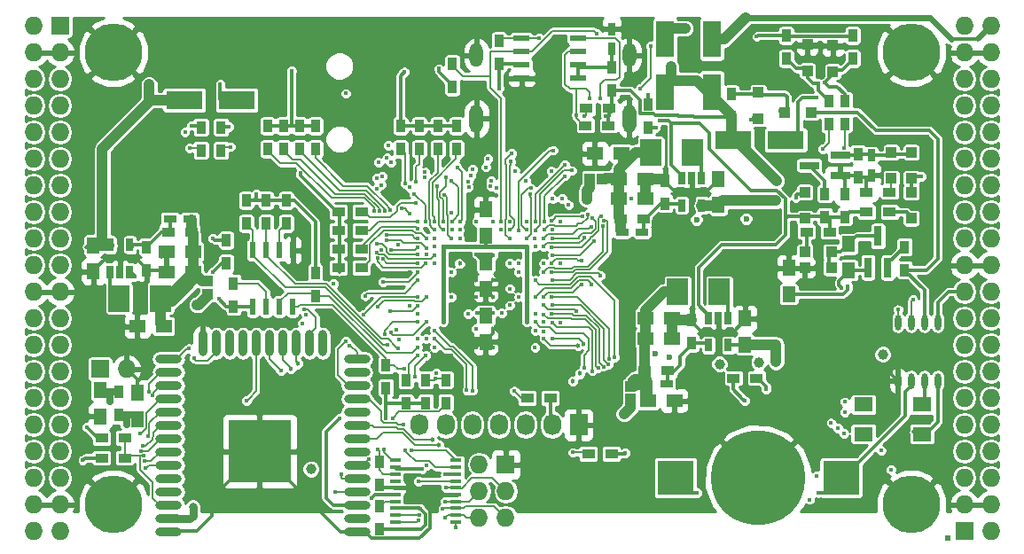
<source format=gbl>
G04 #@! TF.FileFunction,Copper,L4,Bot,Signal*
%FSLAX46Y46*%
G04 Gerber Fmt 4.6, Leading zero omitted, Abs format (unit mm)*
G04 Created by KiCad (PCBNEW 4.0.7+dfsg1-1) date Sat Nov 11 18:03:34 2017*
%MOMM*%
%LPD*%
G01*
G04 APERTURE LIST*
%ADD10C,0.100000*%
%ADD11R,0.500000X0.500000*%
%ADD12R,0.900000X1.200000*%
%ADD13R,1.000000X1.000000*%
%ADD14O,2.500000X0.900000*%
%ADD15O,0.900000X2.500000*%
%ADD16R,6.000000X6.000000*%
%ADD17R,1.800000X3.500000*%
%ADD18R,2.000000X2.500000*%
%ADD19R,0.700000X1.200000*%
%ADD20R,1.250000X1.500000*%
%ADD21R,1.500000X1.250000*%
%ADD22O,0.609600X1.473200*%
%ADD23R,0.800000X1.900000*%
%ADD24R,1.900000X0.800000*%
%ADD25R,1.200000X0.750000*%
%ADD26R,0.750000X1.200000*%
%ADD27R,1.200000X0.900000*%
%ADD28R,0.600000X1.550000*%
%ADD29R,1.550000X0.600000*%
%ADD30R,1.727200X1.727200*%
%ADD31O,1.727200X1.727200*%
%ADD32C,5.500000*%
%ADD33R,1.000000X0.400000*%
%ADD34R,1.727200X2.032000*%
%ADD35O,1.727200X2.032000*%
%ADD36O,1.300000X2.700000*%
%ADD37O,1.300000X2.300000*%
%ADD38R,1.800000X1.400000*%
%ADD39R,3.500000X1.800000*%
%ADD40R,3.500000X3.300000*%
%ADD41C,9.000000*%
%ADD42C,0.400000*%
%ADD43C,0.600000*%
%ADD44C,1.000000*%
%ADD45C,0.454000*%
%ADD46C,0.800000*%
%ADD47C,0.700000*%
%ADD48C,0.300000*%
%ADD49C,1.000000*%
%ADD50C,0.190000*%
%ADD51C,0.600000*%
%ADD52C,0.500000*%
%ADD53C,0.800000*%
%ADD54C,0.700000*%
%ADD55C,0.400000*%
%ADD56C,1.500000*%
%ADD57C,1.200000*%
%ADD58C,0.127000*%
%ADD59C,0.254000*%
G04 APERTURE END LIST*
D10*
D11*
X182675150Y-111637626D03*
D12*
X103498000Y-99858000D03*
X103498000Y-97658000D03*
D13*
X152393000Y-97142000D03*
X152393000Y-98342000D03*
D14*
X126260434Y-111030338D03*
X126260434Y-109760338D03*
X126260434Y-108490338D03*
X126260434Y-107220338D03*
X126260434Y-105950338D03*
X126260434Y-104680338D03*
X126260434Y-103410338D03*
X126260434Y-102140338D03*
X126260434Y-100870338D03*
X126260434Y-99600338D03*
X126260434Y-98330338D03*
X126260434Y-97060338D03*
X126260434Y-95790338D03*
X126260434Y-94520338D03*
D15*
X122975434Y-93030338D03*
X121705434Y-93030338D03*
X120435434Y-93030338D03*
X119165434Y-93030338D03*
X117895434Y-93030338D03*
X116625434Y-93030338D03*
X115355434Y-93030338D03*
X114085434Y-93030338D03*
X112815434Y-93030338D03*
X111545434Y-93030338D03*
D14*
X108260434Y-94520338D03*
X108260434Y-95790338D03*
X108260434Y-97060338D03*
X108260434Y-98330338D03*
X108260434Y-99600338D03*
X108260434Y-100870338D03*
X108260434Y-102140338D03*
X108260434Y-103410338D03*
X108260434Y-104680338D03*
X108260434Y-105950338D03*
X108260434Y-107220338D03*
X108260434Y-108490338D03*
X108260434Y-109760338D03*
X108260434Y-111030338D03*
D16*
X116960434Y-103330338D03*
D17*
X155695000Y-69000000D03*
X155695000Y-64000000D03*
D12*
X154044000Y-72426000D03*
X154044000Y-70226000D03*
D18*
X160870000Y-88090000D03*
X156870000Y-88090000D03*
D19*
X159825000Y-90600000D03*
X160775000Y-90600000D03*
X161725000Y-90600000D03*
X161725000Y-93200000D03*
X159825000Y-93200000D03*
D18*
X158330000Y-74755000D03*
X154330000Y-74755000D03*
D19*
X157285000Y-77235000D03*
X158235000Y-77235000D03*
X159185000Y-77235000D03*
X159185000Y-79835000D03*
X157285000Y-79835000D03*
D18*
X103530000Y-88725000D03*
X107530000Y-88725000D03*
D19*
X104575000Y-86215000D03*
X103625000Y-86215000D03*
X102675000Y-86215000D03*
X102675000Y-83615000D03*
X104575000Y-83615000D03*
D20*
X101085000Y-83665000D03*
X101085000Y-86165000D03*
D21*
X153810000Y-90630000D03*
X156310000Y-90630000D03*
X153810000Y-92535000D03*
X156310000Y-92535000D03*
D20*
X163315000Y-93150000D03*
X163315000Y-90650000D03*
D21*
X151270000Y-79200000D03*
X153770000Y-79200000D03*
X151270000Y-77295000D03*
X153770000Y-77295000D03*
D20*
X160775000Y-79815000D03*
X160775000Y-77315000D03*
D21*
X110590000Y-84280000D03*
X108090000Y-84280000D03*
X110590000Y-86185000D03*
X108090000Y-86185000D03*
D22*
X181730000Y-96599000D03*
X180460000Y-96599000D03*
X179190000Y-96599000D03*
X177920000Y-96599000D03*
X177920000Y-91011000D03*
X179190000Y-91011000D03*
X180460000Y-91011000D03*
X181730000Y-91011000D03*
D20*
X173221000Y-86038000D03*
X173221000Y-83538000D03*
D23*
X176965000Y-85780000D03*
X175065000Y-85780000D03*
X176015000Y-82780000D03*
D24*
X172435000Y-75075000D03*
X172435000Y-76975000D03*
X169435000Y-76025000D03*
D25*
X153910000Y-96910000D03*
X155810000Y-96910000D03*
X151570000Y-82375000D03*
X153470000Y-82375000D03*
X110290000Y-81105000D03*
X108390000Y-81105000D03*
D26*
X175380000Y-75075000D03*
X175380000Y-76975000D03*
D27*
X169200000Y-82375000D03*
X171400000Y-82375000D03*
D12*
X172840000Y-80935000D03*
X172840000Y-78735000D03*
D27*
X177115000Y-80470000D03*
X174915000Y-80470000D03*
D12*
X174110000Y-74925000D03*
X174110000Y-77125000D03*
X178555000Y-83815000D03*
X178555000Y-86015000D03*
X113785000Y-83180000D03*
X113785000Y-85380000D03*
X170935000Y-80935000D03*
X170935000Y-78735000D03*
X128390000Y-108580000D03*
X128390000Y-110780000D03*
D27*
X150572000Y-103584000D03*
X148372000Y-103584000D03*
X177115000Y-78565000D03*
X174915000Y-78565000D03*
X153760000Y-95640000D03*
X155960000Y-95640000D03*
X110440000Y-82375000D03*
X108240000Y-82375000D03*
X151420000Y-81105000D03*
X153620000Y-81105000D03*
D12*
X158235000Y-90800000D03*
X158235000Y-93000000D03*
X106165000Y-86015000D03*
X106165000Y-83815000D03*
X155695000Y-77465000D03*
X155695000Y-79665000D03*
D27*
X126696000Y-85804000D03*
X124496000Y-85804000D03*
X126696000Y-84026000D03*
X124496000Y-84026000D03*
X126696000Y-82248000D03*
X124496000Y-82248000D03*
X126696000Y-80470000D03*
X124496000Y-80470000D03*
D12*
X130422000Y-74458000D03*
X130422000Y-72258000D03*
X132200000Y-74458000D03*
X132200000Y-72258000D03*
X133978000Y-74458000D03*
X133978000Y-72258000D03*
X135756000Y-74458000D03*
X135756000Y-72258000D03*
D28*
X116325000Y-84120000D03*
X117595000Y-84120000D03*
X118865000Y-84120000D03*
X120135000Y-84120000D03*
X120135000Y-89520000D03*
X118865000Y-89520000D03*
X117595000Y-89520000D03*
X116325000Y-89520000D03*
D26*
X150589600Y-64910000D03*
X150589600Y-63010000D03*
D29*
X141980000Y-67705000D03*
X141980000Y-66435000D03*
X141980000Y-65165000D03*
X141980000Y-63895000D03*
X147380000Y-63895000D03*
X147380000Y-65165000D03*
X147380000Y-66435000D03*
X147380000Y-67705000D03*
D30*
X97910000Y-62690000D03*
D31*
X95370000Y-62690000D03*
X97910000Y-65230000D03*
X95370000Y-65230000D03*
X97910000Y-67770000D03*
X95370000Y-67770000D03*
X97910000Y-70310000D03*
X95370000Y-70310000D03*
X97910000Y-72850000D03*
X95370000Y-72850000D03*
X97910000Y-75390000D03*
X95370000Y-75390000D03*
X97910000Y-77930000D03*
X95370000Y-77930000D03*
X97910000Y-80470000D03*
X95370000Y-80470000D03*
X97910000Y-83010000D03*
X95370000Y-83010000D03*
X97910000Y-85550000D03*
X95370000Y-85550000D03*
X97910000Y-88090000D03*
X95370000Y-88090000D03*
X97910000Y-90630000D03*
X95370000Y-90630000D03*
X97910000Y-93170000D03*
X95370000Y-93170000D03*
X97910000Y-95710000D03*
X95370000Y-95710000D03*
X97910000Y-98250000D03*
X95370000Y-98250000D03*
X97910000Y-100790000D03*
X95370000Y-100790000D03*
X97910000Y-103330000D03*
X95370000Y-103330000D03*
X97910000Y-105870000D03*
X95370000Y-105870000D03*
X97910000Y-108410000D03*
X95370000Y-108410000D03*
X97910000Y-110950000D03*
X95370000Y-110950000D03*
D30*
X184270000Y-110950000D03*
D31*
X186810000Y-110950000D03*
X184270000Y-108410000D03*
X186810000Y-108410000D03*
X184270000Y-105870000D03*
X186810000Y-105870000D03*
X184270000Y-103330000D03*
X186810000Y-103330000D03*
X184270000Y-100790000D03*
X186810000Y-100790000D03*
X184270000Y-98250000D03*
X186810000Y-98250000D03*
X184270000Y-95710000D03*
X186810000Y-95710000D03*
X184270000Y-93170000D03*
X186810000Y-93170000D03*
X184270000Y-90630000D03*
X186810000Y-90630000D03*
X184270000Y-88090000D03*
X186810000Y-88090000D03*
X184270000Y-85550000D03*
X186810000Y-85550000D03*
X184270000Y-83010000D03*
X186810000Y-83010000D03*
X184270000Y-80470000D03*
X186810000Y-80470000D03*
X184270000Y-77930000D03*
X186810000Y-77930000D03*
X184270000Y-75390000D03*
X186810000Y-75390000D03*
X184270000Y-72850000D03*
X186810000Y-72850000D03*
X184270000Y-70310000D03*
X186810000Y-70310000D03*
X184270000Y-67770000D03*
X186810000Y-67770000D03*
X184270000Y-65230000D03*
X186810000Y-65230000D03*
X184270000Y-62690000D03*
X186810000Y-62690000D03*
D32*
X102990000Y-108410000D03*
X179190000Y-108410000D03*
X179190000Y-65230000D03*
X102990000Y-65230000D03*
D12*
X162045000Y-71410000D03*
X162045000Y-69210000D03*
X139820000Y-66330000D03*
X139820000Y-64130000D03*
X135375000Y-68532000D03*
X135375000Y-66332000D03*
X150615000Y-68870000D03*
X150615000Y-66670000D03*
D27*
X150275000Y-72215000D03*
X148075000Y-72215000D03*
X150380000Y-70600000D03*
X148180000Y-70600000D03*
D33*
X135735000Y-104215000D03*
X135735000Y-104865000D03*
X135735000Y-105515000D03*
X135735000Y-106165000D03*
X135735000Y-106815000D03*
X135735000Y-107465000D03*
X135735000Y-108115000D03*
X135735000Y-108765000D03*
X135735000Y-109415000D03*
X135735000Y-110065000D03*
X129935000Y-110065000D03*
X129935000Y-109415000D03*
X129935000Y-108765000D03*
X129935000Y-108115000D03*
X129935000Y-107465000D03*
X129935000Y-106815000D03*
X129935000Y-106165000D03*
X129935000Y-105515000D03*
X129935000Y-104865000D03*
X129935000Y-104215000D03*
D12*
X119500000Y-79370000D03*
X119500000Y-81570000D03*
X114480000Y-89500000D03*
X114480000Y-87300000D03*
X129025000Y-97275000D03*
X129025000Y-95075000D03*
X117595000Y-79370000D03*
X117595000Y-81570000D03*
X122280000Y-86300000D03*
X122280000Y-88500000D03*
X115690000Y-79370000D03*
X115690000Y-81570000D03*
D27*
X144730000Y-98250000D03*
X142530000Y-98250000D03*
D12*
X132835000Y-98715000D03*
X132835000Y-96515000D03*
X130930000Y-98715000D03*
X130930000Y-96515000D03*
D27*
X101890000Y-103965000D03*
X104090000Y-103965000D03*
D30*
X101720000Y-95456000D03*
D31*
X104260000Y-95456000D03*
D27*
X104090000Y-102060000D03*
X101890000Y-102060000D03*
D20*
X167506000Y-88324000D03*
X167506000Y-85824000D03*
D27*
X164415000Y-96345000D03*
X162215000Y-96345000D03*
D12*
X167252000Y-65822000D03*
X167252000Y-63622000D03*
D30*
X140455000Y-104600000D03*
D31*
X137915000Y-104600000D03*
X140455000Y-107140000D03*
X137915000Y-107140000D03*
X140455000Y-109680000D03*
X137915000Y-109680000D03*
D20*
X138550000Y-90396000D03*
X138550000Y-92896000D03*
X138550000Y-82736000D03*
X138550000Y-80236000D03*
X138550000Y-85316000D03*
X138550000Y-87816000D03*
X101720000Y-97508000D03*
X101720000Y-100008000D03*
D12*
X113277000Y-74585000D03*
X113277000Y-72385000D03*
X111372000Y-74585000D03*
X111372000Y-72385000D03*
X172840000Y-72045000D03*
X172840000Y-69845000D03*
X171316000Y-72045000D03*
X171316000Y-69845000D03*
D34*
X147440000Y-100790000D03*
D35*
X144900000Y-100790000D03*
X142360000Y-100790000D03*
X139820000Y-100790000D03*
X137280000Y-100790000D03*
X134740000Y-100790000D03*
X132200000Y-100790000D03*
D36*
X152280000Y-71550000D03*
X137680000Y-71550000D03*
D37*
X137680000Y-65500000D03*
X152280000Y-65500000D03*
D38*
X180212000Y-98882000D03*
X174612000Y-98882000D03*
X174612000Y-101682000D03*
X180212000Y-101682000D03*
D20*
X105276000Y-100262000D03*
X105276000Y-97762000D03*
D39*
X109761000Y-69802000D03*
X114761000Y-69802000D03*
X167212000Y-73612000D03*
X162212000Y-73612000D03*
D17*
X160140000Y-64000000D03*
X160140000Y-69000000D03*
D21*
X154064000Y-98504000D03*
X156564000Y-98504000D03*
X107796000Y-91392000D03*
X105296000Y-91392000D03*
X151484000Y-74882000D03*
X148984000Y-74882000D03*
D12*
X173602000Y-65822000D03*
X173602000Y-63622000D03*
X134740000Y-96515000D03*
X134740000Y-98715000D03*
D40*
X172485000Y-105870000D03*
X156685000Y-105870000D03*
D41*
X164585000Y-105870000D03*
D13*
X169284000Y-66988000D03*
X169284000Y-64488000D03*
X171697000Y-67081000D03*
X171697000Y-64581000D03*
X169050000Y-84280000D03*
X171550000Y-84280000D03*
X179190000Y-81085000D03*
X179190000Y-78585000D03*
X169030000Y-81085000D03*
X169030000Y-78585000D03*
X171550000Y-85804000D03*
X169050000Y-85804000D03*
X179190000Y-77275000D03*
X179190000Y-74775000D03*
X177285000Y-74775000D03*
X177285000Y-77275000D03*
X167145000Y-70945000D03*
X169645000Y-70945000D03*
X164585000Y-69060000D03*
X164585000Y-71560000D03*
X112007000Y-87109000D03*
X112007000Y-88309000D03*
X149691000Y-77295000D03*
X148491000Y-77295000D03*
D12*
X128390000Y-106546000D03*
X128390000Y-104346000D03*
X117722000Y-74458000D03*
X117722000Y-72258000D03*
X119246000Y-74458000D03*
X119246000Y-72258000D03*
X120770000Y-74458000D03*
X120770000Y-72258000D03*
X122294000Y-74458000D03*
X122294000Y-72258000D03*
D42*
X132871770Y-84533979D03*
X132862998Y-82124544D03*
X131278306Y-86213101D03*
X135281276Y-80583119D03*
X131279502Y-89407325D03*
X170309539Y-85441529D03*
X145698456Y-91073766D03*
D43*
X156262773Y-81349374D03*
X154657528Y-81463649D03*
D44*
X158233687Y-94760979D03*
D42*
X145672808Y-85396062D03*
X144103186Y-84622010D03*
X133216000Y-107465000D03*
X137680000Y-88600000D03*
X142480000Y-95000000D03*
X141680000Y-92600000D03*
X140836000Y-84534000D03*
X135284627Y-94985297D03*
X135288625Y-94225619D03*
X134455822Y-94267172D03*
X136095958Y-93369652D03*
D45*
X139264636Y-91615205D03*
D44*
X116880503Y-64802940D03*
X106974809Y-64953974D03*
X175210328Y-64948943D03*
X165417246Y-64954666D03*
D42*
X175495631Y-71457432D03*
X145680000Y-94177990D03*
X177285000Y-95710000D03*
D44*
X177229911Y-82281349D03*
D43*
X164741832Y-81130572D03*
X161067993Y-81216119D03*
D44*
X162992748Y-94820185D03*
D42*
X140880000Y-81400000D03*
X136085174Y-89394826D03*
X145680000Y-81400000D03*
X140874194Y-91433353D03*
X142480000Y-94200000D03*
X140880000Y-93400000D03*
X139280000Y-93400000D03*
X137680000Y-93400000D03*
X136880000Y-92600000D03*
X135280000Y-92600000D03*
X132880000Y-91800000D03*
X132880000Y-93400000D03*
D45*
X141042859Y-86994997D03*
X139280000Y-87000000D03*
X136110990Y-86995403D03*
X137680000Y-87000000D03*
X136080000Y-84600000D03*
X139280000Y-88600000D03*
D44*
X166343357Y-77477990D03*
D42*
X172564535Y-87722010D03*
D44*
X121861867Y-105030174D03*
D42*
X150030853Y-71331848D03*
X127656639Y-107816792D03*
D44*
X156235582Y-66548363D03*
X166248957Y-79408030D03*
X101932065Y-82585048D03*
X106417803Y-68312483D03*
X166280000Y-94800000D03*
X157600000Y-62944000D03*
D42*
X180137420Y-77069467D03*
X148271935Y-77777990D03*
D46*
X110593913Y-108636458D03*
D44*
X160884708Y-94994498D03*
D43*
X156077107Y-94326957D03*
X154726292Y-94009946D03*
D42*
X173137949Y-87594275D03*
D44*
X148202454Y-79278787D03*
D47*
X102710050Y-98594954D03*
D42*
X154794000Y-72426000D03*
X129005202Y-100174798D03*
X137659051Y-91638034D03*
X139820000Y-68665673D03*
X172834633Y-99599920D03*
X172879922Y-98618650D03*
X176305593Y-103279812D03*
X165349214Y-97422919D03*
X164433885Y-63737451D03*
X134079160Y-66786153D03*
X109828000Y-72830000D03*
X116654336Y-78777990D03*
D44*
X176474303Y-94069095D03*
D43*
X163422030Y-81120665D03*
X158680000Y-81210838D03*
D42*
X112515000Y-83010000D03*
X100080000Y-104200000D03*
X113080000Y-88800000D03*
D44*
X164653770Y-94825547D03*
D42*
X135273306Y-88618602D03*
X139272517Y-84611349D03*
X137680556Y-84534085D03*
X141680000Y-86200000D03*
X135280000Y-86200000D03*
X132880000Y-92600000D03*
X132080000Y-92600000D03*
X141680000Y-88600000D03*
X141680000Y-85400000D03*
X137689001Y-90122990D03*
D44*
X151758000Y-99774000D03*
D42*
X136885174Y-90194826D03*
X140094890Y-90122990D03*
X139280000Y-90122990D03*
X140880000Y-89400000D03*
X140880000Y-87800000D03*
X140880000Y-85400000D03*
D45*
X136080000Y-85400000D03*
D42*
X121401947Y-90251871D03*
X129988160Y-91721995D03*
X130302262Y-92700329D03*
X121041200Y-91125073D03*
D44*
X110991000Y-89360000D03*
D42*
X142480000Y-91000000D03*
X142480000Y-83800000D03*
X134480000Y-83800000D03*
X134480000Y-91000000D03*
X125193541Y-69156848D03*
X105037711Y-86632990D03*
X155149360Y-71764535D03*
X170182962Y-69571012D03*
X170362901Y-107286196D03*
X158716651Y-107325176D03*
X137295592Y-97538017D03*
X134750646Y-106810513D03*
X133680000Y-91800000D03*
D45*
X134074414Y-102752225D03*
D42*
X136740903Y-97514503D03*
X134675868Y-108131585D03*
D45*
X133449289Y-102232615D03*
D42*
X133680000Y-92600000D03*
X133685482Y-93402296D03*
X127358154Y-104128048D03*
X132936956Y-104698915D03*
X134463998Y-108841973D03*
X130692380Y-100790000D03*
X131808905Y-96227367D03*
X134636872Y-109719950D03*
X132846234Y-94197073D03*
X120834553Y-76779094D03*
X130761990Y-67119621D03*
X147186000Y-71200000D03*
X148477832Y-69619684D03*
X147983153Y-71347080D03*
X149475951Y-69619684D03*
X177926984Y-89812061D03*
X154329326Y-64643767D03*
X152497066Y-79193467D03*
X146481406Y-79819384D03*
X153322343Y-68673419D03*
X143650666Y-63862520D03*
X179351513Y-88868327D03*
X149134122Y-63424051D03*
X140035989Y-81400000D03*
X132083026Y-86260405D03*
X128776655Y-87135140D03*
X115729998Y-98493136D03*
X119008515Y-95662939D03*
D45*
X119978162Y-95412951D03*
X120634035Y-94977604D03*
D42*
X113212238Y-68244401D03*
X144962492Y-79235378D03*
X145834002Y-79198109D03*
X131453853Y-103260518D03*
X149771692Y-81825658D03*
X144080000Y-86200000D03*
X149520824Y-86534121D03*
X144894316Y-86977564D03*
X144873936Y-83860397D03*
X149549750Y-80868432D03*
D45*
X147355672Y-93219294D03*
D42*
X144113248Y-92588762D03*
X144875155Y-86218896D03*
X149846468Y-81303978D03*
X144916886Y-83016385D03*
X148719886Y-81056015D03*
D45*
X147915304Y-93063131D03*
D42*
X144882352Y-92577990D03*
X148747982Y-95669626D03*
X144891634Y-91073766D03*
X149795895Y-95251084D03*
X144867244Y-90229755D03*
X150278898Y-95040253D03*
X144892596Y-89385743D03*
X150345974Y-94517527D03*
X144877648Y-88622010D03*
X150889207Y-94332565D03*
X143280000Y-87000000D03*
X130807074Y-95454141D03*
X130171404Y-93544341D03*
X132080000Y-93400000D03*
X129196652Y-93209125D03*
X133852393Y-95875797D03*
X141280000Y-97600000D03*
X133762848Y-96395146D03*
X132080000Y-94200000D03*
X128610772Y-84072485D03*
X105895603Y-103765816D03*
X132075624Y-89410644D03*
X129449238Y-89926948D03*
X130839486Y-103260518D03*
X128806823Y-103185900D03*
X128251440Y-89564206D03*
X132162861Y-106185868D03*
X132880000Y-88600000D03*
X127040053Y-88481065D03*
X124741825Y-105494691D03*
X132080000Y-87000000D03*
X125499542Y-93250681D03*
X124202418Y-107207639D03*
X110313517Y-74380698D03*
X132146108Y-109940263D03*
X114166000Y-74247000D03*
X132189000Y-109415000D03*
X135315381Y-81391918D03*
X135280062Y-77463305D03*
X134471370Y-81406751D03*
X134758050Y-77130140D03*
X132761172Y-77202673D03*
X132737245Y-76676207D03*
X128644933Y-77050030D03*
X128152012Y-77241956D03*
X128125571Y-78233647D03*
X110718734Y-94451783D03*
X128590544Y-77894041D03*
X110249038Y-93533767D03*
X106368514Y-97613395D03*
X131253134Y-78134216D03*
X132783339Y-81400004D03*
X106741168Y-98035405D03*
X131709326Y-78745875D03*
X132079024Y-82984045D03*
X129109095Y-82655074D03*
X105572759Y-101661319D03*
X132880889Y-83897835D03*
X129054383Y-83179239D03*
X106281049Y-101893466D03*
X132083682Y-83828056D03*
X129485142Y-84082415D03*
X105813763Y-102819336D03*
X132062099Y-84533979D03*
X128165458Y-83528763D03*
X105627254Y-103312241D03*
X128183315Y-84380742D03*
X105992720Y-104283802D03*
X133671942Y-84595200D03*
X132834641Y-85377990D03*
X128203260Y-84907376D03*
X106088753Y-104974041D03*
D45*
X146862501Y-96617499D03*
X147534467Y-95913260D03*
D42*
X147927932Y-95329243D03*
X143280000Y-91000000D03*
X149284391Y-95377990D03*
X144077013Y-90266968D03*
X147207648Y-89973043D03*
X144076240Y-89395301D03*
X143281824Y-90201951D03*
X144102010Y-85397219D03*
X147687522Y-85093328D03*
X144868096Y-85371354D03*
X148610669Y-81900026D03*
X144102010Y-83000000D03*
X144888125Y-82172374D03*
X147695541Y-87377990D03*
X144082832Y-88584510D03*
X148688598Y-87378077D03*
X143278026Y-88595030D03*
X144125486Y-82186468D03*
X148298275Y-80739810D03*
X144876540Y-81328363D03*
X147802234Y-80917812D03*
X139280000Y-81400000D03*
X139578623Y-78205862D03*
X139034115Y-78040948D03*
X139046749Y-77514088D03*
X138580000Y-76200000D03*
X138779198Y-75400762D03*
X137680000Y-81400000D03*
X137308732Y-76415018D03*
X137106948Y-76979922D03*
X136859538Y-77550820D03*
X136922059Y-78097889D03*
X136096392Y-81395070D03*
X135830698Y-76200613D03*
X148878722Y-83261032D03*
X144915665Y-84598743D03*
X148001372Y-82958777D03*
X144103186Y-83777990D03*
X142841210Y-78784254D03*
X142473549Y-82998913D03*
X142437464Y-82181475D03*
X142911762Y-78217369D03*
X144144931Y-81387081D03*
X146080163Y-77044970D03*
X144797106Y-76565342D03*
X143281475Y-82206074D03*
X146778972Y-76522403D03*
X143300920Y-81377293D03*
X146080000Y-76000000D03*
X141662690Y-82207782D03*
X145017056Y-74592808D03*
X142456909Y-81405800D03*
X140030954Y-82200000D03*
X141342967Y-76554996D03*
X141046643Y-74873804D03*
X140864029Y-83041403D03*
X140874966Y-82177164D03*
X140980062Y-75681941D03*
X132872609Y-82968555D03*
X132080007Y-82103333D03*
X132080000Y-81400000D03*
X131847310Y-79589886D03*
X130856828Y-77786820D03*
X131923295Y-77584853D03*
X133648389Y-82190597D03*
X133627359Y-81414685D03*
X129477855Y-92000822D03*
X132880000Y-91000000D03*
X128879646Y-92111037D03*
X132077648Y-90977990D03*
X131275302Y-80595752D03*
X130489904Y-80167235D03*
X132072985Y-85377990D03*
X128723655Y-84990627D03*
X134476508Y-82180155D03*
X133942383Y-77980766D03*
X163908850Y-71651861D03*
X135656559Y-110610712D03*
X132448438Y-104994496D03*
X146844288Y-103452739D03*
X134707351Y-105508447D03*
X132280000Y-108800000D03*
D47*
X104260000Y-100790000D03*
D42*
X112515000Y-86185000D03*
X169506589Y-107953726D03*
X163277422Y-98501717D03*
X170157734Y-105666345D03*
X170735900Y-74464979D03*
X143257990Y-83000000D03*
X168166438Y-79108038D03*
X151896383Y-103510715D03*
X114039000Y-72342000D03*
X110483000Y-72215000D03*
X143269694Y-93414905D03*
X177274002Y-105079115D03*
X172761273Y-101651681D03*
X143280000Y-91800000D03*
X172193360Y-101105663D03*
X144064831Y-91877646D03*
X171540304Y-100645743D03*
X144080000Y-91000000D03*
X154044000Y-69294000D03*
X128349062Y-75753924D03*
X134613000Y-78819000D03*
X135280000Y-83022010D03*
X135320520Y-82196441D03*
X129493343Y-75737814D03*
X136080000Y-82200000D03*
X129125079Y-75315804D03*
X136080000Y-83000000D03*
X129252218Y-74142461D03*
X142393877Y-77513877D03*
X172746637Y-74347988D03*
X143280000Y-83800000D03*
X170300000Y-68151000D03*
X170950000Y-68125562D03*
X125167387Y-92841517D03*
X121206217Y-89762554D03*
X132082956Y-90210779D03*
X182675150Y-111637626D03*
X124027706Y-87347706D03*
X124027707Y-87347707D03*
X166678914Y-70803555D03*
X129660000Y-100155000D03*
X124580000Y-100155000D03*
X132084049Y-88558274D03*
X126880008Y-90276109D03*
X128280000Y-103200000D03*
X100450000Y-101044000D03*
X120008000Y-67008000D03*
X127889625Y-80407426D03*
X133680000Y-85400000D03*
X130204628Y-83599483D03*
X128416582Y-80399850D03*
X133680000Y-83800000D03*
X128943593Y-80399729D03*
X133680000Y-83000000D03*
X129457990Y-80285112D03*
D48*
X108260434Y-111030338D02*
X109060434Y-111030338D01*
X109060434Y-111030338D02*
X109140772Y-110950000D01*
X110957617Y-110950000D02*
X112380000Y-109527617D01*
X109140772Y-110950000D02*
X110957617Y-110950000D01*
X112380000Y-109527617D02*
X112380000Y-107854384D01*
X112380000Y-107854384D02*
X116904046Y-103330338D01*
X116904046Y-103330338D02*
X116960434Y-103330338D01*
X167506000Y-85824000D02*
X169927068Y-85824000D01*
X169927068Y-85824000D02*
X170109540Y-85641528D01*
X170109540Y-85641528D02*
X170309539Y-85441529D01*
X104260000Y-95456000D02*
X105276000Y-96472000D01*
X105276000Y-96472000D02*
X105276000Y-97762000D01*
X132254999Y-111657001D02*
X133216000Y-110696000D01*
X133216000Y-110696000D02*
X133216000Y-107465000D01*
X126260434Y-111030338D02*
X127060434Y-111030338D01*
X127060434Y-111030338D02*
X127687097Y-111657001D01*
X127687097Y-111657001D02*
X132254999Y-111657001D01*
X133216000Y-107465000D02*
X132214478Y-107465000D01*
X135735000Y-107465000D02*
X133216000Y-107465000D01*
X132214478Y-107465000D02*
X131572496Y-106823018D01*
X131572496Y-106823018D02*
X129919874Y-106823018D01*
X126260434Y-111030338D02*
X124660659Y-111030338D01*
X124660659Y-111030338D02*
X116960659Y-103330338D01*
X116960659Y-103330338D02*
X116960434Y-103330338D01*
X129935000Y-106815000D02*
X128659000Y-106815000D01*
X128659000Y-106815000D02*
X128390000Y-106546000D01*
X128390000Y-106546000D02*
X128558000Y-106546000D01*
X136126306Y-93400000D02*
X136095958Y-93369652D01*
X136880000Y-92600000D02*
X136110348Y-93369652D01*
X136049652Y-93369652D02*
X136095958Y-93369652D01*
X137680000Y-93400000D02*
X136126306Y-93400000D01*
X135280000Y-92600000D02*
X136049652Y-93369652D01*
X136110348Y-93369652D02*
X136095958Y-93369652D01*
X139264636Y-92054364D02*
X139264636Y-91936231D01*
X139264636Y-91936231D02*
X139264636Y-91615205D01*
X138550000Y-92769000D02*
X139264636Y-92054364D01*
X136880000Y-92600000D02*
X137680000Y-93400000D01*
X136880000Y-92600000D02*
X138381000Y-92600000D01*
X138381000Y-92600000D02*
X138550000Y-92769000D01*
X135280000Y-92600000D02*
X136880000Y-92600000D01*
X138550000Y-92769000D02*
X138649000Y-92769000D01*
X138649000Y-92769000D02*
X139280000Y-93400000D01*
X138550000Y-92769000D02*
X138311000Y-92769000D01*
X138311000Y-92769000D02*
X137680000Y-93400000D01*
X175042385Y-64781000D02*
X175210328Y-64948943D01*
X171697000Y-64781000D02*
X175042385Y-64781000D01*
X165683912Y-64688000D02*
X165417246Y-64954666D01*
X169284000Y-64688000D02*
X165683912Y-64688000D01*
X169284000Y-64688000D02*
X171604000Y-64688000D01*
X171604000Y-64688000D02*
X171697000Y-64781000D01*
X177285000Y-95710000D02*
X177285000Y-95964000D01*
X177285000Y-95964000D02*
X177920000Y-96599000D01*
X102210000Y-84915000D02*
X103625000Y-84915000D01*
X103625000Y-84915000D02*
X105215000Y-84915000D01*
X103625000Y-86215000D02*
X103625000Y-84915000D01*
X105215000Y-84915000D02*
X106165000Y-85865000D01*
X106165000Y-85865000D02*
X106165000Y-86015000D01*
X101085000Y-86165000D02*
X101085000Y-86040000D01*
X101085000Y-86040000D02*
X102210000Y-84915000D01*
X106165000Y-86015000D02*
X107920000Y-86015000D01*
X107920000Y-86015000D02*
X108090000Y-86185000D01*
D49*
X153770000Y-77295000D02*
X155525000Y-77295000D01*
D48*
X155525000Y-77295000D02*
X155695000Y-77465000D01*
D49*
X153770000Y-79200000D02*
X153770000Y-77295000D01*
D48*
X174110000Y-77125000D02*
X174745000Y-77125000D01*
X174745000Y-77125000D02*
X175230000Y-77125000D01*
X174915000Y-78565000D02*
X174915000Y-77295000D01*
X174915000Y-77295000D02*
X174745000Y-77125000D01*
X172840000Y-78735000D02*
X172840000Y-77380000D01*
X172840000Y-77380000D02*
X172435000Y-76975000D01*
X175230000Y-77125000D02*
X175380000Y-76975000D01*
X172435000Y-76975000D02*
X173960000Y-76975000D01*
X173960000Y-76975000D02*
X174110000Y-77125000D01*
X137680000Y-86200000D02*
X137680000Y-86600000D01*
X136080000Y-84600000D02*
X137680000Y-86200000D01*
X159850000Y-78365000D02*
X158235000Y-78365000D01*
X158235000Y-78365000D02*
X156445000Y-78365000D01*
X158235000Y-77235000D02*
X158235000Y-78365000D01*
X160775000Y-77315000D02*
X160775000Y-77440000D01*
X160775000Y-77440000D02*
X159850000Y-78365000D01*
X156445000Y-78365000D02*
X155695000Y-77615000D01*
X155695000Y-77615000D02*
X155695000Y-77465000D01*
D49*
X156310000Y-90630000D02*
X156310000Y-92535000D01*
X158235000Y-90800000D02*
X156480000Y-90800000D01*
D48*
X156480000Y-90800000D02*
X156310000Y-90630000D01*
X163315000Y-90650000D02*
X163315000Y-90834602D01*
X163315000Y-90834602D02*
X162249602Y-91900000D01*
X162249602Y-91900000D02*
X160775000Y-91900000D01*
X101085000Y-86165000D02*
X101085000Y-85929893D01*
X106165000Y-85944374D02*
X106165000Y-86015000D01*
X159185000Y-91900000D02*
X160775000Y-91900000D01*
X160775000Y-90600000D02*
X160775000Y-91900000D01*
X158235000Y-90800000D02*
X158235000Y-90950000D01*
X158235000Y-90950000D02*
X159185000Y-91900000D01*
X108090000Y-84280000D02*
X108090000Y-86185000D01*
X107625000Y-84745000D02*
X108090000Y-84280000D01*
X108070000Y-84260000D02*
X108090000Y-84280000D01*
X141037856Y-87000000D02*
X141042859Y-86994997D01*
X139280000Y-87000000D02*
X141037856Y-87000000D01*
X136432016Y-86995403D02*
X136110990Y-86995403D01*
X137284597Y-86995403D02*
X136432016Y-86995403D01*
X137680000Y-86600000D02*
X137284597Y-86995403D01*
X137680000Y-86600000D02*
X137680000Y-87000000D01*
D50*
X138029000Y-66332000D02*
X138115000Y-66246000D01*
D49*
X162045000Y-71410000D02*
X162045000Y-73179633D01*
X162045000Y-73179633D02*
X165843358Y-76977991D01*
X165843358Y-76977991D02*
X166343357Y-77477990D01*
D48*
X101085000Y-83665000D02*
X101684316Y-83665000D01*
X101684316Y-83665000D02*
X101913492Y-83435824D01*
D49*
X101913492Y-83435824D02*
X101913492Y-82603621D01*
D48*
X101913492Y-82603621D02*
X101932065Y-82585048D01*
X172296000Y-87453475D02*
X172364536Y-87522011D01*
X172364536Y-87522011D02*
X172564535Y-87722010D01*
X172296000Y-87088000D02*
X172296000Y-87453475D01*
X173221000Y-86038000D02*
X173221000Y-86163000D01*
X173221000Y-86163000D02*
X172296000Y-87088000D01*
X162045000Y-71410000D02*
X158501963Y-71410000D01*
X158501963Y-71410000D02*
X158407951Y-71315988D01*
X158407951Y-71315988D02*
X156965000Y-71315988D01*
X156965000Y-71315988D02*
X156924522Y-71275510D01*
X156924522Y-71275510D02*
X154741030Y-71275510D01*
X153316999Y-71047601D02*
X153316999Y-69786999D01*
X154741030Y-71275510D02*
X154568521Y-71103001D01*
X154568521Y-71103001D02*
X153372399Y-71103001D01*
X153372399Y-71103001D02*
X153316999Y-71047601D01*
X152400000Y-68870000D02*
X151365000Y-68870000D01*
X153316999Y-69786999D02*
X152400000Y-68870000D01*
X151365000Y-68870000D02*
X150615000Y-68870000D01*
X150275000Y-71465000D02*
X150380000Y-71360000D01*
X150380000Y-71360000D02*
X150380000Y-70600000D01*
X150615000Y-70935000D02*
X150615000Y-69995990D01*
X150615000Y-69995990D02*
X150615000Y-68870000D01*
X150313695Y-71331848D02*
X150030853Y-71331848D01*
X150141848Y-71331848D02*
X150030853Y-71331848D01*
X150275000Y-71465000D02*
X150141848Y-71331848D01*
X150275000Y-72215000D02*
X150275000Y-71465000D01*
X128008431Y-107465000D02*
X127856638Y-107616793D01*
X127856638Y-107616793D02*
X127656639Y-107816792D01*
X129935000Y-107465000D02*
X128008431Y-107465000D01*
X160140000Y-69000000D02*
X160140000Y-69850000D01*
X160140000Y-69850000D02*
X161700000Y-71410000D01*
D49*
X156235582Y-67716832D02*
X156235582Y-66548363D01*
X158681338Y-67896338D02*
X156415088Y-67896338D01*
X156415088Y-67896338D02*
X156235582Y-67716832D01*
D48*
X156235582Y-66578582D02*
X156235582Y-66548363D01*
D49*
X160790000Y-79800000D02*
X161181970Y-79408030D01*
X161181970Y-79408030D02*
X165541851Y-79408030D01*
X165541851Y-79408030D02*
X166248957Y-79408030D01*
X101932065Y-81877942D02*
X101932065Y-82585048D01*
X101932065Y-74415935D02*
X101932065Y-81877942D01*
X106407114Y-69940886D02*
X101932065Y-74415935D01*
X106417803Y-69019589D02*
X106417803Y-68312483D01*
X106417803Y-69930197D02*
X106417803Y-69019589D01*
X106407114Y-69940886D02*
X106417803Y-69930197D01*
X166280000Y-93150000D02*
X166280000Y-94800000D01*
D48*
X110610000Y-69548000D02*
X110610000Y-69802000D01*
D49*
X109975000Y-69802000D02*
X106546000Y-69802000D01*
X106546000Y-69802000D02*
X106419000Y-69929000D01*
X106419000Y-69929000D02*
X106407114Y-69940886D01*
D48*
X106419000Y-69675000D02*
X106419000Y-69929000D01*
X100572432Y-83665000D02*
X100424079Y-83813353D01*
X101085000Y-83665000D02*
X100572432Y-83665000D01*
X160790000Y-79800000D02*
X160775000Y-79815000D01*
D49*
X163315000Y-93150000D02*
X166280000Y-93150000D01*
D48*
X160775000Y-79940000D02*
X160775000Y-79815000D01*
X164925000Y-93150000D02*
X164240000Y-93150000D01*
X164240000Y-93150000D02*
X163315000Y-93150000D01*
X101085000Y-83665000D02*
X101085000Y-83790000D01*
D49*
X159185000Y-79835000D02*
X160755000Y-79835000D01*
D48*
X160755000Y-79835000D02*
X160775000Y-79815000D01*
X161725000Y-93200000D02*
X163265000Y-93200000D01*
X163265000Y-93200000D02*
X163315000Y-93150000D01*
X173221000Y-86038000D02*
X174807000Y-86038000D01*
X174807000Y-86038000D02*
X175065000Y-85780000D01*
D49*
X101085000Y-83665000D02*
X102625000Y-83665000D01*
D48*
X102625000Y-83665000D02*
X102675000Y-83615000D01*
X161700000Y-71410000D02*
X162045000Y-71410000D01*
D49*
X162045000Y-71410000D02*
X162045000Y-71260000D01*
X162045000Y-71260000D02*
X158681338Y-67896338D01*
D48*
X162045000Y-71753000D02*
X162045000Y-71410000D01*
X155695000Y-64000000D02*
X155695000Y-63368337D01*
X155695000Y-63368337D02*
X156119337Y-62944000D01*
D49*
X156119337Y-62944000D02*
X157600000Y-62944000D01*
X160140000Y-64000000D02*
X161340000Y-64000000D01*
X161340000Y-64000000D02*
X163399217Y-61940783D01*
D51*
X163399217Y-61940783D02*
X180980783Y-61940783D01*
D52*
X185540000Y-63960000D02*
X186810000Y-62690000D01*
D51*
X180980783Y-61940783D02*
X183000000Y-63960000D01*
D48*
X183000000Y-63960000D02*
X185540000Y-63960000D01*
X179854578Y-77069467D02*
X180137420Y-77069467D01*
X179195533Y-77069467D02*
X179854578Y-77069467D01*
X179190000Y-77075000D02*
X179195533Y-77069467D01*
X179190000Y-78585000D02*
X179190000Y-77275000D01*
X148471934Y-77577991D02*
X148271935Y-77777990D01*
X148491000Y-77295000D02*
X148491000Y-77558925D01*
X148491000Y-77558925D02*
X148471934Y-77577991D01*
X148202000Y-78022023D02*
X148271935Y-77952088D01*
X148271935Y-77952088D02*
X148271935Y-77777990D01*
X129025000Y-97275000D02*
X129025000Y-98800000D01*
X129025000Y-98800000D02*
X129025000Y-100155000D01*
X130930000Y-98715000D02*
X129110000Y-98715000D01*
X129110000Y-98715000D02*
X129025000Y-98800000D01*
D53*
X110593913Y-109202143D02*
X110593913Y-108636458D01*
X110593913Y-109476859D02*
X110593913Y-109202143D01*
X110310434Y-109760338D02*
X110593913Y-109476859D01*
X108260434Y-109760338D02*
X110310434Y-109760338D01*
D48*
X167506000Y-88324000D02*
X172691066Y-88324000D01*
X172691066Y-88324000D02*
X173137949Y-87877117D01*
X173137949Y-87877117D02*
X173137949Y-87594275D01*
D49*
X148202454Y-78413536D02*
X148202454Y-78571681D01*
X148202000Y-78413082D02*
X148202454Y-78413536D01*
X148202454Y-78571681D02*
X148202454Y-79278787D01*
D54*
X102710050Y-97683950D02*
X102710050Y-98099980D01*
X102736000Y-97658000D02*
X102710050Y-97683950D01*
X102710050Y-98099980D02*
X102710050Y-98594954D01*
X102736000Y-97658000D02*
X101870000Y-97658000D01*
X103498000Y-97658000D02*
X102736000Y-97658000D01*
D48*
X101870000Y-97658000D02*
X101720000Y-97508000D01*
X148202000Y-78413082D02*
X148491000Y-78124082D01*
D49*
X148491000Y-78124082D02*
X148491000Y-77295000D01*
X148202000Y-78413082D02*
X148439744Y-78175338D01*
D48*
X154806000Y-72438000D02*
X154794000Y-72426000D01*
X154044000Y-72426000D02*
X154794000Y-72426000D01*
X129025000Y-100155000D02*
X129005202Y-100174798D01*
X129025000Y-97275000D02*
X129025000Y-98175000D01*
X132835000Y-98715000D02*
X130930000Y-98715000D01*
X173602000Y-63706000D02*
X167336000Y-63706000D01*
X167336000Y-63706000D02*
X167252000Y-63622000D01*
X167252000Y-63622000D02*
X164549336Y-63622000D01*
X164549336Y-63622000D02*
X164433885Y-63737451D01*
X138550000Y-85042000D02*
X138188471Y-85042000D01*
X138188471Y-85042000D02*
X137680556Y-84534085D01*
X138550000Y-85042000D02*
X138841866Y-85042000D01*
X138841866Y-85042000D02*
X139272517Y-84611349D01*
X137680556Y-84534085D02*
X139195253Y-84534085D01*
X139195253Y-84534085D02*
X139272517Y-84611349D01*
X139820000Y-66330000D02*
X139820000Y-68665673D01*
X165349214Y-97129214D02*
X165349214Y-97422919D01*
X164565000Y-96345000D02*
X165349214Y-97129214D01*
X164415000Y-96345000D02*
X164565000Y-96345000D01*
X134079160Y-67068995D02*
X134079160Y-66786153D01*
X134079160Y-67086160D02*
X134079160Y-67068995D01*
X135375000Y-68382000D02*
X134079160Y-67086160D01*
X135375000Y-68532000D02*
X135375000Y-68382000D01*
X116654336Y-79155664D02*
X116654336Y-79060832D01*
X115690000Y-79370000D02*
X116440000Y-79370000D01*
X116440000Y-79370000D02*
X116654336Y-79155664D01*
X116654336Y-79060832D02*
X116654336Y-78777990D01*
X181730000Y-89106000D02*
X182746000Y-88090000D01*
X182746000Y-88090000D02*
X184270000Y-88090000D01*
X181730000Y-91011000D02*
X181730000Y-89106000D01*
X144730000Y-98250000D02*
X144730000Y-99266000D01*
X144730000Y-99266000D02*
X144730000Y-99400000D01*
X144730000Y-99400000D02*
X144730000Y-100620000D01*
X113785000Y-83180000D02*
X112685000Y-83180000D01*
X112685000Y-83180000D02*
X112515000Y-83010000D01*
X122280000Y-86300000D02*
X122280000Y-81400000D01*
X122280000Y-81400000D02*
X120250000Y-79370000D01*
X120250000Y-79370000D02*
X119500000Y-79370000D01*
X100315000Y-103965000D02*
X100080000Y-104200000D01*
X101890000Y-103965000D02*
X100315000Y-103965000D01*
X117595000Y-79370000D02*
X119500000Y-79370000D01*
X115690000Y-79370000D02*
X117595000Y-79370000D01*
X114480000Y-89500000D02*
X113780000Y-89500000D01*
X113780000Y-89500000D02*
X113080000Y-88800000D01*
X114480000Y-89500000D02*
X116305000Y-89500000D01*
X116305000Y-89500000D02*
X116325000Y-89520000D01*
X144900000Y-98250000D02*
X144730000Y-98250000D01*
X144730000Y-100620000D02*
X144900000Y-100790000D01*
X139820000Y-66330000D02*
X141875000Y-66330000D01*
X141875000Y-66330000D02*
X141980000Y-66435000D01*
X139280000Y-90122990D02*
X138823010Y-90122990D01*
X138823010Y-90122990D02*
X138550000Y-90396000D01*
X139280000Y-90122990D02*
X137689001Y-90122990D01*
D49*
X152393000Y-98392000D02*
X152393000Y-99139000D01*
X152393000Y-99139000D02*
X151758000Y-99774000D01*
D48*
X156010000Y-95710000D02*
X156524914Y-95710000D01*
X156524914Y-95710000D02*
X157145126Y-95089788D01*
X157145126Y-95089788D02*
X157145126Y-94239874D01*
X157145126Y-94239874D02*
X158235000Y-93150000D01*
X158235000Y-93150000D02*
X158235000Y-93000000D01*
X155960000Y-95640000D02*
X155960000Y-96760000D01*
X155960000Y-96760000D02*
X155810000Y-96910000D01*
X158235000Y-93000000D02*
X159625000Y-93000000D01*
X159625000Y-93000000D02*
X159825000Y-93200000D01*
D49*
X112007000Y-88471000D02*
X111118000Y-89360000D01*
X111118000Y-89360000D02*
X110991000Y-89360000D01*
D48*
X112007000Y-88359000D02*
X112007000Y-88471000D01*
D55*
X137480000Y-83800000D02*
X138550000Y-83800000D01*
X138550000Y-83800000D02*
X142480000Y-83800000D01*
D48*
X138550000Y-83298000D02*
X138550000Y-83800000D01*
D55*
X134480000Y-83800000D02*
X137480000Y-83800000D01*
X142480000Y-83800000D02*
X142480000Y-91000000D01*
X134480000Y-91000000D02*
X134480000Y-83800000D01*
D48*
X167183550Y-81105000D02*
X167183550Y-82681450D01*
X166265000Y-83600000D02*
X161080000Y-83600000D01*
X167183550Y-82681450D02*
X166265000Y-83600000D01*
X161080000Y-83600000D02*
X158880000Y-85800000D01*
X158880000Y-85800000D02*
X158880000Y-89400000D01*
X158880000Y-89400000D02*
X159825000Y-90345000D01*
X159825000Y-90345000D02*
X159825000Y-90600000D01*
X156280000Y-72000000D02*
X159003987Y-72000000D01*
X159003987Y-72000000D02*
X159926293Y-72922306D01*
X159926293Y-72922306D02*
X159926293Y-74478638D01*
X159926293Y-74478638D02*
X163850815Y-78403160D01*
X167183550Y-79228973D02*
X167183550Y-81105000D01*
X163850815Y-78403160D02*
X166357737Y-78403160D01*
X166357737Y-78403160D02*
X167183550Y-79228973D01*
X104619721Y-86215000D02*
X104837712Y-86432991D01*
X104575000Y-86215000D02*
X104619721Y-86215000D01*
X104837712Y-86432991D02*
X105037711Y-86632990D01*
X156280000Y-72000000D02*
X156044535Y-71764535D01*
X156044535Y-71764535D02*
X155432202Y-71764535D01*
X155432202Y-71764535D02*
X155149360Y-71764535D01*
X169030000Y-80885000D02*
X167403550Y-80885000D01*
X167403550Y-80885000D02*
X167183550Y-81105000D01*
X156280000Y-75980000D02*
X156280000Y-72000000D01*
X157285000Y-77235000D02*
X157285000Y-76985000D01*
X157285000Y-76985000D02*
X156280000Y-75980000D01*
X168980000Y-80885000D02*
X169030000Y-80885000D01*
X169030000Y-80885000D02*
X170885000Y-80885000D01*
X170885000Y-80885000D02*
X170935000Y-80935000D01*
X170935000Y-80935000D02*
X171570000Y-80935000D01*
X171570000Y-80935000D02*
X172840000Y-80935000D01*
X171400000Y-82375000D02*
X171400000Y-81105000D01*
X171400000Y-81105000D02*
X171570000Y-80935000D01*
X174915000Y-80470000D02*
X173305000Y-80470000D01*
X173305000Y-80470000D02*
X172840000Y-80935000D01*
X155210000Y-79665000D02*
X155695000Y-79665000D01*
X153620000Y-81105000D02*
X153770000Y-81105000D01*
X153770000Y-81105000D02*
X155210000Y-79665000D01*
X153620000Y-81105000D02*
X153620000Y-82225000D01*
X153620000Y-82225000D02*
X153470000Y-82375000D01*
X155695000Y-79665000D02*
X157115000Y-79665000D01*
X157115000Y-79665000D02*
X157285000Y-79835000D01*
X155525000Y-79835000D02*
X155695000Y-79665000D01*
X108240000Y-82375000D02*
X107605000Y-82375000D01*
X107605000Y-82375000D02*
X106165000Y-83815000D01*
X104575000Y-83615000D02*
X105965000Y-83615000D01*
X105965000Y-83615000D02*
X106165000Y-83815000D01*
X104775000Y-83815000D02*
X104575000Y-83615000D01*
X108070000Y-82545000D02*
X108240000Y-82375000D01*
X108390000Y-81105000D02*
X108390000Y-82225000D01*
X108390000Y-82225000D02*
X108240000Y-82375000D01*
X168141000Y-73485000D02*
X168402683Y-73223317D01*
X168402683Y-73223317D02*
X168402683Y-69932420D01*
X168402683Y-69932420D02*
X168764091Y-69571012D01*
X168764091Y-69571012D02*
X169900120Y-69571012D01*
X169900120Y-69571012D02*
X170182962Y-69571012D01*
X170645743Y-107286196D02*
X170362901Y-107286196D01*
X171252736Y-107286196D02*
X170645743Y-107286196D01*
X178585200Y-99953732D02*
X171252736Y-107286196D01*
X178585200Y-97635600D02*
X178585200Y-99953732D01*
X179190000Y-97030800D02*
X178585200Y-97635600D01*
X179190000Y-96599000D02*
X179190000Y-97030800D01*
X158433809Y-107325176D02*
X158716651Y-107325176D01*
X158140176Y-107325176D02*
X158433809Y-107325176D01*
X156685000Y-105870000D02*
X158140176Y-107325176D01*
D50*
X137295592Y-97255175D02*
X137295592Y-97538017D01*
X135181878Y-93301878D02*
X135425772Y-93301878D01*
X135425772Y-93301878D02*
X137295592Y-95171698D01*
X133680000Y-91800000D02*
X135181878Y-93301878D01*
X137295592Y-95171698D02*
X137295592Y-97255175D01*
X133753388Y-102752225D02*
X134074414Y-102752225D01*
X131793914Y-102752225D02*
X133753388Y-102752225D01*
X130570701Y-101529012D02*
X131793914Y-102752225D01*
X126260434Y-102140338D02*
X128151195Y-102140338D01*
X128151195Y-102140338D02*
X128762521Y-101529012D01*
X128762521Y-101529012D02*
X130570701Y-101529012D01*
X137254415Y-105873269D02*
X139188269Y-105873269D01*
X139188269Y-105873269D02*
X140455000Y-107140000D01*
X135735000Y-106856777D02*
X135718950Y-106872827D01*
X135718950Y-106872827D02*
X135656636Y-106810513D01*
X135656636Y-106810513D02*
X135033488Y-106810513D01*
X135033488Y-106810513D02*
X134750646Y-106810513D01*
X137254415Y-105873269D02*
X136254857Y-106872827D01*
X135735000Y-106815000D02*
X135735000Y-106856777D01*
X136254857Y-106872827D02*
X135718950Y-106872827D01*
X134698889Y-93618889D02*
X135294462Y-93618889D01*
X136740903Y-95065330D02*
X136740903Y-97231661D01*
X133680000Y-92600000D02*
X134698889Y-93618889D01*
X135294462Y-93618889D02*
X136740903Y-95065330D01*
X136740903Y-97231661D02*
X136740903Y-97514503D01*
X127700434Y-100870338D02*
X126260434Y-100870338D01*
X129997343Y-101048651D02*
X127878747Y-101048651D01*
X130160693Y-101212001D02*
X129997343Y-101048651D01*
X130702010Y-101212001D02*
X130160693Y-101212001D01*
X131722624Y-102232615D02*
X130702010Y-101212001D01*
X133449289Y-102232615D02*
X131722624Y-102232615D01*
X127878747Y-101048651D02*
X127700434Y-100870338D01*
X135735000Y-108115000D02*
X136940000Y-108115000D01*
X136940000Y-108115000D02*
X137915000Y-107140000D01*
X135644172Y-108131585D02*
X134958710Y-108131585D01*
X134958710Y-108131585D02*
X134675868Y-108131585D01*
X135669098Y-108106659D02*
X135644172Y-108131585D01*
X135726659Y-108106659D02*
X135669098Y-108106659D01*
X135735000Y-108115000D02*
X135726659Y-108106659D01*
X127158155Y-104328047D02*
X127358154Y-104128048D01*
X126805864Y-104680338D02*
X127158155Y-104328047D01*
X126260434Y-104680338D02*
X126805864Y-104680338D01*
X135735000Y-108765000D02*
X136425000Y-108765000D01*
X136595601Y-108594399D02*
X139369399Y-108594399D01*
X139369399Y-108594399D02*
X139591401Y-108816401D01*
X136425000Y-108765000D02*
X136595601Y-108594399D01*
X139591401Y-108816401D02*
X140455000Y-109680000D01*
X134540971Y-108765000D02*
X134463998Y-108841973D01*
X135735000Y-108765000D02*
X134540971Y-108765000D01*
X126260434Y-98330338D02*
X127374630Y-98330338D01*
X128583200Y-99538908D02*
X128583200Y-100377360D01*
X127374630Y-98330338D02*
X128583200Y-99538908D01*
X128583200Y-100377360D02*
X128802640Y-100596800D01*
X128802640Y-100596800D02*
X129993813Y-100596800D01*
X129993813Y-100596800D02*
X130187013Y-100790000D01*
X130187013Y-100790000D02*
X130692380Y-100790000D01*
X131808905Y-95944525D02*
X131808905Y-96227367D01*
X131808905Y-95234402D02*
X131808905Y-95944525D01*
X132846234Y-94197073D02*
X131808905Y-95234402D01*
X136690000Y-109680000D02*
X137915000Y-109680000D01*
X135735000Y-109415000D02*
X136425000Y-109415000D01*
X136425000Y-109415000D02*
X136690000Y-109680000D01*
X134636872Y-109719950D02*
X134941822Y-109415000D01*
X134941822Y-109415000D02*
X135735000Y-109415000D01*
D48*
X180460000Y-87920000D02*
X178555000Y-86015000D01*
X180460000Y-91011000D02*
X180460000Y-87920000D01*
X169445000Y-70945000D02*
X174084740Y-70945000D01*
X174084740Y-70945000D02*
X175826942Y-72687202D01*
X175826942Y-72687202D02*
X180932202Y-72687202D01*
X180932202Y-72687202D02*
X181730000Y-73485000D01*
X181730000Y-73485000D02*
X181730000Y-84915000D01*
X181730000Y-84915000D02*
X180630000Y-86015000D01*
X180630000Y-86015000D02*
X178555000Y-86015000D01*
X176015000Y-82780000D02*
X173979000Y-82780000D01*
X173979000Y-82780000D02*
X173221000Y-83538000D01*
X171350000Y-84280000D02*
X172479000Y-84280000D01*
X172479000Y-84280000D02*
X173221000Y-83538000D01*
X171350000Y-84280000D02*
X171350000Y-85804000D01*
X177285000Y-74975000D02*
X179190000Y-74975000D01*
X175380000Y-75075000D02*
X177185000Y-75075000D01*
X177185000Y-75075000D02*
X177285000Y-74975000D01*
X174110000Y-74925000D02*
X175230000Y-74925000D01*
X175230000Y-74925000D02*
X175380000Y-75075000D01*
X172435000Y-75075000D02*
X173960000Y-75075000D01*
X173960000Y-75075000D02*
X174110000Y-74925000D01*
X169200000Y-82375000D02*
X169200000Y-84230000D01*
X169200000Y-84230000D02*
X169250000Y-84280000D01*
X177115000Y-80470000D02*
X178775000Y-80470000D01*
X178775000Y-80470000D02*
X179190000Y-80885000D01*
X176965000Y-85780000D02*
X176965000Y-85405000D01*
X176965000Y-85405000D02*
X178555000Y-83815000D01*
X181730000Y-100536000D02*
X180784000Y-101482000D01*
X180784000Y-101482000D02*
X179412000Y-101482000D01*
X181730000Y-96599000D02*
X181730000Y-100536000D01*
X180460000Y-96599000D02*
X180460000Y-99057757D01*
X180460000Y-99057757D02*
X180446075Y-99071682D01*
X170935000Y-78735000D02*
X170935000Y-77525000D01*
X170935000Y-77525000D02*
X169435000Y-76025000D01*
D50*
X177285000Y-77075000D02*
X177285000Y-78395000D01*
X177285000Y-78395000D02*
X177115000Y-78565000D01*
D48*
X124496000Y-80470000D02*
X124346000Y-80470000D01*
X120834553Y-76958553D02*
X120834553Y-76779094D01*
X124346000Y-80470000D02*
X120834553Y-76958553D01*
X124582000Y-80470000D02*
X124432000Y-80470000D01*
X124582000Y-84279000D02*
X124582000Y-86185000D01*
X124582000Y-82375000D02*
X124582000Y-84279000D01*
X124582000Y-80470000D02*
X124582000Y-82375000D01*
X132200000Y-72258000D02*
X130422000Y-72258000D01*
X133978000Y-72258000D02*
X132200000Y-72258000D01*
X135756000Y-72258000D02*
X133978000Y-72258000D01*
X135748350Y-72191002D02*
X135722352Y-72217000D01*
X130402940Y-67478671D02*
X130761990Y-67119621D01*
X130402940Y-72217000D02*
X130402940Y-67478671D01*
D50*
X148477832Y-69002168D02*
X148167449Y-68691785D01*
X148167449Y-68691785D02*
X148071785Y-68691785D01*
X148477832Y-69619684D02*
X148477832Y-69002168D01*
X147186000Y-68691785D02*
X148071785Y-68691785D01*
X147380000Y-65165000D02*
X146460390Y-65165000D01*
X146586447Y-68691785D02*
X147186000Y-68691785D01*
X146460390Y-65165000D02*
X146133498Y-65491892D01*
X146133498Y-65491892D02*
X146133498Y-68238836D01*
X146133498Y-68238836D02*
X146586447Y-68691785D01*
X147186000Y-71476000D02*
X147186000Y-71200000D01*
X147186000Y-71200000D02*
X147186000Y-68691785D01*
X148075000Y-72215000D02*
X147925000Y-72215000D01*
X147925000Y-72215000D02*
X147186000Y-71476000D01*
X148075000Y-72215000D02*
X148075000Y-71961000D01*
X147380000Y-63895000D02*
X150955962Y-63895000D01*
X150955962Y-63895000D02*
X151352044Y-64291082D01*
X151352044Y-67579418D02*
X151043301Y-67888161D01*
X151352044Y-64291082D02*
X151352044Y-67579418D01*
X151043301Y-67888161D02*
X149894932Y-67888161D01*
X149894932Y-67888161D02*
X149475951Y-68307142D01*
X149475951Y-68307142D02*
X149475951Y-69336842D01*
X149475951Y-69336842D02*
X149475951Y-69619684D01*
X148072920Y-71347080D02*
X147983153Y-71347080D01*
X148180000Y-71240000D02*
X148072920Y-71347080D01*
X148180000Y-70600000D02*
X148180000Y-71240000D01*
X177920000Y-89819045D02*
X177926984Y-89812061D01*
X177920000Y-91011000D02*
X177920000Y-89819045D01*
X154329326Y-64926609D02*
X154329326Y-64643767D01*
X153322343Y-68673419D02*
X154329326Y-67666436D01*
X154329326Y-67666436D02*
X154329326Y-64926609D01*
X141980000Y-63895000D02*
X143618186Y-63895000D01*
X143618186Y-63895000D02*
X143650666Y-63862520D01*
X141980000Y-63895000D02*
X140055000Y-63895000D01*
X140055000Y-63895000D02*
X139820000Y-64130000D01*
X179190000Y-91011000D02*
X179190000Y-89029840D01*
X179190000Y-89029840D02*
X179351513Y-88868327D01*
X142945000Y-65165000D02*
X144935202Y-63174798D01*
X148934123Y-63224052D02*
X149134122Y-63424051D01*
X144935202Y-63174798D02*
X148884869Y-63174798D01*
X148884869Y-63174798D02*
X148934123Y-63224052D01*
X141980000Y-65165000D02*
X142945000Y-65165000D01*
X138980000Y-68578574D02*
X138980000Y-67516000D01*
X140035989Y-81400000D02*
X140035989Y-69634563D01*
X140035989Y-69634563D02*
X138980000Y-68578574D01*
X136409000Y-67516000D02*
X138980000Y-67516000D01*
X138980000Y-67516000D02*
X138980000Y-65165000D01*
X135375000Y-66332000D02*
X135375000Y-66482000D01*
X135375000Y-66482000D02*
X136409000Y-67516000D01*
X138980000Y-65165000D02*
X141980000Y-65165000D01*
D48*
X150589600Y-64910000D02*
X150589600Y-66644600D01*
X150589600Y-66644600D02*
X150615000Y-66670000D01*
X147380000Y-67705000D02*
X147380000Y-66435000D01*
X150615000Y-66670000D02*
X147615000Y-66670000D01*
X147615000Y-66670000D02*
X147380000Y-66435000D01*
D50*
X128776655Y-87135140D02*
X131208291Y-87135140D01*
X131883027Y-86460404D02*
X132083026Y-86260405D01*
X131208291Y-87135140D02*
X131883027Y-86460404D01*
X116625434Y-97597700D02*
X115929997Y-98293137D01*
X115929997Y-98293137D02*
X115729998Y-98493136D01*
X116625434Y-93030338D02*
X116625434Y-97597700D01*
X117895434Y-93030338D02*
X117895434Y-94549858D01*
X118808516Y-95462940D02*
X119008515Y-95662939D01*
X117895434Y-94549858D02*
X118808516Y-95462940D01*
X119751163Y-95185952D02*
X119978162Y-95412951D01*
X119165434Y-93030338D02*
X119165434Y-94600223D01*
X119165434Y-94600223D02*
X119751163Y-95185952D01*
X120435434Y-93030338D02*
X120435434Y-94779003D01*
X120435434Y-94779003D02*
X120634035Y-94977604D01*
D48*
X113212238Y-69737238D02*
X113212238Y-68527243D01*
X113277000Y-69802000D02*
X113212238Y-69737238D01*
X113212238Y-68527243D02*
X113212238Y-68244401D01*
D50*
X129935000Y-108115000D02*
X128895397Y-108115000D01*
X128895397Y-108115000D02*
X128373228Y-108637169D01*
X135760266Y-104239298D02*
X134781486Y-103260518D01*
X134781486Y-103260518D02*
X131736695Y-103260518D01*
X131736695Y-103260518D02*
X131453853Y-103260518D01*
X149771692Y-84259987D02*
X149771692Y-82108500D01*
X145138186Y-85796887D02*
X145206679Y-85865380D01*
X144080000Y-86200000D02*
X144483113Y-85796887D01*
X145206679Y-85865380D02*
X146790302Y-85865380D01*
X149771692Y-82108500D02*
X149771692Y-81825658D01*
X148343733Y-85687946D02*
X149771692Y-84259987D01*
X144483113Y-85796887D02*
X145138186Y-85796887D01*
X146967735Y-85687946D02*
X148343733Y-85687946D01*
X146790302Y-85865380D02*
X146967735Y-85687946D01*
X149308669Y-86321966D02*
X149320825Y-86334122D01*
X146574761Y-86977564D02*
X147230359Y-86321966D01*
X149320825Y-86334122D02*
X149520824Y-86534121D01*
X147230359Y-86321966D02*
X149308669Y-86321966D01*
X144894316Y-86977564D02*
X146574761Y-86977564D01*
X149349682Y-82233898D02*
X148741779Y-82841801D01*
X148456721Y-83061241D02*
X148456721Y-83126859D01*
X145156778Y-83860397D02*
X144873936Y-83860397D01*
X148456721Y-83126859D02*
X147723183Y-83860397D01*
X148676161Y-82841801D02*
X148456721Y-83061241D01*
X148741779Y-82841801D02*
X148676161Y-82841801D01*
X149349682Y-81068500D02*
X149349682Y-82233898D01*
X149549750Y-80868432D02*
X149349682Y-81068500D01*
X147723183Y-83860397D02*
X145156778Y-83860397D01*
X144113248Y-92588762D02*
X144743780Y-93219294D01*
X147034646Y-93219294D02*
X147355672Y-93219294D01*
X144743780Y-93219294D02*
X147034646Y-93219294D01*
X150193694Y-84286307D02*
X148475045Y-86004956D01*
X149846468Y-81303978D02*
X150129310Y-81303978D01*
X150129310Y-81303978D02*
X150193694Y-81368362D01*
X150193694Y-81368362D02*
X150193694Y-84286307D01*
X146885107Y-86218896D02*
X145157997Y-86218896D01*
X148475045Y-86004956D02*
X147099047Y-86004956D01*
X147099047Y-86004956D02*
X146885107Y-86218896D01*
X145157997Y-86218896D02*
X144875155Y-86218896D01*
X147466871Y-82991358D02*
X147441844Y-83016385D01*
X145199728Y-83016385D02*
X144916886Y-83016385D01*
X147441844Y-83016385D02*
X145199728Y-83016385D01*
X148919885Y-81256014D02*
X148719886Y-81056015D01*
X147466871Y-82868714D02*
X147810795Y-82524790D01*
X149032671Y-82102588D02*
X149032671Y-81368800D01*
X148610469Y-82524790D02*
X149032671Y-82102588D01*
X149032671Y-81368800D02*
X148919885Y-81256014D01*
X147466871Y-82991358D02*
X147466871Y-82868714D01*
X147810795Y-82524790D02*
X148610469Y-82524790D01*
X147481096Y-83005583D02*
X147466871Y-82991358D01*
X147688305Y-92836132D02*
X147915304Y-93063131D01*
X147430163Y-92577990D02*
X147688305Y-92836132D01*
X144882352Y-92577990D02*
X147430163Y-92577990D01*
X148723536Y-91850270D02*
X148723536Y-95362338D01*
X148369033Y-91495767D02*
X148723536Y-91850270D01*
X148747982Y-95386784D02*
X148747982Y-95669626D01*
X145313635Y-91495767D02*
X148369033Y-91495767D01*
X144891634Y-91073766D02*
X145313635Y-91495767D01*
X148723536Y-95362338D02*
X148747982Y-95386784D01*
X149368234Y-94823423D02*
X149595896Y-95051085D01*
X149368234Y-91598328D02*
X149368234Y-94823423D01*
X148164951Y-90395045D02*
X149368234Y-91598328D01*
X146754942Y-90229755D02*
X146920232Y-90395045D01*
X149595896Y-95051085D02*
X149795895Y-95251084D01*
X144867244Y-90229755D02*
X146754942Y-90229755D01*
X146920232Y-90395045D02*
X148164951Y-90395045D01*
X144892596Y-89385743D02*
X147603970Y-89385743D01*
X149828669Y-91610442D02*
X149828669Y-94609733D01*
X150259189Y-95040253D02*
X150278898Y-95040253D01*
X147603970Y-89385743D02*
X149828669Y-91610442D01*
X149828669Y-94609733D02*
X150259189Y-95040253D01*
X144877648Y-88622010D02*
X147288558Y-88622010D01*
X150345974Y-94234685D02*
X150345974Y-94517527D01*
X150345974Y-91679426D02*
X150345974Y-94234685D01*
X147288558Y-88622010D02*
X150345974Y-91679426D01*
X150889207Y-94049723D02*
X150889207Y-94332565D01*
X148574062Y-86638977D02*
X150889207Y-88954122D01*
X147361669Y-86638977D02*
X148574062Y-86638977D01*
X146600646Y-87400000D02*
X147361669Y-86638977D01*
X143680000Y-87400000D02*
X146600646Y-87400000D01*
X150889207Y-88954122D02*
X150889207Y-94049723D01*
X143280000Y-87000000D02*
X143680000Y-87400000D01*
X118865000Y-84120000D02*
X118865000Y-82205000D01*
X118865000Y-82205000D02*
X119500000Y-81570000D01*
X116780000Y-87300000D02*
X117595000Y-88115000D01*
X117595000Y-88115000D02*
X117595000Y-89520000D01*
X114480000Y-87300000D02*
X116780000Y-87300000D01*
X120625000Y-89520000D02*
X120804456Y-89340544D01*
X120135000Y-89520000D02*
X120625000Y-89520000D01*
X120804456Y-89340544D02*
X123946751Y-89340544D01*
X123946751Y-89340544D02*
X129025000Y-94418793D01*
X129025000Y-94418793D02*
X129025000Y-95075000D01*
X130185090Y-95454141D02*
X130088513Y-95454141D01*
X129025000Y-95075000D02*
X129805949Y-95075000D01*
X129805949Y-95075000D02*
X130185090Y-95454141D01*
X130807074Y-95454141D02*
X130185090Y-95454141D01*
X128596678Y-92617343D02*
X129244406Y-92617343D01*
X123340323Y-87360988D02*
X128596678Y-92617343D01*
X117595000Y-84595000D02*
X120360988Y-87360988D01*
X120360988Y-87360988D02*
X123340323Y-87360988D01*
X117595000Y-84120000D02*
X117595000Y-84595000D01*
X129971405Y-93344342D02*
X130171404Y-93544341D01*
X129244406Y-92617343D02*
X129971405Y-93344342D01*
X117595000Y-84120000D02*
X117595000Y-81570000D01*
X122920000Y-88500000D02*
X122280000Y-88500000D01*
X123582693Y-88500000D02*
X122920000Y-88500000D01*
X131513657Y-93966343D02*
X129049036Y-93966343D01*
X129049036Y-93966343D02*
X123582693Y-88500000D01*
X132080000Y-93400000D02*
X131513657Y-93966343D01*
X122280000Y-88500000D02*
X122031234Y-88251234D01*
X122031234Y-88251234D02*
X119658766Y-88251234D01*
X119658766Y-88251234D02*
X118865000Y-89045000D01*
X118865000Y-89045000D02*
X118865000Y-89520000D01*
X128913810Y-93209125D02*
X129196652Y-93209125D01*
X123209013Y-87677999D02*
X128740139Y-93209125D01*
X119407999Y-87677999D02*
X123209013Y-87677999D01*
X128740139Y-93209125D02*
X128913810Y-93209125D01*
X116325000Y-84120000D02*
X116325000Y-84595000D01*
X116325000Y-84595000D02*
X119407999Y-87677999D01*
X116325000Y-84120000D02*
X116325000Y-82205000D01*
X116325000Y-82205000D02*
X115690000Y-81570000D01*
X142530000Y-98250000D02*
X141930000Y-98250000D01*
X141930000Y-98250000D02*
X141280000Y-97600000D01*
X134045690Y-96395146D02*
X133762848Y-96395146D01*
X132835000Y-96515000D02*
X133642994Y-96515000D01*
X134902547Y-96248879D02*
X134756280Y-96395146D01*
X133642994Y-96515000D02*
X133762848Y-96395146D01*
X134756280Y-96395146D02*
X134045690Y-96395146D01*
X132080000Y-94200000D02*
X131242159Y-95037841D01*
X131242159Y-95037841D02*
X131242159Y-96202841D01*
X131242159Y-96202841D02*
X130930000Y-96515000D01*
X105895603Y-103765816D02*
X105530000Y-103765816D01*
X105530000Y-103765816D02*
X104289184Y-103765816D01*
X106701556Y-106279556D02*
X105530000Y-105108000D01*
X105530000Y-105108000D02*
X105530000Y-103765816D01*
X106748950Y-106279556D02*
X106701556Y-106279556D01*
X104289184Y-103765816D02*
X104090000Y-103965000D01*
X104090000Y-103965000D02*
X104090000Y-102432010D01*
X104090000Y-103965000D02*
X104434394Y-103965000D01*
X106748950Y-107778854D02*
X107460434Y-108490338D01*
X106748950Y-106279556D02*
X106748950Y-107778854D01*
X107460434Y-108490338D02*
X108260434Y-108490338D01*
X109060434Y-108490338D02*
X108260434Y-108490338D01*
X103945000Y-103965000D02*
X104090000Y-103965000D01*
D48*
X103940000Y-102060000D02*
X104090000Y-102060000D01*
X104260000Y-101890000D02*
X104090000Y-102060000D01*
D50*
X131875625Y-89610643D02*
X132075624Y-89410644D01*
X131559320Y-89926948D02*
X131875625Y-89610643D01*
X129449238Y-89926948D02*
X131559320Y-89926948D01*
X135735000Y-104865000D02*
X133727603Y-104865000D01*
X133727603Y-104865000D02*
X133139517Y-104276914D01*
X131039485Y-103460517D02*
X130839486Y-103260518D01*
X131855882Y-104276914D02*
X131039485Y-103460517D01*
X133139517Y-104276914D02*
X131855882Y-104276914D01*
X128806823Y-103386823D02*
X128806823Y-103185900D01*
X129635000Y-104215000D02*
X128806823Y-103386823D01*
X129935000Y-104215000D02*
X129635000Y-104215000D01*
X128451439Y-89364207D02*
X128251440Y-89564206D01*
X132880000Y-88600000D02*
X132499716Y-88980284D01*
X128839401Y-88976245D02*
X128451439Y-89364207D01*
X131837325Y-88980284D02*
X131833286Y-88976245D01*
X131833286Y-88976245D02*
X128839401Y-88976245D01*
X132499716Y-88980284D02*
X131837325Y-88980284D01*
X135792529Y-106185868D02*
X132445703Y-106185868D01*
X135798078Y-106180319D02*
X135792529Y-106185868D01*
X132445703Y-106185868D02*
X132162861Y-106185868D01*
X130843382Y-88236618D02*
X127284500Y-88236618D01*
X132080000Y-87000000D02*
X130843382Y-88236618D01*
X127284500Y-88236618D02*
X127240052Y-88281066D01*
X127240052Y-88281066D02*
X127040053Y-88481065D01*
X124741825Y-105871729D02*
X124741825Y-105777533D01*
X124741825Y-105777533D02*
X124741825Y-105494691D01*
X124820434Y-105950338D02*
X124741825Y-105871729D01*
X126260434Y-105950338D02*
X124820434Y-105950338D01*
X125630777Y-93250681D02*
X125499542Y-93250681D01*
X126260434Y-94520338D02*
X126260434Y-93880338D01*
X126260434Y-93880338D02*
X125630777Y-93250681D01*
X126260434Y-107220338D02*
X124215117Y-107220338D01*
X124215117Y-107220338D02*
X124202418Y-107207639D01*
X129989706Y-110093313D02*
X131993058Y-110093313D01*
X131993058Y-110093313D02*
X132146108Y-109940263D01*
X110313517Y-74380698D02*
X111167698Y-74380698D01*
X111167698Y-74380698D02*
X111372000Y-74585000D01*
X129920049Y-109454792D02*
X129959841Y-109415000D01*
X129959841Y-109415000D02*
X132189000Y-109415000D01*
X114166000Y-74247000D02*
X113615000Y-74247000D01*
X113615000Y-74247000D02*
X113277000Y-74585000D01*
X135942999Y-80764300D02*
X135515380Y-81191919D01*
X135515380Y-81191919D02*
X135315381Y-81391918D01*
X135942999Y-78126242D02*
X135942999Y-80764300D01*
X135280062Y-77463305D02*
X135942999Y-78126242D01*
X134758050Y-77130140D02*
X134758050Y-78049388D01*
X134471370Y-79301932D02*
X134471370Y-81123909D01*
X134471370Y-81123909D02*
X134471370Y-81406751D01*
X134190999Y-79021561D02*
X134471370Y-79301932D01*
X134758050Y-78049388D02*
X134190999Y-78616439D01*
X134190999Y-78616439D02*
X134190999Y-79021561D01*
X112815434Y-93030338D02*
X112815434Y-93830338D01*
X112815434Y-93830338D02*
X111993990Y-94651782D01*
X110918733Y-94651782D02*
X110718734Y-94451783D01*
X111993990Y-94651782D02*
X110918733Y-94651782D01*
X110047005Y-93533767D02*
X110249038Y-93533767D01*
X108260434Y-94520338D02*
X109060434Y-94520338D01*
X109060434Y-94520338D02*
X110047005Y-93533767D01*
X106368514Y-96882258D02*
X106368514Y-97330553D01*
X108260434Y-95790338D02*
X107460434Y-95790338D01*
X107460434Y-95790338D02*
X106368514Y-96882258D01*
X106368514Y-97330553D02*
X106368514Y-97613395D01*
X132783339Y-81117162D02*
X132783339Y-81400004D01*
X132783339Y-79819888D02*
X132783339Y-81117162D01*
X131709326Y-78745875D02*
X132783339Y-79819888D01*
X108260434Y-97060338D02*
X107460434Y-97060338D01*
X106820434Y-97700338D02*
X106820434Y-97956139D01*
X107460434Y-97060338D02*
X106820434Y-97700338D01*
X106820434Y-97956139D02*
X106741168Y-98035405D01*
X131835159Y-82984045D02*
X132079024Y-82984045D01*
X129109095Y-82655074D02*
X131506188Y-82655074D01*
X131506188Y-82655074D02*
X131835159Y-82984045D01*
X105772758Y-101461320D02*
X105572759Y-101661319D01*
X106123001Y-101111077D02*
X105772758Y-101461320D01*
X107460434Y-98330338D02*
X106123001Y-99667771D01*
X106123001Y-99667771D02*
X106123001Y-101111077D01*
X108260434Y-98330338D02*
X107460434Y-98330338D01*
X132680890Y-83697836D02*
X132880889Y-83897835D01*
X132389101Y-83406047D02*
X132680890Y-83697836D01*
X129054383Y-83179239D02*
X129337225Y-83179239D01*
X130658491Y-83406047D02*
X132389101Y-83406047D01*
X130416284Y-83163840D02*
X130658491Y-83406047D01*
X129352624Y-83163840D02*
X130416284Y-83163840D01*
X129337225Y-83179239D02*
X129352624Y-83163840D01*
X107460434Y-99600338D02*
X106440012Y-100620760D01*
X106440012Y-101734503D02*
X106281049Y-101893466D01*
X106440012Y-100620760D02*
X106440012Y-101734503D01*
X108260434Y-99600338D02*
X107460434Y-99600338D01*
X131883683Y-84028055D02*
X132083682Y-83828056D01*
X131829323Y-84082415D02*
X131883683Y-84028055D01*
X129485142Y-84082415D02*
X131829323Y-84082415D01*
X106096605Y-102819336D02*
X105813763Y-102819336D01*
X106698136Y-102041958D02*
X106698136Y-102217805D01*
X106820434Y-101510338D02*
X106820434Y-101919660D01*
X107460434Y-100870338D02*
X106820434Y-101510338D01*
X108260434Y-100870338D02*
X107460434Y-100870338D01*
X106698136Y-102217805D02*
X106096605Y-102819336D01*
X106820434Y-101919660D02*
X106698136Y-102041958D01*
X129312142Y-84533979D02*
X131779257Y-84533979D01*
X129063140Y-83908120D02*
X129063140Y-84284977D01*
X128683783Y-83528763D02*
X129063140Y-83908120D01*
X128165458Y-83528763D02*
X128683783Y-83528763D01*
X131779257Y-84533979D02*
X132062099Y-84533979D01*
X129063140Y-84284977D02*
X129312142Y-84533979D01*
X106288531Y-103312241D02*
X105910096Y-103312241D01*
X105910096Y-103312241D02*
X105627254Y-103312241D01*
X108260434Y-102140338D02*
X107460434Y-102140338D01*
X107460434Y-102140338D02*
X106288531Y-103312241D01*
X128293655Y-84491082D02*
X128183315Y-84380742D01*
X128476877Y-84506836D02*
X128461123Y-84491082D01*
X128836678Y-84506836D02*
X128476877Y-84506836D01*
X133311153Y-84955989D02*
X129285831Y-84955989D01*
X128461123Y-84491082D02*
X128293655Y-84491082D01*
X129285831Y-84955989D02*
X128836678Y-84506836D01*
X133671942Y-84595200D02*
X133311153Y-84955989D01*
X106275562Y-104283802D02*
X105992720Y-104283802D01*
X108260434Y-103410338D02*
X107460434Y-103410338D01*
X107460434Y-103410338D02*
X106586970Y-104283802D01*
X106586970Y-104283802D02*
X106275562Y-104283802D01*
X128203260Y-85190218D02*
X128783975Y-85770933D01*
X132374236Y-85838395D02*
X132634642Y-85577989D01*
X132634642Y-85577989D02*
X132834641Y-85377990D01*
X131808146Y-85838395D02*
X132374236Y-85838395D01*
X128203260Y-84907376D02*
X128203260Y-85190218D01*
X131740684Y-85770933D02*
X131808146Y-85838395D01*
X128783975Y-85770933D02*
X131740684Y-85770933D01*
X106288752Y-104774042D02*
X106088753Y-104974041D01*
X108260434Y-104680338D02*
X106382456Y-104680338D01*
X106382456Y-104680338D02*
X106288752Y-104774042D01*
X143280000Y-91000000D02*
X143730111Y-91450111D01*
X143730111Y-91450111D02*
X144643417Y-91450111D01*
X144643417Y-91450111D02*
X145296258Y-92102952D01*
X145296258Y-92102952D02*
X147909477Y-92102952D01*
X147909477Y-92102952D02*
X148406525Y-92600000D01*
X148406525Y-92600000D02*
X148406525Y-93715698D01*
X148406525Y-93715698D02*
X147927932Y-94194291D01*
X147927932Y-94194291D02*
X147927932Y-95329243D01*
X149040547Y-91718961D02*
X149040547Y-95134146D01*
X149040547Y-95134146D02*
X149084392Y-95177991D01*
X144461801Y-90651756D02*
X146728622Y-90651756D01*
X144077013Y-90266968D02*
X144461801Y-90651756D01*
X146728622Y-90651756D02*
X146788922Y-90712056D01*
X146788922Y-90712056D02*
X148033642Y-90712056D01*
X148033642Y-90712056D02*
X149040547Y-91718961D01*
X149084392Y-95177991D02*
X149284391Y-95377990D01*
X147042350Y-89807745D02*
X147207648Y-89973043D01*
X144488684Y-89807745D02*
X147042350Y-89807745D01*
X144076240Y-89395301D02*
X144488684Y-89807745D01*
X147285413Y-84974061D02*
X147404680Y-85093328D01*
X145265389Y-84974061D02*
X147285413Y-84974061D01*
X147404680Y-85093328D02*
X147687522Y-85093328D01*
X144868096Y-85371354D02*
X145265389Y-84974061D01*
X147338920Y-82100025D02*
X148410670Y-82100025D01*
X148410670Y-82100025D02*
X148610669Y-81900026D01*
X146844561Y-82594384D02*
X147338920Y-82100025D01*
X144102010Y-83000000D02*
X144507626Y-82594384D01*
X144507626Y-82594384D02*
X146844561Y-82594384D01*
X147495542Y-87577989D02*
X147695541Y-87377990D01*
X146895541Y-88177990D02*
X147495542Y-87577989D01*
X144082832Y-88584510D02*
X144489352Y-88177990D01*
X144489352Y-88177990D02*
X146895541Y-88177990D01*
X147492979Y-86955988D02*
X148266509Y-86955988D01*
X148488599Y-87178078D02*
X148688598Y-87378077D01*
X148266509Y-86955988D02*
X148488599Y-87178078D01*
X146692979Y-87755988D02*
X147492979Y-86955988D01*
X144117068Y-87755988D02*
X146692979Y-87755988D01*
X143278026Y-88595030D02*
X144117068Y-87755988D01*
X144561581Y-81750373D02*
X144325485Y-81986469D01*
X148298275Y-81022652D02*
X147735184Y-81585743D01*
X144325485Y-81986469D02*
X144125486Y-82186468D01*
X145162314Y-81822001D02*
X145090686Y-81750373D01*
X147404881Y-81585743D02*
X147168624Y-81822001D01*
X145090686Y-81750373D02*
X144561581Y-81750373D01*
X148298275Y-80739810D02*
X148298275Y-81022652D01*
X147735184Y-81585743D02*
X147404881Y-81585743D01*
X147168624Y-81822001D02*
X145162314Y-81822001D01*
X145076539Y-81128364D02*
X144876540Y-81328363D01*
X145287091Y-80917812D02*
X145076539Y-81128364D01*
X147802234Y-80917812D02*
X145287091Y-80917812D01*
X136296391Y-81195071D02*
X136096392Y-81395070D01*
X136296391Y-76666306D02*
X136296391Y-81195071D01*
X135830698Y-76200613D02*
X136296391Y-76666306D01*
X148878722Y-83269867D02*
X148878722Y-83261032D01*
X148884787Y-83275932D02*
X148878722Y-83269867D01*
X147561976Y-84598743D02*
X148884787Y-83275932D01*
X144915665Y-84598743D02*
X147561976Y-84598743D01*
X147801373Y-83158776D02*
X148001372Y-82958777D01*
X145097605Y-83438395D02*
X145120161Y-83460951D01*
X144442781Y-83438395D02*
X145097605Y-83438395D01*
X145120161Y-83460951D02*
X147499198Y-83460951D01*
X144103186Y-83777990D02*
X144442781Y-83438395D01*
X147499198Y-83460951D02*
X147801373Y-83158776D01*
X142878910Y-79104796D02*
X142841210Y-79067096D01*
X142878910Y-81603681D02*
X142878910Y-79104796D01*
X142859466Y-81623125D02*
X142878910Y-81603681D01*
X142859466Y-82612996D02*
X142859466Y-81623125D01*
X142473549Y-82998913D02*
X142859466Y-82612996D01*
X142841210Y-79067096D02*
X142841210Y-78784254D01*
X142911762Y-78217369D02*
X142628920Y-78217369D01*
X141980034Y-81724045D02*
X142237465Y-81981476D01*
X142628920Y-78217369D02*
X141980034Y-78866255D01*
X142237465Y-81981476D02*
X142437464Y-82181475D01*
X141980034Y-78866255D02*
X141980034Y-81724045D01*
X144144931Y-78980202D02*
X144144931Y-81104239D01*
X144144931Y-81104239D02*
X144144931Y-81387081D01*
X146080163Y-77044970D02*
X144144931Y-78980202D01*
X143722921Y-81764628D02*
X143481474Y-82006075D01*
X143722921Y-81174732D02*
X143722921Y-81764628D01*
X143747785Y-78780535D02*
X143747785Y-81149868D01*
X146005917Y-76522403D02*
X143747785Y-78780535D01*
X143747785Y-81149868D02*
X143722921Y-81174732D01*
X146778972Y-76522403D02*
X146005917Y-76522403D01*
X143481474Y-82006075D02*
X143281475Y-82206074D01*
X143300920Y-81094451D02*
X143300920Y-81377293D01*
X143300920Y-78779080D02*
X143300920Y-81094451D01*
X146080000Y-76000000D02*
X143300920Y-78779080D01*
X141662690Y-81924940D02*
X141662690Y-82207782D01*
X141662690Y-77620502D02*
X141662690Y-81924940D01*
X144690384Y-74592808D02*
X141662690Y-77620502D01*
X145017056Y-74592808D02*
X144690384Y-74592808D01*
X140457999Y-81602561D02*
X140457999Y-81197439D01*
X140457999Y-81197439D02*
X140502001Y-81153437D01*
X140502001Y-81153437D02*
X140502001Y-75946277D01*
X140440226Y-75480221D02*
X140846644Y-75073803D01*
X140846644Y-75073803D02*
X141046643Y-74873804D01*
X140440226Y-75884502D02*
X140440226Y-75480221D01*
X140502001Y-75946277D02*
X140440226Y-75884502D01*
X140452964Y-82630338D02*
X140452964Y-81607596D01*
X140864029Y-83041403D02*
X140452964Y-82630338D01*
X140452964Y-81607596D02*
X140457999Y-81602561D01*
X141074965Y-81977165D02*
X140874966Y-82177164D01*
X141302001Y-81750129D02*
X141074965Y-81977165D01*
X140893701Y-76051144D02*
X140893701Y-80789139D01*
X140980062Y-75964783D02*
X140893701Y-76051144D01*
X140980062Y-75681941D02*
X140980062Y-75964783D01*
X141302001Y-81197439D02*
X141302001Y-81750129D01*
X140893701Y-80789139D02*
X141302001Y-81197439D01*
X131577816Y-82225714D02*
X131877442Y-82525340D01*
X131877442Y-82525340D02*
X132429394Y-82525340D01*
X132429394Y-82525340D02*
X132672610Y-82768556D01*
X132672610Y-82768556D02*
X132872609Y-82968555D01*
X127518001Y-85131999D02*
X127518001Y-83500999D01*
X127518001Y-83500999D02*
X128793286Y-82225714D01*
X128793286Y-82225714D02*
X131577816Y-82225714D01*
X126846000Y-85804000D02*
X127518001Y-85131999D01*
X126696000Y-85804000D02*
X126846000Y-85804000D01*
X131880008Y-81903334D02*
X132080007Y-82103333D01*
X128540345Y-81903334D02*
X131880008Y-81903334D01*
X126696000Y-83747679D02*
X128540345Y-81903334D01*
X126696000Y-84026000D02*
X126696000Y-83747679D01*
X127454001Y-82248000D02*
X126696000Y-82248000D01*
X128302001Y-81400000D02*
X127454001Y-82248000D01*
X132080000Y-81400000D02*
X128302001Y-81400000D01*
X130067902Y-80369797D02*
X130067902Y-79964673D01*
X131564468Y-79589886D02*
X131847310Y-79589886D01*
X130442689Y-79589886D02*
X131564468Y-79589886D01*
X130067902Y-79964673D02*
X130442689Y-79589886D01*
X127480000Y-81000000D02*
X129437699Y-81000000D01*
X126950000Y-80470000D02*
X127480000Y-81000000D01*
X126696000Y-80470000D02*
X126950000Y-80470000D01*
X129437699Y-81000000D02*
X130067902Y-80369797D01*
X130856828Y-74903041D02*
X130856828Y-77503978D01*
X130406165Y-74452378D02*
X130856828Y-74903041D01*
X130856828Y-77503978D02*
X130856828Y-77786820D01*
X132187803Y-74438238D02*
X132187803Y-75854197D01*
X132187803Y-75854197D02*
X131923295Y-76118705D01*
X131923295Y-76118705D02*
X131923295Y-77302011D01*
X131923295Y-77302011D02*
X131923295Y-77584853D01*
X133976510Y-74417028D02*
X133976510Y-76727635D01*
X133448390Y-81990598D02*
X133648389Y-82190597D01*
X133205341Y-81747549D02*
X133448390Y-81990598D01*
X133205341Y-81197442D02*
X133205341Y-81747549D01*
X133164422Y-81156521D02*
X133205341Y-81197442D01*
X133164422Y-77539723D02*
X133164422Y-81156521D01*
X133976510Y-76727635D02*
X133164422Y-77539723D01*
X133481433Y-77671033D02*
X133481433Y-80827832D01*
X133627359Y-81131843D02*
X133627359Y-81414685D01*
X133481433Y-80827832D02*
X133627359Y-80973758D01*
X135729868Y-75422598D02*
X133481433Y-77671033D01*
X135729868Y-74459448D02*
X135729868Y-75422598D01*
X135708658Y-74438238D02*
X135729868Y-74459448D01*
X133627359Y-80973758D02*
X133627359Y-81131843D01*
X129677854Y-92200821D02*
X129477855Y-92000822D01*
X131658136Y-92221864D02*
X129698897Y-92221864D01*
X132880000Y-91000000D02*
X131658136Y-92221864D01*
X129698897Y-92221864D02*
X129677854Y-92200821D01*
X132077648Y-90977990D02*
X129684172Y-90977990D01*
X129684172Y-90977990D02*
X128879646Y-91782516D01*
X128879646Y-91828195D02*
X128879646Y-92111037D01*
X128879646Y-91782516D02*
X128879646Y-91828195D01*
X130489904Y-80167235D02*
X130846785Y-80167235D01*
X131075303Y-80395753D02*
X131275302Y-80595752D01*
X130846785Y-80167235D02*
X131075303Y-80395753D01*
X131790143Y-85377990D02*
X132072985Y-85377990D01*
X128723655Y-84990627D02*
X129111018Y-85377990D01*
X129111018Y-85377990D02*
X131790143Y-85377990D01*
X134049360Y-81753007D02*
X134276509Y-81980156D01*
X134276509Y-81980156D02*
X134476508Y-82180155D01*
X134049360Y-79328243D02*
X134049360Y-81753007D01*
X133873988Y-78332003D02*
X133873988Y-79152871D01*
X133873988Y-79152871D02*
X134049360Y-79328243D01*
X133942383Y-78263608D02*
X133873988Y-78332003D01*
X133942383Y-77980766D02*
X133942383Y-78263608D01*
X164170000Y-71360000D02*
X163908850Y-71621150D01*
X163908850Y-71621150D02*
X163908850Y-71651861D01*
X164585000Y-71360000D02*
X164170000Y-71360000D01*
X135656559Y-110327870D02*
X135656559Y-110610712D01*
X135815000Y-110065000D02*
X135656559Y-110223441D01*
X135656559Y-110223441D02*
X135656559Y-110327870D01*
D48*
X132165596Y-104994496D02*
X132448438Y-104994496D01*
X130058273Y-104994496D02*
X132165596Y-104994496D01*
X129931513Y-104867736D02*
X130058273Y-104994496D01*
D50*
X146844288Y-103452739D02*
X148240739Y-103452739D01*
X148240739Y-103452739D02*
X148372000Y-103584000D01*
D48*
X132788989Y-109308989D02*
X132479999Y-108999999D01*
X132479999Y-108999999D02*
X132280000Y-108800000D01*
X132788989Y-110361011D02*
X132788989Y-109308989D01*
X132370000Y-110780000D02*
X132788989Y-110361011D01*
X128390000Y-110780000D02*
X132370000Y-110780000D01*
X134990193Y-105508447D02*
X134707351Y-105508447D01*
X135769012Y-105508447D02*
X134990193Y-105508447D01*
X135798078Y-105537513D02*
X135769012Y-105508447D01*
X129908439Y-108769832D02*
X132249832Y-108769832D01*
X132249832Y-108769832D02*
X132280000Y-108800000D01*
D54*
X103498000Y-99858000D02*
X104260000Y-99858000D01*
X104260000Y-99858000D02*
X104872000Y-99858000D01*
X104260000Y-100790000D02*
X104260000Y-99858000D01*
D48*
X104872000Y-99858000D02*
X105276000Y-100262000D01*
X113785000Y-85380000D02*
X113320000Y-85380000D01*
X113320000Y-85380000D02*
X112515000Y-86185000D01*
X163077423Y-98301718D02*
X163277422Y-98501717D01*
X162215000Y-96345000D02*
X162215000Y-97439295D01*
X162215000Y-97439295D02*
X163077423Y-98301718D01*
D50*
X170935899Y-74264980D02*
X170735900Y-74464979D01*
X171316000Y-72045000D02*
X171316000Y-73884879D01*
X171316000Y-73884879D02*
X170935899Y-74264980D01*
D48*
X169030000Y-78785000D02*
X168280000Y-78785000D01*
X168166438Y-78898562D02*
X168166438Y-79108038D01*
X168280000Y-78785000D02*
X168166438Y-78898562D01*
X150572000Y-103584000D02*
X151823098Y-103584000D01*
X151823098Y-103584000D02*
X151896383Y-103510715D01*
X114039000Y-72342000D02*
X113320000Y-72342000D01*
X113320000Y-72342000D02*
X113277000Y-72385000D01*
X111202000Y-72215000D02*
X111372000Y-72385000D01*
X110483000Y-72215000D02*
X111202000Y-72215000D01*
X154044000Y-70226000D02*
X154044000Y-69294000D01*
D50*
X134898510Y-81614451D02*
X134893371Y-81609312D01*
X134812999Y-79018999D02*
X134613000Y-78819000D01*
X134893371Y-81609312D02*
X134893371Y-80805934D01*
X135280000Y-83022010D02*
X134898510Y-82640520D01*
X134898510Y-82640520D02*
X134898510Y-81614451D01*
X134812999Y-80725562D02*
X134812999Y-79018999D01*
X134893371Y-80805934D02*
X134812999Y-80725562D01*
X172840000Y-74254625D02*
X172746637Y-74347988D01*
X172840000Y-72045000D02*
X172840000Y-74254625D01*
D48*
X169284000Y-66788000D02*
X168218000Y-66788000D01*
X168218000Y-66788000D02*
X167252000Y-65822000D01*
X167379000Y-65822000D02*
X167379000Y-65972000D01*
X169792000Y-68151000D02*
X169284000Y-67643000D01*
X169284000Y-67643000D02*
X169284000Y-66788000D01*
X170300000Y-68151000D02*
X169792000Y-68151000D01*
X170300000Y-68151000D02*
X170300000Y-68829000D01*
X170300000Y-68829000D02*
X171316000Y-69845000D01*
X171697000Y-66881000D02*
X172627000Y-66881000D01*
X172627000Y-66881000D02*
X173602000Y-65906000D01*
X171697000Y-66881000D02*
X171697000Y-67378562D01*
X171697000Y-67378562D02*
X170950000Y-68125562D01*
X170950000Y-68125562D02*
X171321817Y-68497379D01*
X172840000Y-69221505D02*
X172840000Y-69845000D01*
X171321817Y-68497379D02*
X172115874Y-68497379D01*
X172115874Y-68497379D02*
X172840000Y-69221505D01*
D50*
X124455554Y-96055458D02*
X124455554Y-93553350D01*
X124967388Y-93041516D02*
X125167387Y-92841517D01*
X125460434Y-97060338D02*
X124455554Y-96055458D01*
X126260434Y-97060338D02*
X125460434Y-97060338D01*
X124455554Y-93553350D02*
X124967388Y-93041516D01*
X122345434Y-90519358D02*
X121588630Y-89762554D01*
X121705434Y-92230338D02*
X122345434Y-91590338D01*
X121705434Y-93030338D02*
X121705434Y-92230338D01*
X122345434Y-91590338D02*
X122345434Y-90519358D01*
X121489059Y-89762554D02*
X121206217Y-89762554D01*
X121588630Y-89762554D02*
X121489059Y-89762554D01*
D48*
X162045000Y-69210000D02*
X164535000Y-69210000D01*
X166961756Y-70803555D02*
X166678914Y-70803555D01*
X167345000Y-70945000D02*
X167203555Y-70803555D01*
X167203555Y-70803555D02*
X166961756Y-70803555D01*
X167345000Y-70945000D02*
X167345000Y-69480000D01*
X167345000Y-69480000D02*
X167125000Y-69260000D01*
X164585000Y-69260000D02*
X167125000Y-69260000D01*
X164535000Y-69210000D02*
X164585000Y-69260000D01*
D50*
X134073010Y-99551990D02*
X134073010Y-99531990D01*
X134073010Y-99531990D02*
X134740000Y-98865000D01*
X134740000Y-98865000D02*
X134740000Y-98715000D01*
X129660000Y-100155000D02*
X130263010Y-99551990D01*
X130263010Y-99551990D02*
X134073010Y-99551990D01*
D48*
X123310000Y-101425000D02*
X124580000Y-100155000D01*
X123310000Y-107775000D02*
X123310000Y-101425000D01*
X124025338Y-108490338D02*
X123310000Y-107775000D01*
X126260434Y-108490338D02*
X124025338Y-108490338D01*
D56*
X153733519Y-96686345D02*
X152894918Y-96686345D01*
X152894918Y-96686345D02*
X152774476Y-96806787D01*
D57*
X153910000Y-96910000D02*
X153910000Y-98350000D01*
D48*
X153910000Y-98350000D02*
X154064000Y-98504000D01*
X153733519Y-97228519D02*
X153733519Y-96686345D01*
D49*
X153701005Y-95301005D02*
X153810000Y-95410000D01*
X153701005Y-92643995D02*
X153701005Y-95301005D01*
X153810000Y-92535000D02*
X153701005Y-92643995D01*
D48*
X153810000Y-95410000D02*
X154110000Y-95710000D01*
X154110000Y-95710000D02*
X154110000Y-96385000D01*
D49*
X156870000Y-88090000D02*
X155570000Y-88090000D01*
X155570000Y-88090000D02*
X153810000Y-89850000D01*
X153810000Y-89850000D02*
X153810000Y-90630000D01*
X153810000Y-92535000D02*
X153810000Y-90630000D01*
D48*
X153695000Y-90515000D02*
X153810000Y-90630000D01*
D49*
X149993577Y-77289735D02*
X151038211Y-77289735D01*
X151038211Y-77289735D02*
X151095040Y-77232906D01*
D48*
X154044000Y-74469000D02*
X154330000Y-74755000D01*
X151330000Y-75000000D02*
X151330000Y-77235000D01*
X151330000Y-77235000D02*
X151270000Y-77295000D01*
D49*
X151270000Y-77295000D02*
X151264735Y-77289735D01*
X151270000Y-77295000D02*
X151270000Y-76370000D01*
D48*
X152885000Y-74755000D02*
X153030000Y-74755000D01*
D49*
X151270000Y-76370000D02*
X152885000Y-74755000D01*
X153030000Y-74755000D02*
X154330000Y-74755000D01*
X151420000Y-81105000D02*
X151420000Y-82225000D01*
D48*
X151420000Y-82225000D02*
X151570000Y-82375000D01*
D49*
X151270000Y-79200000D02*
X151270000Y-80955000D01*
D48*
X151270000Y-80955000D02*
X151420000Y-81105000D01*
D49*
X151270000Y-77295000D02*
X151270000Y-79200000D01*
D48*
X151790000Y-76775000D02*
X151270000Y-77295000D01*
D49*
X112007000Y-87059000D02*
X111464000Y-87059000D01*
X111464000Y-87059000D02*
X110590000Y-86185000D01*
D56*
X110633895Y-86585984D02*
X108494879Y-88725000D01*
X108494879Y-88725000D02*
X107530000Y-88725000D01*
D49*
X107530000Y-88725000D02*
X107530000Y-91126000D01*
D48*
X107530000Y-91126000D02*
X107796000Y-91392000D01*
D49*
X110440000Y-82375000D02*
X110440000Y-81255000D01*
D48*
X110440000Y-81255000D02*
X110290000Y-81105000D01*
D49*
X110590000Y-84280000D02*
X110590000Y-82525000D01*
D48*
X110590000Y-82525000D02*
X110440000Y-82375000D01*
D49*
X110590000Y-86185000D02*
X110590000Y-84280000D01*
D48*
X110070000Y-86705000D02*
X110590000Y-86185000D01*
X160870000Y-88090000D02*
X161725000Y-88945000D01*
X161725000Y-88945000D02*
X161725000Y-90600000D01*
X159185000Y-77235000D02*
X159185000Y-75610000D01*
X159185000Y-75610000D02*
X158330000Y-74755000D01*
X102675000Y-86215000D02*
X102675000Y-87870000D01*
X102675000Y-87870000D02*
X103530000Y-88725000D01*
D50*
X131801207Y-88558274D02*
X132084049Y-88558274D01*
X126880008Y-90276109D02*
X128597843Y-88558274D01*
X128597843Y-88558274D02*
X131801207Y-88558274D01*
X129935000Y-105515000D02*
X128769000Y-105515000D01*
X128769000Y-105515000D02*
X128390000Y-105136000D01*
X128390000Y-105136000D02*
X128390000Y-104346000D01*
X128390000Y-104346000D02*
X128390000Y-103310000D01*
X128390000Y-103310000D02*
X128280000Y-103200000D01*
D48*
X101890000Y-102060000D02*
X101466000Y-102060000D01*
X101466000Y-102060000D02*
X100450000Y-101044000D01*
X120008000Y-72258000D02*
X120770000Y-72258000D01*
X119246000Y-72258000D02*
X120008000Y-72258000D01*
X120008000Y-72258000D02*
X120008000Y-67008000D01*
X120770000Y-72258000D02*
X122294000Y-72258000D01*
X117722000Y-72258000D02*
X119246000Y-72258000D01*
D50*
X127889625Y-80407426D02*
X127889625Y-80070142D01*
X127889625Y-80070142D02*
X126936494Y-79117011D01*
X126936494Y-79117011D02*
X123798008Y-79117011D01*
X123798008Y-79117011D02*
X120493601Y-75812604D01*
X120493601Y-75812604D02*
X118926604Y-75812604D01*
X118926604Y-75812604D02*
X117722000Y-74608000D01*
D58*
X117722000Y-74608000D02*
X117722000Y-74458000D01*
D50*
X128416582Y-80399850D02*
X128416582Y-80140344D01*
X128416582Y-80140344D02*
X127009706Y-78733468D01*
X127009706Y-78733468D02*
X124138083Y-78733468D01*
X120106784Y-75468784D02*
X119246000Y-74608000D01*
X120873399Y-75468784D02*
X120106784Y-75468784D01*
X124138083Y-78733468D02*
X120873399Y-75468784D01*
D58*
X119246000Y-74608000D02*
X119246000Y-74458000D01*
D50*
X128943593Y-80399729D02*
X128943593Y-80182246D01*
X128943593Y-80182246D02*
X127161347Y-78400000D01*
X127161347Y-78400000D02*
X124562000Y-78400000D01*
X124562000Y-78400000D02*
X120770000Y-74608000D01*
D58*
X120770000Y-74608000D02*
X120770000Y-74458000D01*
D50*
X129457990Y-80285112D02*
X129257991Y-80085113D01*
X129257991Y-80085113D02*
X129257991Y-79998017D01*
X129257991Y-79998017D02*
X127259974Y-78000000D01*
X127259974Y-78000000D02*
X124966122Y-78000000D01*
X124966122Y-78000000D02*
X122294000Y-75327878D01*
X122294000Y-75327878D02*
X122294000Y-74458000D01*
D59*
G36*
X175451466Y-73062673D02*
X175451468Y-73062676D01*
X175595149Y-73158680D01*
X175623737Y-73177782D01*
X175826942Y-73218203D01*
X175826947Y-73218202D01*
X180712254Y-73218202D01*
X181199000Y-73704948D01*
X181199000Y-84695052D01*
X180410052Y-85484000D01*
X179393464Y-85484000D01*
X179393464Y-85415000D01*
X179366897Y-85273810D01*
X179283454Y-85144135D01*
X179156134Y-85057141D01*
X179005000Y-85026536D01*
X178105000Y-85026536D01*
X178091957Y-85028990D01*
X178317483Y-84803464D01*
X179005000Y-84803464D01*
X179146190Y-84776897D01*
X179275865Y-84693454D01*
X179362859Y-84566134D01*
X179393464Y-84415000D01*
X179393464Y-83215000D01*
X179366897Y-83073810D01*
X179283454Y-82944135D01*
X179156134Y-82857141D01*
X179005000Y-82826536D01*
X178105000Y-82826536D01*
X177963810Y-82853103D01*
X177834135Y-82936546D01*
X177747141Y-83063866D01*
X177716536Y-83215000D01*
X177716536Y-83902517D01*
X177177516Y-84441536D01*
X176565000Y-84441536D01*
X176423810Y-84468103D01*
X176294135Y-84551546D01*
X176207141Y-84678866D01*
X176176536Y-84830000D01*
X176176536Y-86730000D01*
X176203103Y-86871190D01*
X176286546Y-87000865D01*
X176413866Y-87087859D01*
X176565000Y-87118464D01*
X177365000Y-87118464D01*
X177506190Y-87091897D01*
X177635865Y-87008454D01*
X177722859Y-86881134D01*
X177746950Y-86762168D01*
X177826546Y-86885865D01*
X177953866Y-86972859D01*
X178105000Y-87003464D01*
X178792516Y-87003464D01*
X179929000Y-88139948D01*
X179929000Y-88744522D01*
X179844348Y-88539647D01*
X179681053Y-88376067D01*
X179467588Y-88287429D01*
X179236452Y-88287227D01*
X179022833Y-88375492D01*
X178859253Y-88538787D01*
X178770615Y-88752252D01*
X178770558Y-88817263D01*
X178750233Y-88847682D01*
X178732550Y-88936583D01*
X178714000Y-89029840D01*
X178714000Y-90066401D01*
X178705066Y-90072371D01*
X178556403Y-90294861D01*
X178555000Y-90301914D01*
X178553597Y-90294861D01*
X178431489Y-90112113D01*
X178507882Y-89928136D01*
X178508084Y-89697000D01*
X178419819Y-89483381D01*
X178256524Y-89319801D01*
X178043059Y-89231163D01*
X177811923Y-89230961D01*
X177598304Y-89319226D01*
X177434724Y-89482521D01*
X177346086Y-89695986D01*
X177345884Y-89927122D01*
X177417044Y-90099343D01*
X177286403Y-90294861D01*
X177234200Y-90557305D01*
X177234200Y-91464695D01*
X177286403Y-91727139D01*
X177435066Y-91949629D01*
X177657556Y-92098292D01*
X177920000Y-92150495D01*
X178182444Y-92098292D01*
X178404934Y-91949629D01*
X178553597Y-91727139D01*
X178555000Y-91720086D01*
X178556403Y-91727139D01*
X178705066Y-91949629D01*
X178927556Y-92098292D01*
X179190000Y-92150495D01*
X179452444Y-92098292D01*
X179674934Y-91949629D01*
X179823597Y-91727139D01*
X179825000Y-91720086D01*
X179826403Y-91727139D01*
X179975066Y-91949629D01*
X180197556Y-92098292D01*
X180460000Y-92150495D01*
X180722444Y-92098292D01*
X180944934Y-91949629D01*
X181093597Y-91727139D01*
X181095000Y-91720086D01*
X181096403Y-91727139D01*
X181245066Y-91949629D01*
X181467556Y-92098292D01*
X181730000Y-92150495D01*
X181992444Y-92098292D01*
X182214934Y-91949629D01*
X182363597Y-91727139D01*
X182415800Y-91464695D01*
X182415800Y-90605617D01*
X183025400Y-90605617D01*
X183025400Y-90654383D01*
X183120140Y-91130671D01*
X183389935Y-91534448D01*
X183793712Y-91804243D01*
X184270000Y-91898983D01*
X184746288Y-91804243D01*
X185150065Y-91534448D01*
X185419860Y-91130671D01*
X185514600Y-90654383D01*
X185514600Y-90605617D01*
X185419860Y-90129329D01*
X185150065Y-89725552D01*
X184746288Y-89455757D01*
X184270000Y-89361017D01*
X183793712Y-89455757D01*
X183389935Y-89725552D01*
X183120140Y-90129329D01*
X183025400Y-90605617D01*
X182415800Y-90605617D01*
X182415800Y-90557305D01*
X182363597Y-90294861D01*
X182261000Y-90141314D01*
X182261000Y-89325948D01*
X182965948Y-88621000D01*
X183140405Y-88621000D01*
X183389935Y-88994448D01*
X183793712Y-89264243D01*
X184270000Y-89358983D01*
X184746288Y-89264243D01*
X185150065Y-88994448D01*
X185419860Y-88590671D01*
X185514600Y-88114383D01*
X185514600Y-88065617D01*
X185419860Y-87589329D01*
X185150065Y-87185552D01*
X184783828Y-86940841D01*
X185044947Y-86832688D01*
X185476821Y-86438490D01*
X185540000Y-86303687D01*
X185603179Y-86438490D01*
X186035053Y-86832688D01*
X186296172Y-86940841D01*
X185929935Y-87185552D01*
X185660140Y-87589329D01*
X185565400Y-88065617D01*
X185565400Y-88114383D01*
X185660140Y-88590671D01*
X185929935Y-88994448D01*
X186333712Y-89264243D01*
X186810000Y-89358983D01*
X187286288Y-89264243D01*
X187549000Y-89088705D01*
X187549000Y-89631295D01*
X187286288Y-89455757D01*
X186810000Y-89361017D01*
X186333712Y-89455757D01*
X185929935Y-89725552D01*
X185660140Y-90129329D01*
X185565400Y-90605617D01*
X185565400Y-90654383D01*
X185660140Y-91130671D01*
X185929935Y-91534448D01*
X186333712Y-91804243D01*
X186810000Y-91898983D01*
X187286288Y-91804243D01*
X187549000Y-91628705D01*
X187549000Y-92171295D01*
X187286288Y-91995757D01*
X186810000Y-91901017D01*
X186333712Y-91995757D01*
X185929935Y-92265552D01*
X185660140Y-92669329D01*
X185565400Y-93145617D01*
X185565400Y-93194383D01*
X185660140Y-93670671D01*
X185929935Y-94074448D01*
X186333712Y-94344243D01*
X186810000Y-94438983D01*
X187286288Y-94344243D01*
X187549000Y-94168705D01*
X187549000Y-94711295D01*
X187286288Y-94535757D01*
X186810000Y-94441017D01*
X186333712Y-94535757D01*
X185929935Y-94805552D01*
X185660140Y-95209329D01*
X185565400Y-95685617D01*
X185565400Y-95734383D01*
X185660140Y-96210671D01*
X185929935Y-96614448D01*
X186333712Y-96884243D01*
X186810000Y-96978983D01*
X187286288Y-96884243D01*
X187549000Y-96708705D01*
X187549000Y-97251295D01*
X187286288Y-97075757D01*
X186810000Y-96981017D01*
X186333712Y-97075757D01*
X185929935Y-97345552D01*
X185660140Y-97749329D01*
X185565400Y-98225617D01*
X185565400Y-98274383D01*
X185660140Y-98750671D01*
X185929935Y-99154448D01*
X186333712Y-99424243D01*
X186810000Y-99518983D01*
X187286288Y-99424243D01*
X187549000Y-99248705D01*
X187549000Y-99791295D01*
X187286288Y-99615757D01*
X186810000Y-99521017D01*
X186333712Y-99615757D01*
X185929935Y-99885552D01*
X185660140Y-100289329D01*
X185565400Y-100765617D01*
X185565400Y-100814383D01*
X185660140Y-101290671D01*
X185929935Y-101694448D01*
X186333712Y-101964243D01*
X186810000Y-102058983D01*
X187286288Y-101964243D01*
X187549000Y-101788705D01*
X187549000Y-102331295D01*
X187286288Y-102155757D01*
X186810000Y-102061017D01*
X186333712Y-102155757D01*
X185929935Y-102425552D01*
X185660140Y-102829329D01*
X185565400Y-103305617D01*
X185565400Y-103354383D01*
X185660140Y-103830671D01*
X185929935Y-104234448D01*
X186333712Y-104504243D01*
X186810000Y-104598983D01*
X187286288Y-104504243D01*
X187549000Y-104328705D01*
X187549000Y-104871295D01*
X187286288Y-104695757D01*
X186810000Y-104601017D01*
X186333712Y-104695757D01*
X185929935Y-104965552D01*
X185660140Y-105369329D01*
X185565400Y-105845617D01*
X185565400Y-105894383D01*
X185660140Y-106370671D01*
X185929935Y-106774448D01*
X186296172Y-107019159D01*
X186035053Y-107127312D01*
X185603179Y-107521510D01*
X185540000Y-107656313D01*
X185476821Y-107521510D01*
X185044947Y-107127312D01*
X184783828Y-107019159D01*
X185150065Y-106774448D01*
X185419860Y-106370671D01*
X185514600Y-105894383D01*
X185514600Y-105845617D01*
X185419860Y-105369329D01*
X185150065Y-104965552D01*
X184746288Y-104695757D01*
X184270000Y-104601017D01*
X183793712Y-104695757D01*
X183389935Y-104965552D01*
X183120140Y-105369329D01*
X183025400Y-105845617D01*
X183025400Y-105894383D01*
X183120140Y-106370671D01*
X183389935Y-106774448D01*
X183756172Y-107019159D01*
X183495053Y-107127312D01*
X183063179Y-107521510D01*
X182815032Y-108050973D01*
X182935531Y-108283000D01*
X184143000Y-108283000D01*
X184143000Y-108263000D01*
X184397000Y-108263000D01*
X184397000Y-108283000D01*
X186683000Y-108283000D01*
X186683000Y-108263000D01*
X186937000Y-108263000D01*
X186937000Y-108283000D01*
X186957000Y-108283000D01*
X186957000Y-108537000D01*
X186937000Y-108537000D01*
X186937000Y-108557000D01*
X186683000Y-108557000D01*
X186683000Y-108537000D01*
X184397000Y-108537000D01*
X184397000Y-108557000D01*
X184143000Y-108557000D01*
X184143000Y-108537000D01*
X182935531Y-108537000D01*
X182815032Y-108769027D01*
X182944374Y-109045000D01*
X182573446Y-109045000D01*
X182576648Y-107745024D01*
X182064380Y-106499629D01*
X182054932Y-106485487D01*
X181606266Y-106173339D01*
X179369605Y-108410000D01*
X179383748Y-108424143D01*
X179204143Y-108603748D01*
X179190000Y-108589605D01*
X179175858Y-108603748D01*
X178996253Y-108424143D01*
X179010395Y-108410000D01*
X176773734Y-106173339D01*
X176325068Y-106485487D01*
X175806669Y-107728343D01*
X175803426Y-109045000D01*
X168652484Y-109045000D01*
X168894092Y-108843758D01*
X169099463Y-108368265D01*
X169177049Y-108445986D01*
X169390514Y-108534624D01*
X169621650Y-108534826D01*
X169835269Y-108446561D01*
X169998849Y-108283266D01*
X170087487Y-108069801D01*
X170087689Y-107838665D01*
X170068911Y-107793217D01*
X170246826Y-107867094D01*
X170477962Y-107867296D01*
X170534323Y-107844008D01*
X170583866Y-107877859D01*
X170735000Y-107908464D01*
X174235000Y-107908464D01*
X174376190Y-107881897D01*
X174505865Y-107798454D01*
X174592859Y-107671134D01*
X174623464Y-107520000D01*
X174623464Y-105194176D01*
X176692902Y-105194176D01*
X176781167Y-105407795D01*
X176944462Y-105571375D01*
X177157927Y-105660013D01*
X177185500Y-105660037D01*
X176953339Y-105993734D01*
X179190000Y-108230395D01*
X181426661Y-105993734D01*
X181114513Y-105545068D01*
X179871657Y-105026669D01*
X178525024Y-105023352D01*
X177802919Y-105320375D01*
X177854900Y-105195190D01*
X177855102Y-104964054D01*
X177766837Y-104750435D01*
X177603542Y-104586855D01*
X177390077Y-104498217D01*
X177158941Y-104498015D01*
X176945322Y-104586280D01*
X176781742Y-104749575D01*
X176693104Y-104963040D01*
X176692902Y-105194176D01*
X174623464Y-105194176D01*
X174623464Y-104666416D01*
X175774348Y-103515532D01*
X175812758Y-103608492D01*
X175976053Y-103772072D01*
X176189518Y-103860710D01*
X176420654Y-103860912D01*
X176634273Y-103772647D01*
X176797853Y-103609352D01*
X176886491Y-103395887D01*
X176886569Y-103305617D01*
X183025400Y-103305617D01*
X183025400Y-103354383D01*
X183120140Y-103830671D01*
X183389935Y-104234448D01*
X183793712Y-104504243D01*
X184270000Y-104598983D01*
X184746288Y-104504243D01*
X185150065Y-104234448D01*
X185419860Y-103830671D01*
X185514600Y-103354383D01*
X185514600Y-103305617D01*
X185419860Y-102829329D01*
X185150065Y-102425552D01*
X184746288Y-102155757D01*
X184270000Y-102061017D01*
X183793712Y-102155757D01*
X183389935Y-102425552D01*
X183120140Y-102829329D01*
X183025400Y-103305617D01*
X176886569Y-103305617D01*
X176886693Y-103164751D01*
X176798428Y-102951132D01*
X176635133Y-102787552D01*
X176541293Y-102748587D01*
X178960674Y-100329206D01*
X179075780Y-100156937D01*
X179116200Y-99953732D01*
X179116200Y-99909340D01*
X179160866Y-99939859D01*
X179312000Y-99970464D01*
X181112000Y-99970464D01*
X181199000Y-99954094D01*
X181199000Y-100316052D01*
X180921516Y-100593536D01*
X179312000Y-100593536D01*
X179170810Y-100620103D01*
X179041135Y-100703546D01*
X178954141Y-100830866D01*
X178923536Y-100982000D01*
X178923536Y-101275628D01*
X178921420Y-101278795D01*
X178881000Y-101482000D01*
X178921420Y-101685205D01*
X178923536Y-101688372D01*
X178923536Y-102382000D01*
X178950103Y-102523190D01*
X179033546Y-102652865D01*
X179160866Y-102739859D01*
X179312000Y-102770464D01*
X181112000Y-102770464D01*
X181253190Y-102743897D01*
X181382865Y-102660454D01*
X181469859Y-102533134D01*
X181500464Y-102382000D01*
X181500464Y-101516484D01*
X182105474Y-100911474D01*
X182202932Y-100765617D01*
X183025400Y-100765617D01*
X183025400Y-100814383D01*
X183120140Y-101290671D01*
X183389935Y-101694448D01*
X183793712Y-101964243D01*
X184270000Y-102058983D01*
X184746288Y-101964243D01*
X185150065Y-101694448D01*
X185419860Y-101290671D01*
X185514600Y-100814383D01*
X185514600Y-100765617D01*
X185419860Y-100289329D01*
X185150065Y-99885552D01*
X184746288Y-99615757D01*
X184270000Y-99521017D01*
X183793712Y-99615757D01*
X183389935Y-99885552D01*
X183120140Y-100289329D01*
X183025400Y-100765617D01*
X182202932Y-100765617D01*
X182220580Y-100739205D01*
X182261000Y-100536000D01*
X182261000Y-98225617D01*
X183025400Y-98225617D01*
X183025400Y-98274383D01*
X183120140Y-98750671D01*
X183389935Y-99154448D01*
X183793712Y-99424243D01*
X184270000Y-99518983D01*
X184746288Y-99424243D01*
X185150065Y-99154448D01*
X185419860Y-98750671D01*
X185514600Y-98274383D01*
X185514600Y-98225617D01*
X185419860Y-97749329D01*
X185150065Y-97345552D01*
X184746288Y-97075757D01*
X184270000Y-96981017D01*
X183793712Y-97075757D01*
X183389935Y-97345552D01*
X183120140Y-97749329D01*
X183025400Y-98225617D01*
X182261000Y-98225617D01*
X182261000Y-97468686D01*
X182363597Y-97315139D01*
X182415800Y-97052695D01*
X182415800Y-96145305D01*
X182363597Y-95882861D01*
X182231803Y-95685617D01*
X183025400Y-95685617D01*
X183025400Y-95734383D01*
X183120140Y-96210671D01*
X183389935Y-96614448D01*
X183793712Y-96884243D01*
X184270000Y-96978983D01*
X184746288Y-96884243D01*
X185150065Y-96614448D01*
X185419860Y-96210671D01*
X185514600Y-95734383D01*
X185514600Y-95685617D01*
X185419860Y-95209329D01*
X185150065Y-94805552D01*
X184746288Y-94535757D01*
X184270000Y-94441017D01*
X183793712Y-94535757D01*
X183389935Y-94805552D01*
X183120140Y-95209329D01*
X183025400Y-95685617D01*
X182231803Y-95685617D01*
X182214934Y-95660371D01*
X181992444Y-95511708D01*
X181730000Y-95459505D01*
X181467556Y-95511708D01*
X181245066Y-95660371D01*
X181096403Y-95882861D01*
X181095000Y-95889914D01*
X181093597Y-95882861D01*
X180944934Y-95660371D01*
X180722444Y-95511708D01*
X180460000Y-95459505D01*
X180197556Y-95511708D01*
X179975066Y-95660371D01*
X179826403Y-95882861D01*
X179825000Y-95889914D01*
X179823597Y-95882861D01*
X179674934Y-95660371D01*
X179452444Y-95511708D01*
X179190000Y-95459505D01*
X178927556Y-95511708D01*
X178710246Y-95656910D01*
X178494736Y-95412858D01*
X178191105Y-95267353D01*
X178047000Y-95396544D01*
X178047000Y-96472000D01*
X178067000Y-96472000D01*
X178067000Y-96726000D01*
X178047000Y-96726000D01*
X178047000Y-97801456D01*
X178054200Y-97807911D01*
X178054200Y-99733784D01*
X175900464Y-101887520D01*
X175900464Y-100982000D01*
X175873897Y-100840810D01*
X175790454Y-100711135D01*
X175663134Y-100624141D01*
X175512000Y-100593536D01*
X173712000Y-100593536D01*
X173570810Y-100620103D01*
X173441135Y-100703546D01*
X173354141Y-100830866D01*
X173323536Y-100982000D01*
X173323536Y-101491031D01*
X173254108Y-101323001D01*
X173090813Y-101159421D01*
X172877348Y-101070783D01*
X172774390Y-101070693D01*
X172774460Y-100990602D01*
X172686195Y-100776983D01*
X172522900Y-100613403D01*
X172309435Y-100524765D01*
X172118890Y-100524598D01*
X172033139Y-100317063D01*
X171869844Y-100153483D01*
X171656379Y-100064845D01*
X171425243Y-100064643D01*
X171211624Y-100152908D01*
X171048044Y-100316203D01*
X170959406Y-100529668D01*
X170959204Y-100760804D01*
X171047469Y-100974423D01*
X171210764Y-101138003D01*
X171424229Y-101226641D01*
X171614774Y-101226808D01*
X171700525Y-101434343D01*
X171863820Y-101597923D01*
X172077285Y-101686561D01*
X172180243Y-101686651D01*
X172180173Y-101766742D01*
X172268438Y-101980361D01*
X172431733Y-102143941D01*
X172645198Y-102232579D01*
X172876334Y-102232781D01*
X173089953Y-102144516D01*
X173253533Y-101981221D01*
X173323536Y-101812634D01*
X173323536Y-102382000D01*
X173350103Y-102523190D01*
X173433546Y-102652865D01*
X173560866Y-102739859D01*
X173712000Y-102770464D01*
X175017520Y-102770464D01*
X173956448Y-103831536D01*
X170735000Y-103831536D01*
X170593810Y-103858103D01*
X170464135Y-103941546D01*
X170377141Y-104068866D01*
X170346536Y-104220000D01*
X170346536Y-105115646D01*
X170273809Y-105085447D01*
X170042673Y-105085245D01*
X169829054Y-105173510D01*
X169729543Y-105272848D01*
X169734753Y-104925777D01*
X168981413Y-103026927D01*
X168894092Y-102896242D01*
X168263555Y-102371050D01*
X164764605Y-105870000D01*
X164778748Y-105884143D01*
X164599143Y-106063748D01*
X164585000Y-106049605D01*
X164570858Y-106063748D01*
X164391253Y-105884143D01*
X164405395Y-105870000D01*
X160906445Y-102371050D01*
X160275908Y-102896242D01*
X159465910Y-104771623D01*
X159435247Y-106814223D01*
X160188587Y-108713073D01*
X160275908Y-108843758D01*
X160517516Y-109045000D01*
X141515104Y-109045000D01*
X141335065Y-108775552D01*
X140931288Y-108505757D01*
X140455000Y-108411017D01*
X139978712Y-108505757D01*
X139963852Y-108515686D01*
X139705982Y-108257816D01*
X139551557Y-108154632D01*
X139369399Y-108118399D01*
X138684389Y-108118399D01*
X138795065Y-108044448D01*
X139064860Y-107640671D01*
X139159600Y-107164383D01*
X139159600Y-107115617D01*
X139064860Y-106639329D01*
X138871048Y-106349269D01*
X138991103Y-106349269D01*
X139301162Y-106659328D01*
X139210400Y-107115617D01*
X139210400Y-107164383D01*
X139305140Y-107640671D01*
X139574935Y-108044448D01*
X139978712Y-108314243D01*
X140455000Y-108408983D01*
X140931288Y-108314243D01*
X141335065Y-108044448D01*
X141604860Y-107640671D01*
X141699600Y-107164383D01*
X141699600Y-107115617D01*
X141604860Y-106639329D01*
X141335065Y-106235552D01*
X141130102Y-106098600D01*
X141444910Y-106098600D01*
X141678299Y-106001927D01*
X141856927Y-105823298D01*
X141953600Y-105589909D01*
X141953600Y-104885750D01*
X141794850Y-104727000D01*
X140582000Y-104727000D01*
X140582000Y-104747000D01*
X140328000Y-104747000D01*
X140328000Y-104727000D01*
X140308000Y-104727000D01*
X140308000Y-104473000D01*
X140328000Y-104473000D01*
X140328000Y-103260150D01*
X140582000Y-103260150D01*
X140582000Y-104473000D01*
X141794850Y-104473000D01*
X141953600Y-104314250D01*
X141953600Y-103610091D01*
X141936083Y-103567800D01*
X146263188Y-103567800D01*
X146351453Y-103781419D01*
X146514748Y-103944999D01*
X146728213Y-104033637D01*
X146959349Y-104033839D01*
X147172968Y-103945574D01*
X147189832Y-103928739D01*
X147383536Y-103928739D01*
X147383536Y-104034000D01*
X147410103Y-104175190D01*
X147493546Y-104304865D01*
X147620866Y-104391859D01*
X147772000Y-104422464D01*
X148972000Y-104422464D01*
X149113190Y-104395897D01*
X149242865Y-104312454D01*
X149329859Y-104185134D01*
X149360464Y-104034000D01*
X149360464Y-103134000D01*
X149583536Y-103134000D01*
X149583536Y-104034000D01*
X149610103Y-104175190D01*
X149693546Y-104304865D01*
X149820866Y-104391859D01*
X149972000Y-104422464D01*
X151172000Y-104422464D01*
X151313190Y-104395897D01*
X151442865Y-104312454D01*
X151506036Y-104220000D01*
X154546536Y-104220000D01*
X154546536Y-107520000D01*
X154573103Y-107661190D01*
X154656546Y-107790865D01*
X154783866Y-107877859D01*
X154935000Y-107908464D01*
X158435000Y-107908464D01*
X158552903Y-107886279D01*
X158600576Y-107906074D01*
X158831712Y-107906276D01*
X159045331Y-107818011D01*
X159208911Y-107654716D01*
X159297549Y-107441251D01*
X159297751Y-107210115D01*
X159209486Y-106996496D01*
X159046191Y-106832916D01*
X158832726Y-106744278D01*
X158823464Y-106744270D01*
X158823464Y-104220000D01*
X158796897Y-104078810D01*
X158713454Y-103949135D01*
X158586134Y-103862141D01*
X158435000Y-103831536D01*
X154935000Y-103831536D01*
X154793810Y-103858103D01*
X154664135Y-103941546D01*
X154577141Y-104068866D01*
X154546536Y-104220000D01*
X151506036Y-104220000D01*
X151529859Y-104185134D01*
X151544061Y-104115000D01*
X151823098Y-104115000D01*
X151939971Y-104091753D01*
X152011444Y-104091815D01*
X152225063Y-104003550D01*
X152388643Y-103840255D01*
X152477281Y-103626790D01*
X152477483Y-103395654D01*
X152389218Y-103182035D01*
X152225923Y-103018455D01*
X152012458Y-102929817D01*
X151781322Y-102929615D01*
X151567703Y-103017880D01*
X151543214Y-103042326D01*
X151533897Y-102992810D01*
X151450454Y-102863135D01*
X151323134Y-102776141D01*
X151172000Y-102745536D01*
X149972000Y-102745536D01*
X149830810Y-102772103D01*
X149701135Y-102855546D01*
X149614141Y-102982866D01*
X149583536Y-103134000D01*
X149360464Y-103134000D01*
X149333897Y-102992810D01*
X149250454Y-102863135D01*
X149123134Y-102776141D01*
X148972000Y-102745536D01*
X147772000Y-102745536D01*
X147630810Y-102772103D01*
X147501135Y-102855546D01*
X147418327Y-102976739D01*
X147190060Y-102976739D01*
X147173828Y-102960479D01*
X146960363Y-102871841D01*
X146729227Y-102871639D01*
X146515608Y-102959904D01*
X146352028Y-103123199D01*
X146263390Y-103336664D01*
X146263188Y-103567800D01*
X141936083Y-103567800D01*
X141856927Y-103376702D01*
X141678299Y-103198073D01*
X141444910Y-103101400D01*
X140740750Y-103101400D01*
X140582000Y-103260150D01*
X140328000Y-103260150D01*
X140169250Y-103101400D01*
X139465090Y-103101400D01*
X139231701Y-103198073D01*
X139053073Y-103376702D01*
X138956400Y-103610091D01*
X138956400Y-103937007D01*
X138795065Y-103695552D01*
X138391288Y-103425757D01*
X137915000Y-103331017D01*
X137438712Y-103425757D01*
X137034935Y-103695552D01*
X136765140Y-104099329D01*
X136670400Y-104575617D01*
X136670400Y-104624383D01*
X136765140Y-105100671D01*
X137013682Y-105472641D01*
X136917832Y-105536686D01*
X136917830Y-105536689D01*
X136602252Y-105852267D01*
X136599080Y-105835412D01*
X136623464Y-105715000D01*
X136623464Y-105315000D01*
X136599080Y-105185412D01*
X136623464Y-105065000D01*
X136623464Y-104665000D01*
X136599080Y-104535412D01*
X136623464Y-104415000D01*
X136623464Y-104015000D01*
X136596897Y-103873810D01*
X136513454Y-103744135D01*
X136386134Y-103657141D01*
X136235000Y-103626536D01*
X135820670Y-103626536D01*
X135118069Y-102923935D01*
X134963644Y-102820751D01*
X134781486Y-102784518D01*
X134682386Y-102784518D01*
X134682519Y-102631817D01*
X134590152Y-102408271D01*
X134419268Y-102237089D01*
X134195883Y-102144331D01*
X134057366Y-102144210D01*
X134057394Y-102112207D01*
X133982945Y-101932027D01*
X134263712Y-102119629D01*
X134740000Y-102214369D01*
X135216288Y-102119629D01*
X135620065Y-101849834D01*
X135889860Y-101446057D01*
X135984600Y-100969769D01*
X135984600Y-100610231D01*
X136035400Y-100610231D01*
X136035400Y-100969769D01*
X136130140Y-101446057D01*
X136399935Y-101849834D01*
X136803712Y-102119629D01*
X137280000Y-102214369D01*
X137756288Y-102119629D01*
X138160065Y-101849834D01*
X138429860Y-101446057D01*
X138524600Y-100969769D01*
X138524600Y-100610231D01*
X138575400Y-100610231D01*
X138575400Y-100969769D01*
X138670140Y-101446057D01*
X138939935Y-101849834D01*
X139343712Y-102119629D01*
X139820000Y-102214369D01*
X140296288Y-102119629D01*
X140700065Y-101849834D01*
X140969860Y-101446057D01*
X141064600Y-100969769D01*
X141064600Y-100610231D01*
X141115400Y-100610231D01*
X141115400Y-100969769D01*
X141210140Y-101446057D01*
X141479935Y-101849834D01*
X141883712Y-102119629D01*
X142360000Y-102214369D01*
X142836288Y-102119629D01*
X143240065Y-101849834D01*
X143509860Y-101446057D01*
X143604600Y-100969769D01*
X143604600Y-100610231D01*
X143655400Y-100610231D01*
X143655400Y-100969769D01*
X143750140Y-101446057D01*
X144019935Y-101849834D01*
X144423712Y-102119629D01*
X144900000Y-102214369D01*
X145376288Y-102119629D01*
X145780065Y-101849834D01*
X145941400Y-101608379D01*
X145941400Y-101932310D01*
X146038073Y-102165699D01*
X146216702Y-102344327D01*
X146450091Y-102441000D01*
X147154250Y-102441000D01*
X147313000Y-102282250D01*
X147313000Y-100917000D01*
X147567000Y-100917000D01*
X147567000Y-102282250D01*
X147725750Y-102441000D01*
X148429909Y-102441000D01*
X148663298Y-102344327D01*
X148816180Y-102191445D01*
X161086050Y-102191445D01*
X164585000Y-105690395D01*
X168083950Y-102191445D01*
X167558758Y-101560908D01*
X165683377Y-100750910D01*
X163640777Y-100720247D01*
X161741927Y-101473587D01*
X161611242Y-101560908D01*
X161086050Y-102191445D01*
X148816180Y-102191445D01*
X148841927Y-102165699D01*
X148938600Y-101932310D01*
X148938600Y-101075750D01*
X148779850Y-100917000D01*
X147567000Y-100917000D01*
X147313000Y-100917000D01*
X147293000Y-100917000D01*
X147293000Y-100663000D01*
X147313000Y-100663000D01*
X147313000Y-99297750D01*
X147567000Y-99297750D01*
X147567000Y-100663000D01*
X148779850Y-100663000D01*
X148938600Y-100504250D01*
X148938600Y-99647690D01*
X148841927Y-99414301D01*
X148663298Y-99235673D01*
X148429909Y-99139000D01*
X147725750Y-99139000D01*
X147567000Y-99297750D01*
X147313000Y-99297750D01*
X147154250Y-99139000D01*
X146450091Y-99139000D01*
X146216702Y-99235673D01*
X146038073Y-99414301D01*
X145941400Y-99647690D01*
X145941400Y-99971621D01*
X145780065Y-99730166D01*
X145376288Y-99460371D01*
X145261000Y-99437439D01*
X145261000Y-99088464D01*
X145330000Y-99088464D01*
X145471190Y-99061897D01*
X145600865Y-98978454D01*
X145687859Y-98851134D01*
X145718464Y-98700000D01*
X145718464Y-97800000D01*
X145691897Y-97658810D01*
X145608454Y-97529135D01*
X145481134Y-97442141D01*
X145330000Y-97411536D01*
X144130000Y-97411536D01*
X143988810Y-97438103D01*
X143859135Y-97521546D01*
X143772141Y-97648866D01*
X143741536Y-97800000D01*
X143741536Y-98700000D01*
X143768103Y-98841190D01*
X143851546Y-98970865D01*
X143978866Y-99057859D01*
X144130000Y-99088464D01*
X144199000Y-99088464D01*
X144199000Y-99610519D01*
X144019935Y-99730166D01*
X143750140Y-100133943D01*
X143655400Y-100610231D01*
X143604600Y-100610231D01*
X143509860Y-100133943D01*
X143240065Y-99730166D01*
X142836288Y-99460371D01*
X142360000Y-99365631D01*
X141883712Y-99460371D01*
X141479935Y-99730166D01*
X141210140Y-100133943D01*
X141115400Y-100610231D01*
X141064600Y-100610231D01*
X140969860Y-100133943D01*
X140700065Y-99730166D01*
X140296288Y-99460371D01*
X139820000Y-99365631D01*
X139343712Y-99460371D01*
X138939935Y-99730166D01*
X138670140Y-100133943D01*
X138575400Y-100610231D01*
X138524600Y-100610231D01*
X138429860Y-100133943D01*
X138160065Y-99730166D01*
X137756288Y-99460371D01*
X137280000Y-99365631D01*
X136803712Y-99460371D01*
X136399935Y-99730166D01*
X136130140Y-100133943D01*
X136035400Y-100610231D01*
X135984600Y-100610231D01*
X135889860Y-100133943D01*
X135620065Y-99730166D01*
X135437735Y-99608337D01*
X135460865Y-99593454D01*
X135547859Y-99466134D01*
X135578464Y-99315000D01*
X135578464Y-98115000D01*
X135551897Y-97973810D01*
X135468454Y-97844135D01*
X135341134Y-97757141D01*
X135190000Y-97726536D01*
X134290000Y-97726536D01*
X134148810Y-97753103D01*
X134019135Y-97836546D01*
X133932141Y-97963866D01*
X133901536Y-98115000D01*
X133901536Y-99030298D01*
X133855844Y-99075990D01*
X133673464Y-99075990D01*
X133673464Y-98115000D01*
X133646897Y-97973810D01*
X133563454Y-97844135D01*
X133436134Y-97757141D01*
X133285000Y-97726536D01*
X132385000Y-97726536D01*
X132243810Y-97753103D01*
X132114135Y-97836546D01*
X132027141Y-97963866D01*
X131996536Y-98115000D01*
X131996536Y-98184000D01*
X131768464Y-98184000D01*
X131768464Y-98115000D01*
X131741897Y-97973810D01*
X131658454Y-97844135D01*
X131531134Y-97757141D01*
X131380000Y-97726536D01*
X130480000Y-97726536D01*
X130338810Y-97753103D01*
X130209135Y-97836546D01*
X130122141Y-97963866D01*
X130091536Y-98115000D01*
X130091536Y-98184000D01*
X129698395Y-98184000D01*
X129745865Y-98153454D01*
X129832859Y-98026134D01*
X129863464Y-97875000D01*
X129863464Y-96675000D01*
X129836897Y-96533810D01*
X129753454Y-96404135D01*
X129626134Y-96317141D01*
X129475000Y-96286536D01*
X128575000Y-96286536D01*
X128433810Y-96313103D01*
X128304135Y-96396546D01*
X128217141Y-96523866D01*
X128186536Y-96675000D01*
X128186536Y-97875000D01*
X128213103Y-98016190D01*
X128296546Y-98145865D01*
X128423866Y-98232859D01*
X128494000Y-98247061D01*
X128494000Y-98776542D01*
X127892496Y-98175038D01*
X127860131Y-98012328D01*
X127679993Y-97742732D01*
X127609063Y-97695338D01*
X127679993Y-97647944D01*
X127860131Y-97378348D01*
X127923387Y-97060338D01*
X127860131Y-96742328D01*
X127679993Y-96472732D01*
X127609063Y-96425338D01*
X127679993Y-96377944D01*
X127860131Y-96108348D01*
X127923387Y-95790338D01*
X127860131Y-95472328D01*
X127679993Y-95202732D01*
X127609063Y-95155338D01*
X127679993Y-95107944D01*
X127860131Y-94838348D01*
X127923387Y-94520338D01*
X127860131Y-94202328D01*
X127679993Y-93932732D01*
X127410397Y-93752594D01*
X127092387Y-93689338D01*
X126694292Y-93689338D01*
X126597017Y-93543755D01*
X126597014Y-93543753D01*
X126004427Y-92951166D01*
X125992377Y-92922001D01*
X125829082Y-92758421D01*
X125747738Y-92724644D01*
X125660222Y-92512837D01*
X125496927Y-92349257D01*
X125283462Y-92260619D01*
X125052326Y-92260417D01*
X124838707Y-92348682D01*
X124675127Y-92511977D01*
X124586489Y-92725442D01*
X124586468Y-92749270D01*
X124118971Y-93216767D01*
X124015787Y-93371192D01*
X123993341Y-93484036D01*
X123979554Y-93553350D01*
X123979554Y-96055458D01*
X124015787Y-96237616D01*
X124118971Y-96392041D01*
X124628969Y-96902039D01*
X124597481Y-97060338D01*
X124660737Y-97378348D01*
X124840875Y-97647944D01*
X124911805Y-97695338D01*
X124840875Y-97742732D01*
X124660737Y-98012328D01*
X124597481Y-98330338D01*
X124660737Y-98648348D01*
X124840875Y-98917944D01*
X124911805Y-98965338D01*
X124840875Y-99012732D01*
X124660737Y-99282328D01*
X124602716Y-99574020D01*
X124464939Y-99573900D01*
X124251320Y-99662165D01*
X124087740Y-99825460D01*
X124037429Y-99946623D01*
X122934526Y-101049526D01*
X122819420Y-101221795D01*
X122779000Y-101425000D01*
X122779000Y-107775000D01*
X122819420Y-107978205D01*
X122934526Y-108150474D01*
X123649862Y-108865809D01*
X123649864Y-108865812D01*
X123810338Y-108973037D01*
X123822133Y-108980918D01*
X124025338Y-109021339D01*
X124025343Y-109021338D01*
X124803052Y-109021338D01*
X124818862Y-109045000D01*
X111374913Y-109045000D01*
X111374913Y-108637140D01*
X111375049Y-108481789D01*
X111256399Y-108194635D01*
X111036892Y-107974744D01*
X110749945Y-107855594D01*
X110439244Y-107855322D01*
X110152090Y-107973972D01*
X109932199Y-108193479D01*
X109886317Y-108303975D01*
X109860131Y-108172328D01*
X109679993Y-107902732D01*
X109609063Y-107855338D01*
X109679993Y-107807944D01*
X109860131Y-107538348D01*
X109923387Y-107220338D01*
X109860131Y-106902328D01*
X109679993Y-106632732D01*
X109609063Y-106585338D01*
X109679993Y-106537944D01*
X109860131Y-106268348D01*
X109923387Y-105950338D01*
X109860131Y-105632328D01*
X109679993Y-105362732D01*
X109609063Y-105315338D01*
X109679993Y-105267944D01*
X109860131Y-104998348D01*
X109923387Y-104680338D01*
X109860131Y-104362328D01*
X109679993Y-104092732D01*
X109609063Y-104045338D01*
X109679993Y-103997944D01*
X109860131Y-103728348D01*
X109882460Y-103616088D01*
X113325434Y-103616088D01*
X113325434Y-106456648D01*
X113422107Y-106690037D01*
X113600736Y-106868665D01*
X113834125Y-106965338D01*
X116674684Y-106965338D01*
X116833434Y-106806588D01*
X116833434Y-103457338D01*
X117087434Y-103457338D01*
X117087434Y-106806588D01*
X117246184Y-106965338D01*
X120086743Y-106965338D01*
X120320132Y-106868665D01*
X120498761Y-106690037D01*
X120595434Y-106456648D01*
X120595434Y-105204647D01*
X120980714Y-105204647D01*
X121114556Y-105528569D01*
X121362169Y-105776614D01*
X121685856Y-105911021D01*
X122036340Y-105911327D01*
X122360262Y-105777485D01*
X122608307Y-105529872D01*
X122742714Y-105206185D01*
X122743020Y-104855701D01*
X122609178Y-104531779D01*
X122361565Y-104283734D01*
X122037878Y-104149327D01*
X121687394Y-104149021D01*
X121363472Y-104282863D01*
X121115427Y-104530476D01*
X120981020Y-104854163D01*
X120980714Y-105204647D01*
X120595434Y-105204647D01*
X120595434Y-103616088D01*
X120436684Y-103457338D01*
X117087434Y-103457338D01*
X116833434Y-103457338D01*
X113484184Y-103457338D01*
X113325434Y-103616088D01*
X109882460Y-103616088D01*
X109923387Y-103410338D01*
X109860131Y-103092328D01*
X109679993Y-102822732D01*
X109609063Y-102775338D01*
X109679993Y-102727944D01*
X109860131Y-102458348D01*
X109923387Y-102140338D01*
X109860131Y-101822328D01*
X109679993Y-101552732D01*
X109609063Y-101505338D01*
X109679993Y-101457944D01*
X109860131Y-101188348D01*
X109923387Y-100870338D01*
X109860131Y-100552328D01*
X109679993Y-100282732D01*
X109609063Y-100235338D01*
X109655921Y-100204028D01*
X113325434Y-100204028D01*
X113325434Y-103044588D01*
X113484184Y-103203338D01*
X116833434Y-103203338D01*
X116833434Y-99854088D01*
X117087434Y-99854088D01*
X117087434Y-103203338D01*
X120436684Y-103203338D01*
X120595434Y-103044588D01*
X120595434Y-100204028D01*
X120498761Y-99970639D01*
X120320132Y-99792011D01*
X120086743Y-99695338D01*
X117246184Y-99695338D01*
X117087434Y-99854088D01*
X116833434Y-99854088D01*
X116674684Y-99695338D01*
X113834125Y-99695338D01*
X113600736Y-99792011D01*
X113422107Y-99970639D01*
X113325434Y-100204028D01*
X109655921Y-100204028D01*
X109679993Y-100187944D01*
X109860131Y-99918348D01*
X109923387Y-99600338D01*
X109860131Y-99282328D01*
X109679993Y-99012732D01*
X109609063Y-98965338D01*
X109679993Y-98917944D01*
X109860131Y-98648348D01*
X109923387Y-98330338D01*
X109860131Y-98012328D01*
X109679993Y-97742732D01*
X109609063Y-97695338D01*
X109679993Y-97647944D01*
X109860131Y-97378348D01*
X109923387Y-97060338D01*
X109860131Y-96742328D01*
X109679993Y-96472732D01*
X109609063Y-96425338D01*
X109679993Y-96377944D01*
X109860131Y-96108348D01*
X109923387Y-95790338D01*
X109860131Y-95472328D01*
X109679993Y-95202732D01*
X109609063Y-95155338D01*
X109679993Y-95107944D01*
X109860131Y-94838348D01*
X109923387Y-94520338D01*
X109891899Y-94362039D01*
X110139267Y-94114671D01*
X110233977Y-94114753D01*
X110226474Y-94122243D01*
X110137836Y-94335708D01*
X110137634Y-94566844D01*
X110225899Y-94780463D01*
X110389194Y-94944043D01*
X110602659Y-95032681D01*
X110648534Y-95032721D01*
X110736576Y-95091549D01*
X110918733Y-95127782D01*
X111993990Y-95127782D01*
X112176148Y-95091549D01*
X112330573Y-94988365D01*
X112657135Y-94661803D01*
X112815434Y-94693291D01*
X113133444Y-94630035D01*
X113403040Y-94449897D01*
X113450434Y-94378967D01*
X113497828Y-94449897D01*
X113767424Y-94630035D01*
X114085434Y-94693291D01*
X114403444Y-94630035D01*
X114673040Y-94449897D01*
X114720434Y-94378967D01*
X114767828Y-94449897D01*
X115037424Y-94630035D01*
X115355434Y-94693291D01*
X115673444Y-94630035D01*
X115943040Y-94449897D01*
X115990434Y-94378967D01*
X116037828Y-94449897D01*
X116149434Y-94524470D01*
X116149434Y-97400534D01*
X115637912Y-97912056D01*
X115614937Y-97912036D01*
X115401318Y-98000301D01*
X115237738Y-98163596D01*
X115149100Y-98377061D01*
X115148898Y-98608197D01*
X115237163Y-98821816D01*
X115400458Y-98985396D01*
X115613923Y-99074034D01*
X115845059Y-99074236D01*
X116058678Y-98985971D01*
X116222258Y-98822676D01*
X116310896Y-98609211D01*
X116310917Y-98585383D01*
X116962017Y-97934283D01*
X116998956Y-97879000D01*
X117065201Y-97779857D01*
X117101434Y-97597700D01*
X117101434Y-94524470D01*
X117213040Y-94449897D01*
X117260434Y-94378967D01*
X117307828Y-94449897D01*
X117419434Y-94524470D01*
X117419434Y-94549858D01*
X117455667Y-94732016D01*
X117558851Y-94886441D01*
X118427435Y-95755025D01*
X118427415Y-95778000D01*
X118515680Y-95991619D01*
X118678975Y-96155199D01*
X118892440Y-96243837D01*
X119123576Y-96244039D01*
X119337195Y-96155774D01*
X119500775Y-95992479D01*
X119558592Y-95853240D01*
X119633308Y-95928087D01*
X119856693Y-96020845D01*
X120098570Y-96021056D01*
X120322116Y-95928689D01*
X120493298Y-95757805D01*
X120564828Y-95585544D01*
X120754443Y-95585709D01*
X120977989Y-95493342D01*
X121149171Y-95322458D01*
X121241929Y-95099073D01*
X121242140Y-94857196D01*
X121149773Y-94633650D01*
X120989027Y-94472624D01*
X121023040Y-94449897D01*
X121070434Y-94378967D01*
X121117828Y-94449897D01*
X121387424Y-94630035D01*
X121705434Y-94693291D01*
X122023444Y-94630035D01*
X122293040Y-94449897D01*
X122340434Y-94378967D01*
X122387828Y-94449897D01*
X122657424Y-94630035D01*
X122975434Y-94693291D01*
X123293444Y-94630035D01*
X123563040Y-94449897D01*
X123743178Y-94180301D01*
X123806434Y-93862291D01*
X123806434Y-92198385D01*
X123743178Y-91880375D01*
X123563040Y-91610779D01*
X123293444Y-91430641D01*
X122975434Y-91367385D01*
X122821434Y-91398017D01*
X122821434Y-90519358D01*
X122785201Y-90337201D01*
X122682017Y-90182775D01*
X122682014Y-90182773D01*
X122315785Y-89816544D01*
X123749585Y-89816544D01*
X128233283Y-94300242D01*
X128217141Y-94323866D01*
X128186536Y-94475000D01*
X128186536Y-95675000D01*
X128213103Y-95816190D01*
X128296546Y-95945865D01*
X128423866Y-96032859D01*
X128575000Y-96063464D01*
X129475000Y-96063464D01*
X129616190Y-96036897D01*
X129745865Y-95953454D01*
X129824103Y-95838949D01*
X129906356Y-95893908D01*
X130088513Y-95930141D01*
X130091536Y-95930141D01*
X130091536Y-97115000D01*
X130118103Y-97256190D01*
X130201546Y-97385865D01*
X130328866Y-97472859D01*
X130480000Y-97503464D01*
X131380000Y-97503464D01*
X131521190Y-97476897D01*
X131650865Y-97393454D01*
X131737859Y-97266134D01*
X131768464Y-97115000D01*
X131768464Y-96808331D01*
X131923966Y-96808467D01*
X131996536Y-96778482D01*
X131996536Y-97115000D01*
X132023103Y-97256190D01*
X132106546Y-97385865D01*
X132233866Y-97472859D01*
X132385000Y-97503464D01*
X133285000Y-97503464D01*
X133426190Y-97476897D01*
X133555865Y-97393454D01*
X133642859Y-97266134D01*
X133673464Y-97115000D01*
X133673464Y-96984939D01*
X133717871Y-96976106D01*
X133877909Y-96976246D01*
X133901536Y-96966484D01*
X133901536Y-97115000D01*
X133928103Y-97256190D01*
X134011546Y-97385865D01*
X134138866Y-97472859D01*
X134290000Y-97503464D01*
X135190000Y-97503464D01*
X135331190Y-97476897D01*
X135460865Y-97393454D01*
X135547859Y-97266134D01*
X135578464Y-97115000D01*
X135578464Y-95915000D01*
X135551897Y-95773810D01*
X135468454Y-95644135D01*
X135341134Y-95557141D01*
X135190000Y-95526536D01*
X134324683Y-95526536D01*
X134181933Y-95383537D01*
X133968468Y-95294899D01*
X133737332Y-95294697D01*
X133523713Y-95382962D01*
X133363886Y-95542511D01*
X133285000Y-95526536D01*
X132385000Y-95526536D01*
X132284905Y-95545370D01*
X132284905Y-95431568D01*
X132938320Y-94778153D01*
X132961295Y-94778173D01*
X133174914Y-94689908D01*
X133338494Y-94526613D01*
X133427132Y-94313148D01*
X133427334Y-94082012D01*
X133345598Y-93884194D01*
X133355942Y-93894556D01*
X133569407Y-93983194D01*
X133800543Y-93983396D01*
X134014162Y-93895131D01*
X134158189Y-93751355D01*
X134362306Y-93955472D01*
X134516731Y-94058656D01*
X134698889Y-94094889D01*
X135097296Y-94094889D01*
X136264903Y-95262495D01*
X136264903Y-97168731D01*
X136248643Y-97184963D01*
X136160005Y-97398428D01*
X136159803Y-97629564D01*
X136248068Y-97843183D01*
X136411363Y-98006763D01*
X136624828Y-98095401D01*
X136855964Y-98095603D01*
X136990000Y-98040221D01*
X137179517Y-98118915D01*
X137410653Y-98119117D01*
X137624272Y-98030852D01*
X137787852Y-97867557D01*
X137851173Y-97715061D01*
X140698900Y-97715061D01*
X140787165Y-97928680D01*
X140950460Y-98092260D01*
X141163925Y-98180898D01*
X141187753Y-98180919D01*
X141541536Y-98534702D01*
X141541536Y-98700000D01*
X141568103Y-98841190D01*
X141651546Y-98970865D01*
X141778866Y-99057859D01*
X141930000Y-99088464D01*
X143130000Y-99088464D01*
X143271190Y-99061897D01*
X143400865Y-98978454D01*
X143487859Y-98851134D01*
X143518464Y-98700000D01*
X143518464Y-97800000D01*
X143491897Y-97658810D01*
X143408454Y-97529135D01*
X143281134Y-97442141D01*
X143130000Y-97411536D01*
X141930000Y-97411536D01*
X141837929Y-97428861D01*
X141772835Y-97271320D01*
X141609540Y-97107740D01*
X141396075Y-97019102D01*
X141164939Y-97018900D01*
X140951320Y-97107165D01*
X140787740Y-97270460D01*
X140699102Y-97483925D01*
X140698900Y-97715061D01*
X137851173Y-97715061D01*
X137876490Y-97654092D01*
X137876692Y-97422956D01*
X137788427Y-97209337D01*
X137771592Y-97192473D01*
X137771592Y-95171698D01*
X137756728Y-95096973D01*
X137735359Y-94989540D01*
X137632175Y-94835115D01*
X135978810Y-93181750D01*
X137290000Y-93181750D01*
X137290000Y-93772309D01*
X137386673Y-94005698D01*
X137565301Y-94184327D01*
X137798690Y-94281000D01*
X138264250Y-94281000D01*
X138423000Y-94122250D01*
X138423000Y-93023000D01*
X138677000Y-93023000D01*
X138677000Y-94122250D01*
X138835750Y-94281000D01*
X139301310Y-94281000D01*
X139534699Y-94184327D01*
X139713327Y-94005698D01*
X139810000Y-93772309D01*
X139810000Y-93529966D01*
X142688594Y-93529966D01*
X142776859Y-93743585D01*
X142940154Y-93907165D01*
X143153619Y-93995803D01*
X143384755Y-93996005D01*
X143598374Y-93907740D01*
X143761954Y-93744445D01*
X143850592Y-93530980D01*
X143850794Y-93299844D01*
X143762529Y-93086225D01*
X143599234Y-92922645D01*
X143385769Y-92834007D01*
X143154633Y-92833805D01*
X142941014Y-92922070D01*
X142777434Y-93085365D01*
X142688796Y-93298830D01*
X142688594Y-93529966D01*
X139810000Y-93529966D01*
X139810000Y-93181750D01*
X139651250Y-93023000D01*
X138677000Y-93023000D01*
X138423000Y-93023000D01*
X137448750Y-93023000D01*
X137290000Y-93181750D01*
X135978810Y-93181750D01*
X135762355Y-92965295D01*
X135607930Y-92862111D01*
X135425772Y-92825878D01*
X135379044Y-92825878D01*
X134261080Y-91707914D01*
X134261100Y-91684939D01*
X134187913Y-91507812D01*
X134257659Y-91536773D01*
X134257661Y-91536774D01*
X134257663Y-91536774D01*
X134363925Y-91580898D01*
X134479997Y-91580999D01*
X134480000Y-91581000D01*
X134480003Y-91580999D01*
X134595061Y-91581100D01*
X134808680Y-91492835D01*
X134972260Y-91329540D01*
X135060898Y-91116075D01*
X135060999Y-91000003D01*
X135061000Y-91000000D01*
X135061000Y-90999363D01*
X135061100Y-90884939D01*
X135061000Y-90884697D01*
X135061000Y-89159542D01*
X135157231Y-89199500D01*
X135388367Y-89199702D01*
X135601986Y-89111437D01*
X135765566Y-88948142D01*
X135854204Y-88734677D01*
X135854406Y-88503541D01*
X135766141Y-88289922D01*
X135602846Y-88126342D01*
X135543622Y-88101750D01*
X137290000Y-88101750D01*
X137290000Y-88692309D01*
X137386673Y-88925698D01*
X137565301Y-89104327D01*
X137798690Y-89201000D01*
X138264250Y-89201000D01*
X138423000Y-89042250D01*
X138423000Y-87943000D01*
X138677000Y-87943000D01*
X138677000Y-89042250D01*
X138835750Y-89201000D01*
X139301310Y-89201000D01*
X139534699Y-89104327D01*
X139713327Y-88925698D01*
X139810000Y-88692309D01*
X139810000Y-88101750D01*
X139651250Y-87943000D01*
X138677000Y-87943000D01*
X138423000Y-87943000D01*
X137448750Y-87943000D01*
X137290000Y-88101750D01*
X135543622Y-88101750D01*
X135389381Y-88037704D01*
X135158245Y-88037502D01*
X135061000Y-88077683D01*
X135061000Y-86738160D01*
X135163925Y-86780898D01*
X135395061Y-86781100D01*
X135608680Y-86692835D01*
X135772260Y-86529540D01*
X135860898Y-86316075D01*
X135861100Y-86084939D01*
X135802494Y-85943102D01*
X135958531Y-86007894D01*
X136200408Y-86008105D01*
X136423954Y-85915738D01*
X136595136Y-85744854D01*
X136687894Y-85521469D01*
X136688105Y-85279592D01*
X136595738Y-85056046D01*
X136424854Y-84884864D01*
X136201469Y-84792106D01*
X135959592Y-84791895D01*
X135736046Y-84884262D01*
X135564864Y-85055146D01*
X135472106Y-85278531D01*
X135471895Y-85520408D01*
X135536823Y-85677545D01*
X135396075Y-85619102D01*
X135164939Y-85618900D01*
X135061000Y-85661846D01*
X135061000Y-84381000D01*
X137115026Y-84381000D01*
X137099658Y-84418010D01*
X137099456Y-84649146D01*
X137187721Y-84862765D01*
X137351016Y-85026345D01*
X137472179Y-85076656D01*
X137536536Y-85141013D01*
X137536536Y-86066000D01*
X137563103Y-86207190D01*
X137646546Y-86336865D01*
X137773866Y-86423859D01*
X137809130Y-86431000D01*
X137798690Y-86431000D01*
X137565301Y-86527673D01*
X137386673Y-86706302D01*
X137290000Y-86939691D01*
X137290000Y-87530250D01*
X137448750Y-87689000D01*
X138423000Y-87689000D01*
X138423000Y-87669000D01*
X138677000Y-87669000D01*
X138677000Y-87689000D01*
X139651250Y-87689000D01*
X139810000Y-87530250D01*
X139810000Y-86939691D01*
X139713327Y-86706302D01*
X139534699Y-86527673D01*
X139301310Y-86431000D01*
X139299699Y-86431000D01*
X139316190Y-86427897D01*
X139445865Y-86344454D01*
X139532859Y-86217134D01*
X139563464Y-86066000D01*
X139563464Y-85119775D01*
X139601197Y-85104184D01*
X139764777Y-84940889D01*
X139853415Y-84727424D01*
X139853617Y-84496288D01*
X139805981Y-84381000D01*
X141899000Y-84381000D01*
X141899000Y-84861840D01*
X141796075Y-84819102D01*
X141564939Y-84818900D01*
X141351320Y-84907165D01*
X141280019Y-84978342D01*
X141209540Y-84907740D01*
X140996075Y-84819102D01*
X140764939Y-84818900D01*
X140551320Y-84907165D01*
X140387740Y-85070460D01*
X140299102Y-85283925D01*
X140298900Y-85515061D01*
X140387165Y-85728680D01*
X140550460Y-85892260D01*
X140763925Y-85980898D01*
X140995061Y-85981100D01*
X141172188Y-85907913D01*
X141099102Y-86083925D01*
X141098900Y-86315061D01*
X141187165Y-86528680D01*
X141350460Y-86692260D01*
X141563925Y-86780898D01*
X141795061Y-86781100D01*
X141899000Y-86738154D01*
X141899000Y-88061840D01*
X141796075Y-88019102D01*
X141564939Y-88018900D01*
X141387812Y-88092087D01*
X141460898Y-87916075D01*
X141461100Y-87684939D01*
X141372835Y-87471320D01*
X141209540Y-87307740D01*
X140996075Y-87219102D01*
X140764939Y-87218900D01*
X140551320Y-87307165D01*
X140387740Y-87470460D01*
X140299102Y-87683925D01*
X140298900Y-87915061D01*
X140387165Y-88128680D01*
X140550460Y-88292260D01*
X140763925Y-88380898D01*
X140995061Y-88381100D01*
X141172188Y-88307913D01*
X141099102Y-88483925D01*
X141098900Y-88715061D01*
X141172087Y-88892188D01*
X140996075Y-88819102D01*
X140764939Y-88818900D01*
X140551320Y-88907165D01*
X140387740Y-89070460D01*
X140299102Y-89283925D01*
X140298900Y-89515061D01*
X140330594Y-89591766D01*
X140210965Y-89542092D01*
X139979829Y-89541890D01*
X139766210Y-89630155D01*
X139687451Y-89708777D01*
X139609540Y-89630730D01*
X139556442Y-89608682D01*
X139536897Y-89504810D01*
X139453454Y-89375135D01*
X139326134Y-89288141D01*
X139175000Y-89257536D01*
X137925000Y-89257536D01*
X137783810Y-89284103D01*
X137654135Y-89367546D01*
X137567141Y-89494866D01*
X137556128Y-89549250D01*
X137360321Y-89630155D01*
X137251185Y-89739101D01*
X137214714Y-89702566D01*
X137001249Y-89613928D01*
X136770113Y-89613726D01*
X136556494Y-89701991D01*
X136392914Y-89865286D01*
X136304276Y-90078751D01*
X136304074Y-90309887D01*
X136392339Y-90523506D01*
X136555634Y-90687086D01*
X136769099Y-90775724D01*
X137000235Y-90775926D01*
X137213854Y-90687661D01*
X137322990Y-90578715D01*
X137359461Y-90615250D01*
X137536536Y-90688778D01*
X137536536Y-91060014D01*
X137330371Y-91145199D01*
X137166791Y-91308494D01*
X137078153Y-91521959D01*
X137077951Y-91753095D01*
X137166216Y-91966714D01*
X137290000Y-92090714D01*
X137290000Y-92610250D01*
X137448750Y-92769000D01*
X138423000Y-92769000D01*
X138423000Y-92749000D01*
X138677000Y-92749000D01*
X138677000Y-92769000D01*
X139651250Y-92769000D01*
X139810000Y-92610250D01*
X139810000Y-92019691D01*
X139713327Y-91786302D01*
X139534699Y-91607673D01*
X139301310Y-91511000D01*
X139299699Y-91511000D01*
X139316190Y-91507897D01*
X139445865Y-91424454D01*
X139532859Y-91297134D01*
X139563464Y-91146000D01*
X139563464Y-90634508D01*
X139608680Y-90615825D01*
X139687439Y-90537203D01*
X139765350Y-90615250D01*
X139978815Y-90703888D01*
X140209951Y-90704090D01*
X140423570Y-90615825D01*
X140587150Y-90452530D01*
X140675788Y-90239065D01*
X140675990Y-90007929D01*
X140644296Y-89931224D01*
X140763925Y-89980898D01*
X140995061Y-89981100D01*
X141208680Y-89892835D01*
X141372260Y-89729540D01*
X141460898Y-89516075D01*
X141461100Y-89284939D01*
X141387913Y-89107812D01*
X141563925Y-89180898D01*
X141795061Y-89181100D01*
X141899000Y-89138154D01*
X141899000Y-91000000D01*
X141899001Y-91000003D01*
X141898900Y-91115061D01*
X141987165Y-91328680D01*
X142150460Y-91492260D01*
X142257659Y-91536773D01*
X142257661Y-91536774D01*
X142257663Y-91536774D01*
X142363925Y-91580898D01*
X142479997Y-91580999D01*
X142480000Y-91581000D01*
X142480003Y-91580999D01*
X142595061Y-91581100D01*
X142772188Y-91507913D01*
X142699102Y-91683925D01*
X142698900Y-91915061D01*
X142787165Y-92128680D01*
X142950460Y-92292260D01*
X143163925Y-92380898D01*
X143395061Y-92381100D01*
X143606689Y-92293658D01*
X143532350Y-92472687D01*
X143532148Y-92703823D01*
X143620413Y-92917442D01*
X143783708Y-93081022D01*
X143997173Y-93169660D01*
X144021001Y-93169681D01*
X144407197Y-93555877D01*
X144561622Y-93659061D01*
X144743780Y-93695294D01*
X146971750Y-93695294D01*
X147010818Y-93734430D01*
X147234203Y-93827188D01*
X147476080Y-93827399D01*
X147699626Y-93735032D01*
X147772584Y-93662201D01*
X147782669Y-93666388D01*
X147591349Y-93857708D01*
X147488165Y-94012133D01*
X147456592Y-94170865D01*
X147451932Y-94194291D01*
X147451932Y-94983471D01*
X147435672Y-94999703D01*
X147347034Y-95213168D01*
X147346929Y-95332892D01*
X147190513Y-95397522D01*
X147019331Y-95568406D01*
X146926573Y-95791791D01*
X146926383Y-96009555D01*
X146742093Y-96009394D01*
X146518547Y-96101761D01*
X146347365Y-96272645D01*
X146254607Y-96496030D01*
X146254396Y-96737907D01*
X146346763Y-96961453D01*
X146517647Y-97132635D01*
X146741032Y-97225393D01*
X146982909Y-97225604D01*
X147206455Y-97133237D01*
X147377637Y-96962353D01*
X147470395Y-96738968D01*
X147470585Y-96521204D01*
X147654875Y-96521365D01*
X147878421Y-96428998D01*
X148049603Y-96258114D01*
X148142361Y-96034729D01*
X148142505Y-95869226D01*
X148193164Y-95848294D01*
X148255147Y-95998306D01*
X148418442Y-96161886D01*
X148631907Y-96250524D01*
X148863043Y-96250726D01*
X149076662Y-96162461D01*
X149240242Y-95999166D01*
X149256935Y-95958965D01*
X149399452Y-95959090D01*
X149613071Y-95870825D01*
X149660160Y-95823818D01*
X149679820Y-95831982D01*
X149910956Y-95832184D01*
X150124575Y-95743919D01*
X150247483Y-95621225D01*
X150393959Y-95621353D01*
X150607578Y-95533088D01*
X150771158Y-95369793D01*
X150859796Y-95156328D01*
X150859998Y-94925192D01*
X150855181Y-94913535D01*
X151004268Y-94913665D01*
X151217887Y-94825400D01*
X151381467Y-94662105D01*
X151470105Y-94448640D01*
X151470307Y-94217504D01*
X151382042Y-94003885D01*
X151365207Y-93987021D01*
X151365207Y-88954122D01*
X151328974Y-88771965D01*
X151225790Y-88617539D01*
X149697863Y-87089612D01*
X149849504Y-87026956D01*
X150013084Y-86863661D01*
X150101722Y-86650196D01*
X150101924Y-86419060D01*
X150013659Y-86205441D01*
X149850364Y-86041861D01*
X149636899Y-85953223D01*
X149597069Y-85953188D01*
X149490827Y-85882199D01*
X149308669Y-85845966D01*
X149307201Y-85845966D01*
X150530277Y-84622890D01*
X150633461Y-84468465D01*
X150669694Y-84286307D01*
X150669694Y-82986906D01*
X150691546Y-83020865D01*
X150818866Y-83107859D01*
X150970000Y-83138464D01*
X152170000Y-83138464D01*
X152311190Y-83111897D01*
X152440865Y-83028454D01*
X152520980Y-82911202D01*
X152591546Y-83020865D01*
X152718866Y-83107859D01*
X152870000Y-83138464D01*
X154070000Y-83138464D01*
X154211190Y-83111897D01*
X154340865Y-83028454D01*
X154427859Y-82901134D01*
X154458464Y-82750000D01*
X154458464Y-82000000D01*
X154434010Y-81870039D01*
X154490865Y-81833454D01*
X154577859Y-81706134D01*
X154608464Y-81555000D01*
X154608464Y-81017484D01*
X155039937Y-80586011D01*
X155093866Y-80622859D01*
X155245000Y-80653464D01*
X156145000Y-80653464D01*
X156286190Y-80626897D01*
X156415865Y-80543454D01*
X156502859Y-80416134D01*
X156533464Y-80265000D01*
X156533464Y-80196000D01*
X156546536Y-80196000D01*
X156546536Y-80435000D01*
X156573103Y-80576190D01*
X156656546Y-80705865D01*
X156783866Y-80792859D01*
X156935000Y-80823464D01*
X157635000Y-80823464D01*
X157776190Y-80796897D01*
X157905865Y-80713454D01*
X157992859Y-80586134D01*
X158023464Y-80435000D01*
X158023464Y-79235000D01*
X157996897Y-79093810D01*
X157913454Y-78964135D01*
X157786134Y-78877141D01*
X157635000Y-78846536D01*
X156935000Y-78846536D01*
X156793810Y-78873103D01*
X156664135Y-78956546D01*
X156577141Y-79083866D01*
X156566989Y-79134000D01*
X156533464Y-79134000D01*
X156533464Y-79065000D01*
X156506897Y-78923810D01*
X156423454Y-78794135D01*
X156296134Y-78707141D01*
X156260870Y-78700000D01*
X156271310Y-78700000D01*
X156504699Y-78603327D01*
X156683327Y-78424698D01*
X156780000Y-78191309D01*
X156780000Y-78190217D01*
X156783866Y-78192859D01*
X156935000Y-78223464D01*
X157375438Y-78223464D01*
X157525302Y-78373327D01*
X157758691Y-78470000D01*
X157949250Y-78470000D01*
X158108000Y-78311250D01*
X158108000Y-77362000D01*
X158088000Y-77362000D01*
X158088000Y-77108000D01*
X158108000Y-77108000D01*
X158108000Y-77088000D01*
X158362000Y-77088000D01*
X158362000Y-77108000D01*
X158382000Y-77108000D01*
X158382000Y-77362000D01*
X158362000Y-77362000D01*
X158362000Y-78311250D01*
X158520750Y-78470000D01*
X158711309Y-78470000D01*
X158944698Y-78373327D01*
X159094562Y-78223464D01*
X159528319Y-78223464D01*
X159611673Y-78424698D01*
X159790301Y-78603327D01*
X160023690Y-78700000D01*
X160025301Y-78700000D01*
X160008810Y-78703103D01*
X159879135Y-78786546D01*
X159792141Y-78913866D01*
X159785789Y-78945232D01*
X159686134Y-78877141D01*
X159535000Y-78846536D01*
X158835000Y-78846536D01*
X158693810Y-78873103D01*
X158564135Y-78956546D01*
X158477141Y-79083866D01*
X158446536Y-79235000D01*
X158446536Y-79384901D01*
X158371062Y-79497856D01*
X158304000Y-79835000D01*
X158371062Y-80172144D01*
X158446536Y-80285099D01*
X158446536Y-80435000D01*
X158470186Y-80560688D01*
X158294748Y-80633177D01*
X158103013Y-80824579D01*
X157999118Y-81074784D01*
X157998882Y-81345703D01*
X158102339Y-81596090D01*
X158293741Y-81787825D01*
X158543946Y-81891720D01*
X158814865Y-81891956D01*
X159065252Y-81788499D01*
X159256987Y-81597097D01*
X159360882Y-81346892D01*
X159360961Y-81255530D01*
X162740912Y-81255530D01*
X162844369Y-81505917D01*
X163035771Y-81697652D01*
X163285976Y-81801547D01*
X163556895Y-81801783D01*
X163807282Y-81698326D01*
X163999017Y-81506924D01*
X164102912Y-81256719D01*
X164103148Y-80985800D01*
X163999691Y-80735413D01*
X163808289Y-80543678D01*
X163558084Y-80439783D01*
X163287165Y-80439547D01*
X163036778Y-80543004D01*
X162845043Y-80734406D01*
X162741148Y-80984611D01*
X162740912Y-81255530D01*
X159360961Y-81255530D01*
X159361118Y-81075973D01*
X159257661Y-80825586D01*
X159255543Y-80823464D01*
X159535000Y-80823464D01*
X159676190Y-80796897D01*
X159796610Y-80719410D01*
X159871546Y-80835865D01*
X159998866Y-80922859D01*
X160150000Y-80953464D01*
X161400000Y-80953464D01*
X161541190Y-80926897D01*
X161670865Y-80843454D01*
X161757859Y-80716134D01*
X161788464Y-80565000D01*
X161788464Y-80289030D01*
X166248188Y-80289030D01*
X166423430Y-80289183D01*
X166652550Y-80194512D01*
X166652550Y-82461502D01*
X166045052Y-83069000D01*
X161080005Y-83069000D01*
X161080000Y-83068999D01*
X160876795Y-83109420D01*
X160704526Y-83224526D01*
X158504526Y-85424526D01*
X158389420Y-85596795D01*
X158349000Y-85800000D01*
X158349000Y-89400000D01*
X158389420Y-89603205D01*
X158426721Y-89659029D01*
X158362000Y-89723750D01*
X158362000Y-90673000D01*
X158382000Y-90673000D01*
X158382000Y-90927000D01*
X158362000Y-90927000D01*
X158362000Y-90947000D01*
X158108000Y-90947000D01*
X158108000Y-90927000D01*
X158088000Y-90927000D01*
X158088000Y-90673000D01*
X158108000Y-90673000D01*
X158108000Y-89723750D01*
X158056799Y-89672549D01*
X158140865Y-89618454D01*
X158227859Y-89491134D01*
X158258464Y-89340000D01*
X158258464Y-86840000D01*
X158231897Y-86698810D01*
X158148454Y-86569135D01*
X158021134Y-86482141D01*
X157870000Y-86451536D01*
X155870000Y-86451536D01*
X155728810Y-86478103D01*
X155599135Y-86561546D01*
X155512141Y-86688866D01*
X155481536Y-86840000D01*
X155481536Y-87226597D01*
X155232856Y-87276062D01*
X154947039Y-87467039D01*
X153187039Y-89227039D01*
X152996062Y-89512856D01*
X152972151Y-89633066D01*
X152918810Y-89643103D01*
X152789135Y-89726546D01*
X152702141Y-89853866D01*
X152671536Y-90005000D01*
X152671536Y-91255000D01*
X152698103Y-91396190D01*
X152781546Y-91525865D01*
X152864881Y-91582805D01*
X152789135Y-91631546D01*
X152702141Y-91758866D01*
X152671536Y-91910000D01*
X152671536Y-93160000D01*
X152698103Y-93301190D01*
X152781546Y-93430865D01*
X152820005Y-93457143D01*
X152820005Y-95012721D01*
X152802141Y-95038866D01*
X152771536Y-95190000D01*
X152771536Y-95579886D01*
X152462103Y-95641437D01*
X152095180Y-95886607D01*
X151974738Y-96007049D01*
X151798110Y-96271391D01*
X151751810Y-96280103D01*
X151622135Y-96363546D01*
X151535141Y-96490866D01*
X151504536Y-96642000D01*
X151504536Y-97642000D01*
X151524043Y-97745670D01*
X151504536Y-97842000D01*
X151504536Y-98781542D01*
X151135582Y-99150496D01*
X151011560Y-99274302D01*
X150877153Y-99597989D01*
X150876847Y-99948473D01*
X151010689Y-100272395D01*
X151258302Y-100520440D01*
X151581989Y-100654847D01*
X151932473Y-100655153D01*
X152256395Y-100521311D01*
X152504440Y-100273698D01*
X152504593Y-100273329D01*
X153015961Y-99761961D01*
X153195379Y-99493443D01*
X153314000Y-99517464D01*
X154814000Y-99517464D01*
X154955190Y-99490897D01*
X155084865Y-99407454D01*
X155171859Y-99280134D01*
X155179000Y-99244870D01*
X155179000Y-99255310D01*
X155275673Y-99488699D01*
X155454302Y-99667327D01*
X155687691Y-99764000D01*
X156278250Y-99764000D01*
X156437000Y-99605250D01*
X156437000Y-98631000D01*
X156691000Y-98631000D01*
X156691000Y-99605250D01*
X156849750Y-99764000D01*
X157440309Y-99764000D01*
X157558651Y-99714981D01*
X172253533Y-99714981D01*
X172341798Y-99928600D01*
X172505093Y-100092180D01*
X172718558Y-100180818D01*
X172949694Y-100181020D01*
X173163313Y-100092755D01*
X173326893Y-99929460D01*
X173388054Y-99782168D01*
X173433546Y-99852865D01*
X173560866Y-99939859D01*
X173712000Y-99970464D01*
X175512000Y-99970464D01*
X175653190Y-99943897D01*
X175782865Y-99860454D01*
X175869859Y-99733134D01*
X175900464Y-99582000D01*
X175900464Y-98182000D01*
X175873897Y-98040810D01*
X175790454Y-97911135D01*
X175663134Y-97824141D01*
X175512000Y-97793536D01*
X173712000Y-97793536D01*
X173570810Y-97820103D01*
X173441135Y-97903546D01*
X173354141Y-98030866D01*
X173323536Y-98182000D01*
X173323536Y-98240663D01*
X173209462Y-98126390D01*
X172995997Y-98037752D01*
X172764861Y-98037550D01*
X172551242Y-98125815D01*
X172387662Y-98289110D01*
X172299024Y-98502575D01*
X172298822Y-98733711D01*
X172387087Y-98947330D01*
X172534705Y-99095205D01*
X172505953Y-99107085D01*
X172342373Y-99270380D01*
X172253735Y-99483845D01*
X172253533Y-99714981D01*
X157558651Y-99714981D01*
X157673698Y-99667327D01*
X157852327Y-99488699D01*
X157949000Y-99255310D01*
X157949000Y-98789750D01*
X157790250Y-98631000D01*
X156691000Y-98631000D01*
X156437000Y-98631000D01*
X156417000Y-98631000D01*
X156417000Y-98377000D01*
X156437000Y-98377000D01*
X156437000Y-98357000D01*
X156691000Y-98357000D01*
X156691000Y-98377000D01*
X157790250Y-98377000D01*
X157949000Y-98218250D01*
X157949000Y-97752690D01*
X157852327Y-97519301D01*
X157673698Y-97340673D01*
X157440309Y-97244000D01*
X156849750Y-97244000D01*
X156795852Y-97297898D01*
X156798464Y-97285000D01*
X156798464Y-96535000D01*
X156774010Y-96405039D01*
X156830865Y-96368454D01*
X156917859Y-96241134D01*
X156948464Y-96090000D01*
X156948464Y-96037398D01*
X157520600Y-95465262D01*
X157635706Y-95292993D01*
X157660375Y-95168971D01*
X160003555Y-95168971D01*
X160137397Y-95492893D01*
X160385010Y-95740938D01*
X160708697Y-95875345D01*
X161059181Y-95875651D01*
X161246094Y-95798420D01*
X161226536Y-95895000D01*
X161226536Y-96795000D01*
X161253103Y-96936190D01*
X161336546Y-97065865D01*
X161463866Y-97152859D01*
X161615000Y-97183464D01*
X161684000Y-97183464D01*
X161684000Y-97439295D01*
X161724420Y-97642500D01*
X161839526Y-97814769D01*
X162701947Y-98677189D01*
X162701949Y-98677192D01*
X162734899Y-98710142D01*
X162784587Y-98830397D01*
X162947882Y-98993977D01*
X163161347Y-99082615D01*
X163392483Y-99082817D01*
X163606102Y-98994552D01*
X163769682Y-98831257D01*
X163858320Y-98617792D01*
X163858522Y-98386656D01*
X163770257Y-98173037D01*
X163606962Y-98009457D01*
X163485799Y-97959146D01*
X163452897Y-97926244D01*
X163452894Y-97926242D01*
X162746000Y-97219347D01*
X162746000Y-97183464D01*
X162815000Y-97183464D01*
X162956190Y-97156897D01*
X163085865Y-97073454D01*
X163172859Y-96946134D01*
X163203464Y-96795000D01*
X163203464Y-95895000D01*
X163176897Y-95753810D01*
X163093454Y-95624135D01*
X162966134Y-95537141D01*
X162815000Y-95506536D01*
X161618786Y-95506536D01*
X161631148Y-95494196D01*
X161765555Y-95170509D01*
X161765861Y-94820025D01*
X161632019Y-94496103D01*
X161384406Y-94248058D01*
X161060719Y-94113651D01*
X160710235Y-94113345D01*
X160386313Y-94247187D01*
X160138268Y-94494800D01*
X160003861Y-94818487D01*
X160003555Y-95168971D01*
X157660375Y-95168971D01*
X157676126Y-95089788D01*
X157676126Y-94459822D01*
X158147483Y-93988464D01*
X158685000Y-93988464D01*
X158826190Y-93961897D01*
X158955865Y-93878454D01*
X159042859Y-93751134D01*
X159073464Y-93600000D01*
X159073464Y-93531000D01*
X159086536Y-93531000D01*
X159086536Y-93800000D01*
X159113103Y-93941190D01*
X159196546Y-94070865D01*
X159323866Y-94157859D01*
X159475000Y-94188464D01*
X160175000Y-94188464D01*
X160316190Y-94161897D01*
X160445865Y-94078454D01*
X160532859Y-93951134D01*
X160563464Y-93800000D01*
X160563464Y-92600000D01*
X160536897Y-92458810D01*
X160453454Y-92329135D01*
X160326134Y-92242141D01*
X160175000Y-92211536D01*
X159475000Y-92211536D01*
X159333810Y-92238103D01*
X159204135Y-92321546D01*
X159117141Y-92448866D01*
X159113064Y-92469000D01*
X159073464Y-92469000D01*
X159073464Y-92400000D01*
X159046897Y-92258810D01*
X158963454Y-92129135D01*
X158836134Y-92042141D01*
X158800870Y-92035000D01*
X158811310Y-92035000D01*
X159044699Y-91938327D01*
X159223327Y-91759698D01*
X159310667Y-91548841D01*
X159323866Y-91557859D01*
X159475000Y-91588464D01*
X159915438Y-91588464D01*
X160065302Y-91738327D01*
X160298691Y-91835000D01*
X160489250Y-91835000D01*
X160648000Y-91676250D01*
X160648000Y-90727000D01*
X160628000Y-90727000D01*
X160628000Y-90473000D01*
X160648000Y-90473000D01*
X160648000Y-90453000D01*
X160902000Y-90453000D01*
X160902000Y-90473000D01*
X160922000Y-90473000D01*
X160922000Y-90727000D01*
X160902000Y-90727000D01*
X160902000Y-91676250D01*
X161060750Y-91835000D01*
X161251309Y-91835000D01*
X161484698Y-91738327D01*
X161634562Y-91588464D01*
X162075000Y-91588464D01*
X162080330Y-91587461D01*
X162151673Y-91759698D01*
X162330301Y-91938327D01*
X162563690Y-92035000D01*
X162565301Y-92035000D01*
X162548810Y-92038103D01*
X162419135Y-92121546D01*
X162332141Y-92248866D01*
X162320453Y-92306586D01*
X162226134Y-92242141D01*
X162075000Y-92211536D01*
X161375000Y-92211536D01*
X161233810Y-92238103D01*
X161104135Y-92321546D01*
X161017141Y-92448866D01*
X160986536Y-92600000D01*
X160986536Y-93800000D01*
X161013103Y-93941190D01*
X161096546Y-94070865D01*
X161223866Y-94157859D01*
X161375000Y-94188464D01*
X162075000Y-94188464D01*
X162216190Y-94161897D01*
X162345865Y-94078454D01*
X162349067Y-94073768D01*
X162411546Y-94170865D01*
X162538866Y-94257859D01*
X162690000Y-94288464D01*
X163940000Y-94288464D01*
X163945891Y-94287356D01*
X163907330Y-94325849D01*
X163772923Y-94649536D01*
X163772617Y-95000020D01*
X163906459Y-95323942D01*
X164088735Y-95506536D01*
X163815000Y-95506536D01*
X163673810Y-95533103D01*
X163544135Y-95616546D01*
X163457141Y-95743866D01*
X163426536Y-95895000D01*
X163426536Y-96795000D01*
X163453103Y-96936190D01*
X163536546Y-97065865D01*
X163663866Y-97152859D01*
X163815000Y-97183464D01*
X164652516Y-97183464D01*
X164770540Y-97301488D01*
X164768316Y-97306844D01*
X164768114Y-97537980D01*
X164856379Y-97751599D01*
X165019674Y-97915179D01*
X165233139Y-98003817D01*
X165464275Y-98004019D01*
X165677894Y-97915754D01*
X165841474Y-97752459D01*
X165930112Y-97538994D01*
X165930314Y-97307858D01*
X165880214Y-97186606D01*
X165880214Y-97129214D01*
X165839794Y-96926009D01*
X165724688Y-96753740D01*
X165696948Y-96726000D01*
X176980200Y-96726000D01*
X176980200Y-97157800D01*
X177100339Y-97507779D01*
X177345264Y-97785142D01*
X177648895Y-97930647D01*
X177793000Y-97801456D01*
X177793000Y-96726000D01*
X176980200Y-96726000D01*
X165696948Y-96726000D01*
X165403464Y-96432516D01*
X165403464Y-96040200D01*
X176980200Y-96040200D01*
X176980200Y-96472000D01*
X177793000Y-96472000D01*
X177793000Y-95396544D01*
X177648895Y-95267353D01*
X177345264Y-95412858D01*
X177100339Y-95690221D01*
X176980200Y-96040200D01*
X165403464Y-96040200D01*
X165403464Y-95895000D01*
X165376897Y-95753810D01*
X165293454Y-95624135D01*
X165179082Y-95545988D01*
X165400210Y-95325245D01*
X165472174Y-95151937D01*
X165532689Y-95298395D01*
X165780302Y-95546440D01*
X166103989Y-95680847D01*
X166454473Y-95681153D01*
X166778395Y-95547311D01*
X167026440Y-95299698D01*
X167160847Y-94976011D01*
X167161153Y-94625527D01*
X167161000Y-94625157D01*
X167161000Y-94243568D01*
X175593150Y-94243568D01*
X175726992Y-94567490D01*
X175974605Y-94815535D01*
X176298292Y-94949942D01*
X176648776Y-94950248D01*
X176972698Y-94816406D01*
X177220743Y-94568793D01*
X177355150Y-94245106D01*
X177355456Y-93894622D01*
X177221614Y-93570700D01*
X176974001Y-93322655D01*
X176650314Y-93188248D01*
X176299830Y-93187942D01*
X175975908Y-93321784D01*
X175727863Y-93569397D01*
X175593456Y-93893084D01*
X175593150Y-94243568D01*
X167161000Y-94243568D01*
X167161000Y-93150000D01*
X167160129Y-93145617D01*
X183025400Y-93145617D01*
X183025400Y-93194383D01*
X183120140Y-93670671D01*
X183389935Y-94074448D01*
X183793712Y-94344243D01*
X184270000Y-94438983D01*
X184746288Y-94344243D01*
X185150065Y-94074448D01*
X185419860Y-93670671D01*
X185514600Y-93194383D01*
X185514600Y-93145617D01*
X185419860Y-92669329D01*
X185150065Y-92265552D01*
X184746288Y-91995757D01*
X184270000Y-91901017D01*
X183793712Y-91995757D01*
X183389935Y-92265552D01*
X183120140Y-92669329D01*
X183025400Y-93145617D01*
X167160129Y-93145617D01*
X167093938Y-92812856D01*
X166902961Y-92527039D01*
X166617144Y-92336062D01*
X166280000Y-92269000D01*
X164303814Y-92269000D01*
X164301897Y-92258810D01*
X164218454Y-92129135D01*
X164091134Y-92042141D01*
X164055870Y-92035000D01*
X164066310Y-92035000D01*
X164299699Y-91938327D01*
X164478327Y-91759698D01*
X164575000Y-91526309D01*
X164575000Y-90935750D01*
X164416250Y-90777000D01*
X163442000Y-90777000D01*
X163442000Y-90797000D01*
X163188000Y-90797000D01*
X163188000Y-90777000D01*
X163168000Y-90777000D01*
X163168000Y-90523000D01*
X163188000Y-90523000D01*
X163188000Y-89423750D01*
X163442000Y-89423750D01*
X163442000Y-90523000D01*
X164416250Y-90523000D01*
X164575000Y-90364250D01*
X164575000Y-89773691D01*
X164478327Y-89540302D01*
X164299699Y-89361673D01*
X164066310Y-89265000D01*
X163600750Y-89265000D01*
X163442000Y-89423750D01*
X163188000Y-89423750D01*
X163029250Y-89265000D01*
X162563690Y-89265000D01*
X162330301Y-89361673D01*
X162256000Y-89435974D01*
X162256000Y-89352168D01*
X162258464Y-89340000D01*
X162258464Y-86840000D01*
X162231897Y-86698810D01*
X162148454Y-86569135D01*
X162021134Y-86482141D01*
X161870000Y-86451536D01*
X159870000Y-86451536D01*
X159728810Y-86478103D01*
X159599135Y-86561546D01*
X159512141Y-86688866D01*
X159481536Y-86840000D01*
X159481536Y-89250588D01*
X159411000Y-89180052D01*
X159411000Y-86019948D01*
X160483257Y-84947691D01*
X166246000Y-84947691D01*
X166246000Y-85538250D01*
X166404750Y-85697000D01*
X167379000Y-85697000D01*
X167379000Y-84597750D01*
X167220250Y-84439000D01*
X166754690Y-84439000D01*
X166521301Y-84535673D01*
X166342673Y-84714302D01*
X166246000Y-84947691D01*
X160483257Y-84947691D01*
X161299948Y-84131000D01*
X166265000Y-84131000D01*
X166468205Y-84090580D01*
X166640474Y-83975474D01*
X167559024Y-83056924D01*
X167674130Y-82884655D01*
X167714551Y-82681450D01*
X167714550Y-82681445D01*
X167714550Y-81416000D01*
X168141536Y-81416000D01*
X168141536Y-81585000D01*
X168168103Y-81726190D01*
X168231762Y-81825120D01*
X168211536Y-81925000D01*
X168211536Y-82825000D01*
X168238103Y-82966190D01*
X168321546Y-83095865D01*
X168448866Y-83182859D01*
X168600000Y-83213464D01*
X168669000Y-83213464D01*
X168669000Y-83391536D01*
X168550000Y-83391536D01*
X168408810Y-83418103D01*
X168279135Y-83501546D01*
X168192141Y-83628866D01*
X168161536Y-83780000D01*
X168161536Y-84439000D01*
X167791750Y-84439000D01*
X167633000Y-84597750D01*
X167633000Y-85697000D01*
X168607250Y-85697000D01*
X168627250Y-85677000D01*
X168923000Y-85677000D01*
X168923000Y-85657000D01*
X169177000Y-85657000D01*
X169177000Y-85677000D01*
X170026250Y-85677000D01*
X170185000Y-85518250D01*
X170185000Y-85177690D01*
X170088327Y-84944301D01*
X169936032Y-84792007D01*
X169938464Y-84780000D01*
X169938464Y-83780000D01*
X169911897Y-83638810D01*
X169828454Y-83509135D01*
X169731000Y-83442548D01*
X169731000Y-83213464D01*
X169800000Y-83213464D01*
X169941190Y-83186897D01*
X170070865Y-83103454D01*
X170157859Y-82976134D01*
X170188464Y-82825000D01*
X170188464Y-81925000D01*
X170161897Y-81783810D01*
X170078454Y-81654135D01*
X169951134Y-81567141D01*
X169918464Y-81560525D01*
X169918464Y-81416000D01*
X170096536Y-81416000D01*
X170096536Y-81535000D01*
X170123103Y-81676190D01*
X170206546Y-81805865D01*
X170333866Y-81892859D01*
X170414729Y-81909234D01*
X170411536Y-81925000D01*
X170411536Y-82825000D01*
X170438103Y-82966190D01*
X170521546Y-83095865D01*
X170648866Y-83182859D01*
X170800000Y-83213464D01*
X172000000Y-83213464D01*
X172141190Y-83186897D01*
X172207536Y-83144205D01*
X172207536Y-83426515D01*
X172201134Y-83422141D01*
X172050000Y-83391536D01*
X171050000Y-83391536D01*
X170908810Y-83418103D01*
X170779135Y-83501546D01*
X170692141Y-83628866D01*
X170661536Y-83780000D01*
X170661536Y-84780000D01*
X170688103Y-84921190D01*
X170766836Y-85043546D01*
X170692141Y-85152866D01*
X170661536Y-85304000D01*
X170661536Y-86304000D01*
X170688103Y-86445190D01*
X170771546Y-86574865D01*
X170898866Y-86661859D01*
X171050000Y-86692464D01*
X171940588Y-86692464D01*
X171920526Y-86712526D01*
X171805420Y-86884795D01*
X171765000Y-87088000D01*
X171765000Y-87453475D01*
X171805420Y-87656680D01*
X171896506Y-87793000D01*
X168519464Y-87793000D01*
X168519464Y-87574000D01*
X168492897Y-87432810D01*
X168409454Y-87303135D01*
X168282134Y-87216141D01*
X168246870Y-87209000D01*
X168257310Y-87209000D01*
X168490699Y-87112327D01*
X168664025Y-86939000D01*
X168764250Y-86939000D01*
X168923000Y-86780250D01*
X168923000Y-85931000D01*
X169177000Y-85931000D01*
X169177000Y-86780250D01*
X169335750Y-86939000D01*
X169676309Y-86939000D01*
X169909698Y-86842327D01*
X170088327Y-86663699D01*
X170185000Y-86430310D01*
X170185000Y-86089750D01*
X170026250Y-85931000D01*
X169177000Y-85931000D01*
X168923000Y-85931000D01*
X168073750Y-85931000D01*
X168053750Y-85951000D01*
X167633000Y-85951000D01*
X167633000Y-85971000D01*
X167379000Y-85971000D01*
X167379000Y-85951000D01*
X166404750Y-85951000D01*
X166246000Y-86109750D01*
X166246000Y-86700309D01*
X166342673Y-86933698D01*
X166521301Y-87112327D01*
X166754690Y-87209000D01*
X166756301Y-87209000D01*
X166739810Y-87212103D01*
X166610135Y-87295546D01*
X166523141Y-87422866D01*
X166492536Y-87574000D01*
X166492536Y-89074000D01*
X166519103Y-89215190D01*
X166602546Y-89344865D01*
X166729866Y-89431859D01*
X166881000Y-89462464D01*
X168131000Y-89462464D01*
X168272190Y-89435897D01*
X168401865Y-89352454D01*
X168488859Y-89225134D01*
X168519464Y-89074000D01*
X168519464Y-88855000D01*
X172691066Y-88855000D01*
X172894271Y-88814580D01*
X173066540Y-88699474D01*
X173513423Y-88252591D01*
X173628529Y-88080322D01*
X173668949Y-87877117D01*
X173668949Y-87830518D01*
X173718847Y-87710350D01*
X173719049Y-87479214D01*
X173630784Y-87265595D01*
X173541808Y-87176464D01*
X173846000Y-87176464D01*
X173987190Y-87149897D01*
X174116865Y-87066454D01*
X174203859Y-86939134D01*
X174234464Y-86788000D01*
X174234464Y-86569000D01*
X174276536Y-86569000D01*
X174276536Y-86730000D01*
X174303103Y-86871190D01*
X174386546Y-87000865D01*
X174513866Y-87087859D01*
X174665000Y-87118464D01*
X175465000Y-87118464D01*
X175606190Y-87091897D01*
X175735865Y-87008454D01*
X175822859Y-86881134D01*
X175853464Y-86730000D01*
X175853464Y-84830000D01*
X175826897Y-84688810D01*
X175743454Y-84559135D01*
X175616134Y-84472141D01*
X175465000Y-84441536D01*
X174665000Y-84441536D01*
X174523810Y-84468103D01*
X174394135Y-84551546D01*
X174307141Y-84678866D01*
X174276536Y-84830000D01*
X174276536Y-85507000D01*
X174234464Y-85507000D01*
X174234464Y-85288000D01*
X174207897Y-85146810D01*
X174124454Y-85017135D01*
X173997134Y-84930141D01*
X173846000Y-84899536D01*
X172596000Y-84899536D01*
X172454810Y-84926103D01*
X172377153Y-84976073D01*
X172407859Y-84931134D01*
X172432186Y-84811000D01*
X172479000Y-84811000D01*
X172682205Y-84770580D01*
X172823060Y-84676464D01*
X173846000Y-84676464D01*
X173987190Y-84649897D01*
X174116865Y-84566454D01*
X174203859Y-84439134D01*
X174234464Y-84288000D01*
X174234464Y-83311000D01*
X175226536Y-83311000D01*
X175226536Y-83730000D01*
X175253103Y-83871190D01*
X175336546Y-84000865D01*
X175463866Y-84087859D01*
X175615000Y-84118464D01*
X176415000Y-84118464D01*
X176556190Y-84091897D01*
X176685865Y-84008454D01*
X176772859Y-83881134D01*
X176803464Y-83730000D01*
X176803464Y-81830000D01*
X176776897Y-81688810D01*
X176693454Y-81559135D01*
X176566134Y-81472141D01*
X176415000Y-81441536D01*
X175615000Y-81441536D01*
X175473810Y-81468103D01*
X175344135Y-81551546D01*
X175257141Y-81678866D01*
X175226536Y-81830000D01*
X175226536Y-82249000D01*
X173979005Y-82249000D01*
X173979000Y-82248999D01*
X173775795Y-82289420D01*
X173610994Y-82399536D01*
X172596000Y-82399536D01*
X172454810Y-82426103D01*
X172388464Y-82468795D01*
X172388464Y-81925000D01*
X172388103Y-81923080D01*
X172390000Y-81923464D01*
X173290000Y-81923464D01*
X173431190Y-81896897D01*
X173560865Y-81813454D01*
X173647859Y-81686134D01*
X173678464Y-81535000D01*
X173678464Y-81001000D01*
X173941777Y-81001000D01*
X173953103Y-81061190D01*
X174036546Y-81190865D01*
X174163866Y-81277859D01*
X174315000Y-81308464D01*
X175515000Y-81308464D01*
X175656190Y-81281897D01*
X175785865Y-81198454D01*
X175872859Y-81071134D01*
X175903464Y-80920000D01*
X175903464Y-80020000D01*
X176126536Y-80020000D01*
X176126536Y-80920000D01*
X176153103Y-81061190D01*
X176236546Y-81190865D01*
X176363866Y-81277859D01*
X176515000Y-81308464D01*
X177715000Y-81308464D01*
X177856190Y-81281897D01*
X177985865Y-81198454D01*
X178072859Y-81071134D01*
X178087061Y-81001000D01*
X178301536Y-81001000D01*
X178301536Y-81585000D01*
X178328103Y-81726190D01*
X178411546Y-81855865D01*
X178538866Y-81942859D01*
X178690000Y-81973464D01*
X179690000Y-81973464D01*
X179831190Y-81946897D01*
X179960865Y-81863454D01*
X180047859Y-81736134D01*
X180078464Y-81585000D01*
X180078464Y-80585000D01*
X180051897Y-80443810D01*
X179968454Y-80314135D01*
X179841134Y-80227141D01*
X179690000Y-80196536D01*
X179252484Y-80196536D01*
X179150474Y-80094526D01*
X178978205Y-79979420D01*
X178775000Y-79939000D01*
X178088223Y-79939000D01*
X178076897Y-79878810D01*
X177993454Y-79749135D01*
X177866134Y-79662141D01*
X177715000Y-79631536D01*
X176515000Y-79631536D01*
X176373810Y-79658103D01*
X176244135Y-79741546D01*
X176157141Y-79868866D01*
X176126536Y-80020000D01*
X175903464Y-80020000D01*
X175876897Y-79878810D01*
X175793454Y-79749135D01*
X175666134Y-79662141D01*
X175606179Y-79650000D01*
X175641309Y-79650000D01*
X175874698Y-79553327D01*
X176053327Y-79374699D01*
X176150000Y-79141310D01*
X176150000Y-79139699D01*
X176153103Y-79156190D01*
X176236546Y-79285865D01*
X176363866Y-79372859D01*
X176515000Y-79403464D01*
X177715000Y-79403464D01*
X177856190Y-79376897D01*
X177985865Y-79293454D01*
X178072859Y-79166134D01*
X178103464Y-79015000D01*
X178103464Y-78115000D01*
X178084106Y-78012122D01*
X178142859Y-77926134D01*
X178173464Y-77775000D01*
X178173464Y-76775000D01*
X178301536Y-76775000D01*
X178301536Y-77775000D01*
X178328103Y-77916190D01*
X178335919Y-77928337D01*
X178332141Y-77933866D01*
X178301536Y-78085000D01*
X178301536Y-79085000D01*
X178328103Y-79226190D01*
X178411546Y-79355865D01*
X178538866Y-79442859D01*
X178690000Y-79473464D01*
X179690000Y-79473464D01*
X179831190Y-79446897D01*
X179960865Y-79363454D01*
X180047859Y-79236134D01*
X180078464Y-79085000D01*
X180078464Y-78085000D01*
X180051897Y-77943810D01*
X180044081Y-77931663D01*
X180047859Y-77926134D01*
X180078464Y-77775000D01*
X180078464Y-77650415D01*
X180252481Y-77650567D01*
X180466100Y-77562302D01*
X180629680Y-77399007D01*
X180718318Y-77185542D01*
X180718520Y-76954406D01*
X180630255Y-76740787D01*
X180466960Y-76577207D01*
X180253495Y-76488569D01*
X180022359Y-76488367D01*
X179971761Y-76509274D01*
X179968454Y-76504135D01*
X179841134Y-76417141D01*
X179690000Y-76386536D01*
X178690000Y-76386536D01*
X178548810Y-76413103D01*
X178419135Y-76496546D01*
X178332141Y-76623866D01*
X178301536Y-76775000D01*
X178173464Y-76775000D01*
X178146897Y-76633810D01*
X178063454Y-76504135D01*
X177936134Y-76417141D01*
X177785000Y-76386536D01*
X176785000Y-76386536D01*
X176643810Y-76413103D01*
X176514135Y-76496546D01*
X176427141Y-76623866D01*
X176396536Y-76775000D01*
X176396536Y-77748827D01*
X176373810Y-77753103D01*
X176366633Y-77757721D01*
X176390000Y-77701309D01*
X176390000Y-77260750D01*
X176231250Y-77102000D01*
X175507000Y-77102000D01*
X175507000Y-77122000D01*
X175253000Y-77122000D01*
X175253000Y-77102000D01*
X175233000Y-77102000D01*
X175233000Y-76848000D01*
X175253000Y-76848000D01*
X175253000Y-76828000D01*
X175507000Y-76828000D01*
X175507000Y-76848000D01*
X176231250Y-76848000D01*
X176390000Y-76689250D01*
X176390000Y-76248691D01*
X176293327Y-76015302D01*
X176114699Y-75836673D01*
X176107652Y-75833754D01*
X176112859Y-75826134D01*
X176143464Y-75675000D01*
X176143464Y-75606000D01*
X176594557Y-75606000D01*
X176633866Y-75632859D01*
X176785000Y-75663464D01*
X177785000Y-75663464D01*
X177926190Y-75636897D01*
X178055865Y-75553454D01*
X178088289Y-75506000D01*
X178385894Y-75506000D01*
X178411546Y-75545865D01*
X178538866Y-75632859D01*
X178690000Y-75663464D01*
X179690000Y-75663464D01*
X179831190Y-75636897D01*
X179960865Y-75553454D01*
X180047859Y-75426134D01*
X180078464Y-75275000D01*
X180078464Y-74275000D01*
X180051897Y-74133810D01*
X179968454Y-74004135D01*
X179841134Y-73917141D01*
X179690000Y-73886536D01*
X178690000Y-73886536D01*
X178548810Y-73913103D01*
X178419135Y-73996546D01*
X178332141Y-74123866D01*
X178301536Y-74275000D01*
X178301536Y-74444000D01*
X178173464Y-74444000D01*
X178173464Y-74275000D01*
X178146897Y-74133810D01*
X178063454Y-74004135D01*
X177936134Y-73917141D01*
X177785000Y-73886536D01*
X176785000Y-73886536D01*
X176643810Y-73913103D01*
X176514135Y-73996546D01*
X176427141Y-74123866D01*
X176396536Y-74275000D01*
X176396536Y-74544000D01*
X176143464Y-74544000D01*
X176143464Y-74475000D01*
X176116897Y-74333810D01*
X176033454Y-74204135D01*
X175906134Y-74117141D01*
X175755000Y-74086536D01*
X175005000Y-74086536D01*
X174875039Y-74110990D01*
X174838454Y-74054135D01*
X174711134Y-73967141D01*
X174560000Y-73936536D01*
X173660000Y-73936536D01*
X173518810Y-73963103D01*
X173389135Y-74046546D01*
X173316000Y-74153583D01*
X173316000Y-73028572D01*
X173431190Y-73006897D01*
X173560865Y-72923454D01*
X173647859Y-72796134D01*
X173678464Y-72645000D01*
X173678464Y-71476000D01*
X173864792Y-71476000D01*
X175451466Y-73062673D01*
X175451466Y-73062673D01*
G37*
X175451466Y-73062673D02*
X175451468Y-73062676D01*
X175595149Y-73158680D01*
X175623737Y-73177782D01*
X175826942Y-73218203D01*
X175826947Y-73218202D01*
X180712254Y-73218202D01*
X181199000Y-73704948D01*
X181199000Y-84695052D01*
X180410052Y-85484000D01*
X179393464Y-85484000D01*
X179393464Y-85415000D01*
X179366897Y-85273810D01*
X179283454Y-85144135D01*
X179156134Y-85057141D01*
X179005000Y-85026536D01*
X178105000Y-85026536D01*
X178091957Y-85028990D01*
X178317483Y-84803464D01*
X179005000Y-84803464D01*
X179146190Y-84776897D01*
X179275865Y-84693454D01*
X179362859Y-84566134D01*
X179393464Y-84415000D01*
X179393464Y-83215000D01*
X179366897Y-83073810D01*
X179283454Y-82944135D01*
X179156134Y-82857141D01*
X179005000Y-82826536D01*
X178105000Y-82826536D01*
X177963810Y-82853103D01*
X177834135Y-82936546D01*
X177747141Y-83063866D01*
X177716536Y-83215000D01*
X177716536Y-83902517D01*
X177177516Y-84441536D01*
X176565000Y-84441536D01*
X176423810Y-84468103D01*
X176294135Y-84551546D01*
X176207141Y-84678866D01*
X176176536Y-84830000D01*
X176176536Y-86730000D01*
X176203103Y-86871190D01*
X176286546Y-87000865D01*
X176413866Y-87087859D01*
X176565000Y-87118464D01*
X177365000Y-87118464D01*
X177506190Y-87091897D01*
X177635865Y-87008454D01*
X177722859Y-86881134D01*
X177746950Y-86762168D01*
X177826546Y-86885865D01*
X177953866Y-86972859D01*
X178105000Y-87003464D01*
X178792516Y-87003464D01*
X179929000Y-88139948D01*
X179929000Y-88744522D01*
X179844348Y-88539647D01*
X179681053Y-88376067D01*
X179467588Y-88287429D01*
X179236452Y-88287227D01*
X179022833Y-88375492D01*
X178859253Y-88538787D01*
X178770615Y-88752252D01*
X178770558Y-88817263D01*
X178750233Y-88847682D01*
X178732550Y-88936583D01*
X178714000Y-89029840D01*
X178714000Y-90066401D01*
X178705066Y-90072371D01*
X178556403Y-90294861D01*
X178555000Y-90301914D01*
X178553597Y-90294861D01*
X178431489Y-90112113D01*
X178507882Y-89928136D01*
X178508084Y-89697000D01*
X178419819Y-89483381D01*
X178256524Y-89319801D01*
X178043059Y-89231163D01*
X177811923Y-89230961D01*
X177598304Y-89319226D01*
X177434724Y-89482521D01*
X177346086Y-89695986D01*
X177345884Y-89927122D01*
X177417044Y-90099343D01*
X177286403Y-90294861D01*
X177234200Y-90557305D01*
X177234200Y-91464695D01*
X177286403Y-91727139D01*
X177435066Y-91949629D01*
X177657556Y-92098292D01*
X177920000Y-92150495D01*
X178182444Y-92098292D01*
X178404934Y-91949629D01*
X178553597Y-91727139D01*
X178555000Y-91720086D01*
X178556403Y-91727139D01*
X178705066Y-91949629D01*
X178927556Y-92098292D01*
X179190000Y-92150495D01*
X179452444Y-92098292D01*
X179674934Y-91949629D01*
X179823597Y-91727139D01*
X179825000Y-91720086D01*
X179826403Y-91727139D01*
X179975066Y-91949629D01*
X180197556Y-92098292D01*
X180460000Y-92150495D01*
X180722444Y-92098292D01*
X180944934Y-91949629D01*
X181093597Y-91727139D01*
X181095000Y-91720086D01*
X181096403Y-91727139D01*
X181245066Y-91949629D01*
X181467556Y-92098292D01*
X181730000Y-92150495D01*
X181992444Y-92098292D01*
X182214934Y-91949629D01*
X182363597Y-91727139D01*
X182415800Y-91464695D01*
X182415800Y-90605617D01*
X183025400Y-90605617D01*
X183025400Y-90654383D01*
X183120140Y-91130671D01*
X183389935Y-91534448D01*
X183793712Y-91804243D01*
X184270000Y-91898983D01*
X184746288Y-91804243D01*
X185150065Y-91534448D01*
X185419860Y-91130671D01*
X185514600Y-90654383D01*
X185514600Y-90605617D01*
X185419860Y-90129329D01*
X185150065Y-89725552D01*
X184746288Y-89455757D01*
X184270000Y-89361017D01*
X183793712Y-89455757D01*
X183389935Y-89725552D01*
X183120140Y-90129329D01*
X183025400Y-90605617D01*
X182415800Y-90605617D01*
X182415800Y-90557305D01*
X182363597Y-90294861D01*
X182261000Y-90141314D01*
X182261000Y-89325948D01*
X182965948Y-88621000D01*
X183140405Y-88621000D01*
X183389935Y-88994448D01*
X183793712Y-89264243D01*
X184270000Y-89358983D01*
X184746288Y-89264243D01*
X185150065Y-88994448D01*
X185419860Y-88590671D01*
X185514600Y-88114383D01*
X185514600Y-88065617D01*
X185419860Y-87589329D01*
X185150065Y-87185552D01*
X184783828Y-86940841D01*
X185044947Y-86832688D01*
X185476821Y-86438490D01*
X185540000Y-86303687D01*
X185603179Y-86438490D01*
X186035053Y-86832688D01*
X186296172Y-86940841D01*
X185929935Y-87185552D01*
X185660140Y-87589329D01*
X185565400Y-88065617D01*
X185565400Y-88114383D01*
X185660140Y-88590671D01*
X185929935Y-88994448D01*
X186333712Y-89264243D01*
X186810000Y-89358983D01*
X187286288Y-89264243D01*
X187549000Y-89088705D01*
X187549000Y-89631295D01*
X187286288Y-89455757D01*
X186810000Y-89361017D01*
X186333712Y-89455757D01*
X185929935Y-89725552D01*
X185660140Y-90129329D01*
X185565400Y-90605617D01*
X185565400Y-90654383D01*
X185660140Y-91130671D01*
X185929935Y-91534448D01*
X186333712Y-91804243D01*
X186810000Y-91898983D01*
X187286288Y-91804243D01*
X187549000Y-91628705D01*
X187549000Y-92171295D01*
X187286288Y-91995757D01*
X186810000Y-91901017D01*
X186333712Y-91995757D01*
X185929935Y-92265552D01*
X185660140Y-92669329D01*
X185565400Y-93145617D01*
X185565400Y-93194383D01*
X185660140Y-93670671D01*
X185929935Y-94074448D01*
X186333712Y-94344243D01*
X186810000Y-94438983D01*
X187286288Y-94344243D01*
X187549000Y-94168705D01*
X187549000Y-94711295D01*
X187286288Y-94535757D01*
X186810000Y-94441017D01*
X186333712Y-94535757D01*
X185929935Y-94805552D01*
X185660140Y-95209329D01*
X185565400Y-95685617D01*
X185565400Y-95734383D01*
X185660140Y-96210671D01*
X185929935Y-96614448D01*
X186333712Y-96884243D01*
X186810000Y-96978983D01*
X187286288Y-96884243D01*
X187549000Y-96708705D01*
X187549000Y-97251295D01*
X187286288Y-97075757D01*
X186810000Y-96981017D01*
X186333712Y-97075757D01*
X185929935Y-97345552D01*
X185660140Y-97749329D01*
X185565400Y-98225617D01*
X185565400Y-98274383D01*
X185660140Y-98750671D01*
X185929935Y-99154448D01*
X186333712Y-99424243D01*
X186810000Y-99518983D01*
X187286288Y-99424243D01*
X187549000Y-99248705D01*
X187549000Y-99791295D01*
X187286288Y-99615757D01*
X186810000Y-99521017D01*
X186333712Y-99615757D01*
X185929935Y-99885552D01*
X185660140Y-100289329D01*
X185565400Y-100765617D01*
X185565400Y-100814383D01*
X185660140Y-101290671D01*
X185929935Y-101694448D01*
X186333712Y-101964243D01*
X186810000Y-102058983D01*
X187286288Y-101964243D01*
X187549000Y-101788705D01*
X187549000Y-102331295D01*
X187286288Y-102155757D01*
X186810000Y-102061017D01*
X186333712Y-102155757D01*
X185929935Y-102425552D01*
X185660140Y-102829329D01*
X185565400Y-103305617D01*
X185565400Y-103354383D01*
X185660140Y-103830671D01*
X185929935Y-104234448D01*
X186333712Y-104504243D01*
X186810000Y-104598983D01*
X187286288Y-104504243D01*
X187549000Y-104328705D01*
X187549000Y-104871295D01*
X187286288Y-104695757D01*
X186810000Y-104601017D01*
X186333712Y-104695757D01*
X185929935Y-104965552D01*
X185660140Y-105369329D01*
X185565400Y-105845617D01*
X185565400Y-105894383D01*
X185660140Y-106370671D01*
X185929935Y-106774448D01*
X186296172Y-107019159D01*
X186035053Y-107127312D01*
X185603179Y-107521510D01*
X185540000Y-107656313D01*
X185476821Y-107521510D01*
X185044947Y-107127312D01*
X184783828Y-107019159D01*
X185150065Y-106774448D01*
X185419860Y-106370671D01*
X185514600Y-105894383D01*
X185514600Y-105845617D01*
X185419860Y-105369329D01*
X185150065Y-104965552D01*
X184746288Y-104695757D01*
X184270000Y-104601017D01*
X183793712Y-104695757D01*
X183389935Y-104965552D01*
X183120140Y-105369329D01*
X183025400Y-105845617D01*
X183025400Y-105894383D01*
X183120140Y-106370671D01*
X183389935Y-106774448D01*
X183756172Y-107019159D01*
X183495053Y-107127312D01*
X183063179Y-107521510D01*
X182815032Y-108050973D01*
X182935531Y-108283000D01*
X184143000Y-108283000D01*
X184143000Y-108263000D01*
X184397000Y-108263000D01*
X184397000Y-108283000D01*
X186683000Y-108283000D01*
X186683000Y-108263000D01*
X186937000Y-108263000D01*
X186937000Y-108283000D01*
X186957000Y-108283000D01*
X186957000Y-108537000D01*
X186937000Y-108537000D01*
X186937000Y-108557000D01*
X186683000Y-108557000D01*
X186683000Y-108537000D01*
X184397000Y-108537000D01*
X184397000Y-108557000D01*
X184143000Y-108557000D01*
X184143000Y-108537000D01*
X182935531Y-108537000D01*
X182815032Y-108769027D01*
X182944374Y-109045000D01*
X182573446Y-109045000D01*
X182576648Y-107745024D01*
X182064380Y-106499629D01*
X182054932Y-106485487D01*
X181606266Y-106173339D01*
X179369605Y-108410000D01*
X179383748Y-108424143D01*
X179204143Y-108603748D01*
X179190000Y-108589605D01*
X179175858Y-108603748D01*
X178996253Y-108424143D01*
X179010395Y-108410000D01*
X176773734Y-106173339D01*
X176325068Y-106485487D01*
X175806669Y-107728343D01*
X175803426Y-109045000D01*
X168652484Y-109045000D01*
X168894092Y-108843758D01*
X169099463Y-108368265D01*
X169177049Y-108445986D01*
X169390514Y-108534624D01*
X169621650Y-108534826D01*
X169835269Y-108446561D01*
X169998849Y-108283266D01*
X170087487Y-108069801D01*
X170087689Y-107838665D01*
X170068911Y-107793217D01*
X170246826Y-107867094D01*
X170477962Y-107867296D01*
X170534323Y-107844008D01*
X170583866Y-107877859D01*
X170735000Y-107908464D01*
X174235000Y-107908464D01*
X174376190Y-107881897D01*
X174505865Y-107798454D01*
X174592859Y-107671134D01*
X174623464Y-107520000D01*
X174623464Y-105194176D01*
X176692902Y-105194176D01*
X176781167Y-105407795D01*
X176944462Y-105571375D01*
X177157927Y-105660013D01*
X177185500Y-105660037D01*
X176953339Y-105993734D01*
X179190000Y-108230395D01*
X181426661Y-105993734D01*
X181114513Y-105545068D01*
X179871657Y-105026669D01*
X178525024Y-105023352D01*
X177802919Y-105320375D01*
X177854900Y-105195190D01*
X177855102Y-104964054D01*
X177766837Y-104750435D01*
X177603542Y-104586855D01*
X177390077Y-104498217D01*
X177158941Y-104498015D01*
X176945322Y-104586280D01*
X176781742Y-104749575D01*
X176693104Y-104963040D01*
X176692902Y-105194176D01*
X174623464Y-105194176D01*
X174623464Y-104666416D01*
X175774348Y-103515532D01*
X175812758Y-103608492D01*
X175976053Y-103772072D01*
X176189518Y-103860710D01*
X176420654Y-103860912D01*
X176634273Y-103772647D01*
X176797853Y-103609352D01*
X176886491Y-103395887D01*
X176886569Y-103305617D01*
X183025400Y-103305617D01*
X183025400Y-103354383D01*
X183120140Y-103830671D01*
X183389935Y-104234448D01*
X183793712Y-104504243D01*
X184270000Y-104598983D01*
X184746288Y-104504243D01*
X185150065Y-104234448D01*
X185419860Y-103830671D01*
X185514600Y-103354383D01*
X185514600Y-103305617D01*
X185419860Y-102829329D01*
X185150065Y-102425552D01*
X184746288Y-102155757D01*
X184270000Y-102061017D01*
X183793712Y-102155757D01*
X183389935Y-102425552D01*
X183120140Y-102829329D01*
X183025400Y-103305617D01*
X176886569Y-103305617D01*
X176886693Y-103164751D01*
X176798428Y-102951132D01*
X176635133Y-102787552D01*
X176541293Y-102748587D01*
X178960674Y-100329206D01*
X179075780Y-100156937D01*
X179116200Y-99953732D01*
X179116200Y-99909340D01*
X179160866Y-99939859D01*
X179312000Y-99970464D01*
X181112000Y-99970464D01*
X181199000Y-99954094D01*
X181199000Y-100316052D01*
X180921516Y-100593536D01*
X179312000Y-100593536D01*
X179170810Y-100620103D01*
X179041135Y-100703546D01*
X178954141Y-100830866D01*
X178923536Y-100982000D01*
X178923536Y-101275628D01*
X178921420Y-101278795D01*
X178881000Y-101482000D01*
X178921420Y-101685205D01*
X178923536Y-101688372D01*
X178923536Y-102382000D01*
X178950103Y-102523190D01*
X179033546Y-102652865D01*
X179160866Y-102739859D01*
X179312000Y-102770464D01*
X181112000Y-102770464D01*
X181253190Y-102743897D01*
X181382865Y-102660454D01*
X181469859Y-102533134D01*
X181500464Y-102382000D01*
X181500464Y-101516484D01*
X182105474Y-100911474D01*
X182202932Y-100765617D01*
X183025400Y-100765617D01*
X183025400Y-100814383D01*
X183120140Y-101290671D01*
X183389935Y-101694448D01*
X183793712Y-101964243D01*
X184270000Y-102058983D01*
X184746288Y-101964243D01*
X185150065Y-101694448D01*
X185419860Y-101290671D01*
X185514600Y-100814383D01*
X185514600Y-100765617D01*
X185419860Y-100289329D01*
X185150065Y-99885552D01*
X184746288Y-99615757D01*
X184270000Y-99521017D01*
X183793712Y-99615757D01*
X183389935Y-99885552D01*
X183120140Y-100289329D01*
X183025400Y-100765617D01*
X182202932Y-100765617D01*
X182220580Y-100739205D01*
X182261000Y-100536000D01*
X182261000Y-98225617D01*
X183025400Y-98225617D01*
X183025400Y-98274383D01*
X183120140Y-98750671D01*
X183389935Y-99154448D01*
X183793712Y-99424243D01*
X184270000Y-99518983D01*
X184746288Y-99424243D01*
X185150065Y-99154448D01*
X185419860Y-98750671D01*
X185514600Y-98274383D01*
X185514600Y-98225617D01*
X185419860Y-97749329D01*
X185150065Y-97345552D01*
X184746288Y-97075757D01*
X184270000Y-96981017D01*
X183793712Y-97075757D01*
X183389935Y-97345552D01*
X183120140Y-97749329D01*
X183025400Y-98225617D01*
X182261000Y-98225617D01*
X182261000Y-97468686D01*
X182363597Y-97315139D01*
X182415800Y-97052695D01*
X182415800Y-96145305D01*
X182363597Y-95882861D01*
X182231803Y-95685617D01*
X183025400Y-95685617D01*
X183025400Y-95734383D01*
X183120140Y-96210671D01*
X183389935Y-96614448D01*
X183793712Y-96884243D01*
X184270000Y-96978983D01*
X184746288Y-96884243D01*
X185150065Y-96614448D01*
X185419860Y-96210671D01*
X185514600Y-95734383D01*
X185514600Y-95685617D01*
X185419860Y-95209329D01*
X185150065Y-94805552D01*
X184746288Y-94535757D01*
X184270000Y-94441017D01*
X183793712Y-94535757D01*
X183389935Y-94805552D01*
X183120140Y-95209329D01*
X183025400Y-95685617D01*
X182231803Y-95685617D01*
X182214934Y-95660371D01*
X181992444Y-95511708D01*
X181730000Y-95459505D01*
X181467556Y-95511708D01*
X181245066Y-95660371D01*
X181096403Y-95882861D01*
X181095000Y-95889914D01*
X181093597Y-95882861D01*
X180944934Y-95660371D01*
X180722444Y-95511708D01*
X180460000Y-95459505D01*
X180197556Y-95511708D01*
X179975066Y-95660371D01*
X179826403Y-95882861D01*
X179825000Y-95889914D01*
X179823597Y-95882861D01*
X179674934Y-95660371D01*
X179452444Y-95511708D01*
X179190000Y-95459505D01*
X178927556Y-95511708D01*
X178710246Y-95656910D01*
X178494736Y-95412858D01*
X178191105Y-95267353D01*
X178047000Y-95396544D01*
X178047000Y-96472000D01*
X178067000Y-96472000D01*
X178067000Y-96726000D01*
X178047000Y-96726000D01*
X178047000Y-97801456D01*
X178054200Y-97807911D01*
X178054200Y-99733784D01*
X175900464Y-101887520D01*
X175900464Y-100982000D01*
X175873897Y-100840810D01*
X175790454Y-100711135D01*
X175663134Y-100624141D01*
X175512000Y-100593536D01*
X173712000Y-100593536D01*
X173570810Y-100620103D01*
X173441135Y-100703546D01*
X173354141Y-100830866D01*
X173323536Y-100982000D01*
X173323536Y-101491031D01*
X173254108Y-101323001D01*
X173090813Y-101159421D01*
X172877348Y-101070783D01*
X172774390Y-101070693D01*
X172774460Y-100990602D01*
X172686195Y-100776983D01*
X172522900Y-100613403D01*
X172309435Y-100524765D01*
X172118890Y-100524598D01*
X172033139Y-100317063D01*
X171869844Y-100153483D01*
X171656379Y-100064845D01*
X171425243Y-100064643D01*
X171211624Y-100152908D01*
X171048044Y-100316203D01*
X170959406Y-100529668D01*
X170959204Y-100760804D01*
X171047469Y-100974423D01*
X171210764Y-101138003D01*
X171424229Y-101226641D01*
X171614774Y-101226808D01*
X171700525Y-101434343D01*
X171863820Y-101597923D01*
X172077285Y-101686561D01*
X172180243Y-101686651D01*
X172180173Y-101766742D01*
X172268438Y-101980361D01*
X172431733Y-102143941D01*
X172645198Y-102232579D01*
X172876334Y-102232781D01*
X173089953Y-102144516D01*
X173253533Y-101981221D01*
X173323536Y-101812634D01*
X173323536Y-102382000D01*
X173350103Y-102523190D01*
X173433546Y-102652865D01*
X173560866Y-102739859D01*
X173712000Y-102770464D01*
X175017520Y-102770464D01*
X173956448Y-103831536D01*
X170735000Y-103831536D01*
X170593810Y-103858103D01*
X170464135Y-103941546D01*
X170377141Y-104068866D01*
X170346536Y-104220000D01*
X170346536Y-105115646D01*
X170273809Y-105085447D01*
X170042673Y-105085245D01*
X169829054Y-105173510D01*
X169729543Y-105272848D01*
X169734753Y-104925777D01*
X168981413Y-103026927D01*
X168894092Y-102896242D01*
X168263555Y-102371050D01*
X164764605Y-105870000D01*
X164778748Y-105884143D01*
X164599143Y-106063748D01*
X164585000Y-106049605D01*
X164570858Y-106063748D01*
X164391253Y-105884143D01*
X164405395Y-105870000D01*
X160906445Y-102371050D01*
X160275908Y-102896242D01*
X159465910Y-104771623D01*
X159435247Y-106814223D01*
X160188587Y-108713073D01*
X160275908Y-108843758D01*
X160517516Y-109045000D01*
X141515104Y-109045000D01*
X141335065Y-108775552D01*
X140931288Y-108505757D01*
X140455000Y-108411017D01*
X139978712Y-108505757D01*
X139963852Y-108515686D01*
X139705982Y-108257816D01*
X139551557Y-108154632D01*
X139369399Y-108118399D01*
X138684389Y-108118399D01*
X138795065Y-108044448D01*
X139064860Y-107640671D01*
X139159600Y-107164383D01*
X139159600Y-107115617D01*
X139064860Y-106639329D01*
X138871048Y-106349269D01*
X138991103Y-106349269D01*
X139301162Y-106659328D01*
X139210400Y-107115617D01*
X139210400Y-107164383D01*
X139305140Y-107640671D01*
X139574935Y-108044448D01*
X139978712Y-108314243D01*
X140455000Y-108408983D01*
X140931288Y-108314243D01*
X141335065Y-108044448D01*
X141604860Y-107640671D01*
X141699600Y-107164383D01*
X141699600Y-107115617D01*
X141604860Y-106639329D01*
X141335065Y-106235552D01*
X141130102Y-106098600D01*
X141444910Y-106098600D01*
X141678299Y-106001927D01*
X141856927Y-105823298D01*
X141953600Y-105589909D01*
X141953600Y-104885750D01*
X141794850Y-104727000D01*
X140582000Y-104727000D01*
X140582000Y-104747000D01*
X140328000Y-104747000D01*
X140328000Y-104727000D01*
X140308000Y-104727000D01*
X140308000Y-104473000D01*
X140328000Y-104473000D01*
X140328000Y-103260150D01*
X140582000Y-103260150D01*
X140582000Y-104473000D01*
X141794850Y-104473000D01*
X141953600Y-104314250D01*
X141953600Y-103610091D01*
X141936083Y-103567800D01*
X146263188Y-103567800D01*
X146351453Y-103781419D01*
X146514748Y-103944999D01*
X146728213Y-104033637D01*
X146959349Y-104033839D01*
X147172968Y-103945574D01*
X147189832Y-103928739D01*
X147383536Y-103928739D01*
X147383536Y-104034000D01*
X147410103Y-104175190D01*
X147493546Y-104304865D01*
X147620866Y-104391859D01*
X147772000Y-104422464D01*
X148972000Y-104422464D01*
X149113190Y-104395897D01*
X149242865Y-104312454D01*
X149329859Y-104185134D01*
X149360464Y-104034000D01*
X149360464Y-103134000D01*
X149583536Y-103134000D01*
X149583536Y-104034000D01*
X149610103Y-104175190D01*
X149693546Y-104304865D01*
X149820866Y-104391859D01*
X149972000Y-104422464D01*
X151172000Y-104422464D01*
X151313190Y-104395897D01*
X151442865Y-104312454D01*
X151506036Y-104220000D01*
X154546536Y-104220000D01*
X154546536Y-107520000D01*
X154573103Y-107661190D01*
X154656546Y-107790865D01*
X154783866Y-107877859D01*
X154935000Y-107908464D01*
X158435000Y-107908464D01*
X158552903Y-107886279D01*
X158600576Y-107906074D01*
X158831712Y-107906276D01*
X159045331Y-107818011D01*
X159208911Y-107654716D01*
X159297549Y-107441251D01*
X159297751Y-107210115D01*
X159209486Y-106996496D01*
X159046191Y-106832916D01*
X158832726Y-106744278D01*
X158823464Y-106744270D01*
X158823464Y-104220000D01*
X158796897Y-104078810D01*
X158713454Y-103949135D01*
X158586134Y-103862141D01*
X158435000Y-103831536D01*
X154935000Y-103831536D01*
X154793810Y-103858103D01*
X154664135Y-103941546D01*
X154577141Y-104068866D01*
X154546536Y-104220000D01*
X151506036Y-104220000D01*
X151529859Y-104185134D01*
X151544061Y-104115000D01*
X151823098Y-104115000D01*
X151939971Y-104091753D01*
X152011444Y-104091815D01*
X152225063Y-104003550D01*
X152388643Y-103840255D01*
X152477281Y-103626790D01*
X152477483Y-103395654D01*
X152389218Y-103182035D01*
X152225923Y-103018455D01*
X152012458Y-102929817D01*
X151781322Y-102929615D01*
X151567703Y-103017880D01*
X151543214Y-103042326D01*
X151533897Y-102992810D01*
X151450454Y-102863135D01*
X151323134Y-102776141D01*
X151172000Y-102745536D01*
X149972000Y-102745536D01*
X149830810Y-102772103D01*
X149701135Y-102855546D01*
X149614141Y-102982866D01*
X149583536Y-103134000D01*
X149360464Y-103134000D01*
X149333897Y-102992810D01*
X149250454Y-102863135D01*
X149123134Y-102776141D01*
X148972000Y-102745536D01*
X147772000Y-102745536D01*
X147630810Y-102772103D01*
X147501135Y-102855546D01*
X147418327Y-102976739D01*
X147190060Y-102976739D01*
X147173828Y-102960479D01*
X146960363Y-102871841D01*
X146729227Y-102871639D01*
X146515608Y-102959904D01*
X146352028Y-103123199D01*
X146263390Y-103336664D01*
X146263188Y-103567800D01*
X141936083Y-103567800D01*
X141856927Y-103376702D01*
X141678299Y-103198073D01*
X141444910Y-103101400D01*
X140740750Y-103101400D01*
X140582000Y-103260150D01*
X140328000Y-103260150D01*
X140169250Y-103101400D01*
X139465090Y-103101400D01*
X139231701Y-103198073D01*
X139053073Y-103376702D01*
X138956400Y-103610091D01*
X138956400Y-103937007D01*
X138795065Y-103695552D01*
X138391288Y-103425757D01*
X137915000Y-103331017D01*
X137438712Y-103425757D01*
X137034935Y-103695552D01*
X136765140Y-104099329D01*
X136670400Y-104575617D01*
X136670400Y-104624383D01*
X136765140Y-105100671D01*
X137013682Y-105472641D01*
X136917832Y-105536686D01*
X136917830Y-105536689D01*
X136602252Y-105852267D01*
X136599080Y-105835412D01*
X136623464Y-105715000D01*
X136623464Y-105315000D01*
X136599080Y-105185412D01*
X136623464Y-105065000D01*
X136623464Y-104665000D01*
X136599080Y-104535412D01*
X136623464Y-104415000D01*
X136623464Y-104015000D01*
X136596897Y-103873810D01*
X136513454Y-103744135D01*
X136386134Y-103657141D01*
X136235000Y-103626536D01*
X135820670Y-103626536D01*
X135118069Y-102923935D01*
X134963644Y-102820751D01*
X134781486Y-102784518D01*
X134682386Y-102784518D01*
X134682519Y-102631817D01*
X134590152Y-102408271D01*
X134419268Y-102237089D01*
X134195883Y-102144331D01*
X134057366Y-102144210D01*
X134057394Y-102112207D01*
X133982945Y-101932027D01*
X134263712Y-102119629D01*
X134740000Y-102214369D01*
X135216288Y-102119629D01*
X135620065Y-101849834D01*
X135889860Y-101446057D01*
X135984600Y-100969769D01*
X135984600Y-100610231D01*
X136035400Y-100610231D01*
X136035400Y-100969769D01*
X136130140Y-101446057D01*
X136399935Y-101849834D01*
X136803712Y-102119629D01*
X137280000Y-102214369D01*
X137756288Y-102119629D01*
X138160065Y-101849834D01*
X138429860Y-101446057D01*
X138524600Y-100969769D01*
X138524600Y-100610231D01*
X138575400Y-100610231D01*
X138575400Y-100969769D01*
X138670140Y-101446057D01*
X138939935Y-101849834D01*
X139343712Y-102119629D01*
X139820000Y-102214369D01*
X140296288Y-102119629D01*
X140700065Y-101849834D01*
X140969860Y-101446057D01*
X141064600Y-100969769D01*
X141064600Y-100610231D01*
X141115400Y-100610231D01*
X141115400Y-100969769D01*
X141210140Y-101446057D01*
X141479935Y-101849834D01*
X141883712Y-102119629D01*
X142360000Y-102214369D01*
X142836288Y-102119629D01*
X143240065Y-101849834D01*
X143509860Y-101446057D01*
X143604600Y-100969769D01*
X143604600Y-100610231D01*
X143655400Y-100610231D01*
X143655400Y-100969769D01*
X143750140Y-101446057D01*
X144019935Y-101849834D01*
X144423712Y-102119629D01*
X144900000Y-102214369D01*
X145376288Y-102119629D01*
X145780065Y-101849834D01*
X145941400Y-101608379D01*
X145941400Y-101932310D01*
X146038073Y-102165699D01*
X146216702Y-102344327D01*
X146450091Y-102441000D01*
X147154250Y-102441000D01*
X147313000Y-102282250D01*
X147313000Y-100917000D01*
X147567000Y-100917000D01*
X147567000Y-102282250D01*
X147725750Y-102441000D01*
X148429909Y-102441000D01*
X148663298Y-102344327D01*
X148816180Y-102191445D01*
X161086050Y-102191445D01*
X164585000Y-105690395D01*
X168083950Y-102191445D01*
X167558758Y-101560908D01*
X165683377Y-100750910D01*
X163640777Y-100720247D01*
X161741927Y-101473587D01*
X161611242Y-101560908D01*
X161086050Y-102191445D01*
X148816180Y-102191445D01*
X148841927Y-102165699D01*
X148938600Y-101932310D01*
X148938600Y-101075750D01*
X148779850Y-100917000D01*
X147567000Y-100917000D01*
X147313000Y-100917000D01*
X147293000Y-100917000D01*
X147293000Y-100663000D01*
X147313000Y-100663000D01*
X147313000Y-99297750D01*
X147567000Y-99297750D01*
X147567000Y-100663000D01*
X148779850Y-100663000D01*
X148938600Y-100504250D01*
X148938600Y-99647690D01*
X148841927Y-99414301D01*
X148663298Y-99235673D01*
X148429909Y-99139000D01*
X147725750Y-99139000D01*
X147567000Y-99297750D01*
X147313000Y-99297750D01*
X147154250Y-99139000D01*
X146450091Y-99139000D01*
X146216702Y-99235673D01*
X146038073Y-99414301D01*
X145941400Y-99647690D01*
X145941400Y-99971621D01*
X145780065Y-99730166D01*
X145376288Y-99460371D01*
X145261000Y-99437439D01*
X145261000Y-99088464D01*
X145330000Y-99088464D01*
X145471190Y-99061897D01*
X145600865Y-98978454D01*
X145687859Y-98851134D01*
X145718464Y-98700000D01*
X145718464Y-97800000D01*
X145691897Y-97658810D01*
X145608454Y-97529135D01*
X145481134Y-97442141D01*
X145330000Y-97411536D01*
X144130000Y-97411536D01*
X143988810Y-97438103D01*
X143859135Y-97521546D01*
X143772141Y-97648866D01*
X143741536Y-97800000D01*
X143741536Y-98700000D01*
X143768103Y-98841190D01*
X143851546Y-98970865D01*
X143978866Y-99057859D01*
X144130000Y-99088464D01*
X144199000Y-99088464D01*
X144199000Y-99610519D01*
X144019935Y-99730166D01*
X143750140Y-100133943D01*
X143655400Y-100610231D01*
X143604600Y-100610231D01*
X143509860Y-100133943D01*
X143240065Y-99730166D01*
X142836288Y-99460371D01*
X142360000Y-99365631D01*
X141883712Y-99460371D01*
X141479935Y-99730166D01*
X141210140Y-100133943D01*
X141115400Y-100610231D01*
X141064600Y-100610231D01*
X140969860Y-100133943D01*
X140700065Y-99730166D01*
X140296288Y-99460371D01*
X139820000Y-99365631D01*
X139343712Y-99460371D01*
X138939935Y-99730166D01*
X138670140Y-100133943D01*
X138575400Y-100610231D01*
X138524600Y-100610231D01*
X138429860Y-100133943D01*
X138160065Y-99730166D01*
X137756288Y-99460371D01*
X137280000Y-99365631D01*
X136803712Y-99460371D01*
X136399935Y-99730166D01*
X136130140Y-100133943D01*
X136035400Y-100610231D01*
X135984600Y-100610231D01*
X135889860Y-100133943D01*
X135620065Y-99730166D01*
X135437735Y-99608337D01*
X135460865Y-99593454D01*
X135547859Y-99466134D01*
X135578464Y-99315000D01*
X135578464Y-98115000D01*
X135551897Y-97973810D01*
X135468454Y-97844135D01*
X135341134Y-97757141D01*
X135190000Y-97726536D01*
X134290000Y-97726536D01*
X134148810Y-97753103D01*
X134019135Y-97836546D01*
X133932141Y-97963866D01*
X133901536Y-98115000D01*
X133901536Y-99030298D01*
X133855844Y-99075990D01*
X133673464Y-99075990D01*
X133673464Y-98115000D01*
X133646897Y-97973810D01*
X133563454Y-97844135D01*
X133436134Y-97757141D01*
X133285000Y-97726536D01*
X132385000Y-97726536D01*
X132243810Y-97753103D01*
X132114135Y-97836546D01*
X132027141Y-97963866D01*
X131996536Y-98115000D01*
X131996536Y-98184000D01*
X131768464Y-98184000D01*
X131768464Y-98115000D01*
X131741897Y-97973810D01*
X131658454Y-97844135D01*
X131531134Y-97757141D01*
X131380000Y-97726536D01*
X130480000Y-97726536D01*
X130338810Y-97753103D01*
X130209135Y-97836546D01*
X130122141Y-97963866D01*
X130091536Y-98115000D01*
X130091536Y-98184000D01*
X129698395Y-98184000D01*
X129745865Y-98153454D01*
X129832859Y-98026134D01*
X129863464Y-97875000D01*
X129863464Y-96675000D01*
X129836897Y-96533810D01*
X129753454Y-96404135D01*
X129626134Y-96317141D01*
X129475000Y-96286536D01*
X128575000Y-96286536D01*
X128433810Y-96313103D01*
X128304135Y-96396546D01*
X128217141Y-96523866D01*
X128186536Y-96675000D01*
X128186536Y-97875000D01*
X128213103Y-98016190D01*
X128296546Y-98145865D01*
X128423866Y-98232859D01*
X128494000Y-98247061D01*
X128494000Y-98776542D01*
X127892496Y-98175038D01*
X127860131Y-98012328D01*
X127679993Y-97742732D01*
X127609063Y-97695338D01*
X127679993Y-97647944D01*
X127860131Y-97378348D01*
X127923387Y-97060338D01*
X127860131Y-96742328D01*
X127679993Y-96472732D01*
X127609063Y-96425338D01*
X127679993Y-96377944D01*
X127860131Y-96108348D01*
X127923387Y-95790338D01*
X127860131Y-95472328D01*
X127679993Y-95202732D01*
X127609063Y-95155338D01*
X127679993Y-95107944D01*
X127860131Y-94838348D01*
X127923387Y-94520338D01*
X127860131Y-94202328D01*
X127679993Y-93932732D01*
X127410397Y-93752594D01*
X127092387Y-93689338D01*
X126694292Y-93689338D01*
X126597017Y-93543755D01*
X126597014Y-93543753D01*
X126004427Y-92951166D01*
X125992377Y-92922001D01*
X125829082Y-92758421D01*
X125747738Y-92724644D01*
X125660222Y-92512837D01*
X125496927Y-92349257D01*
X125283462Y-92260619D01*
X125052326Y-92260417D01*
X124838707Y-92348682D01*
X124675127Y-92511977D01*
X124586489Y-92725442D01*
X124586468Y-92749270D01*
X124118971Y-93216767D01*
X124015787Y-93371192D01*
X123993341Y-93484036D01*
X123979554Y-93553350D01*
X123979554Y-96055458D01*
X124015787Y-96237616D01*
X124118971Y-96392041D01*
X124628969Y-96902039D01*
X124597481Y-97060338D01*
X124660737Y-97378348D01*
X124840875Y-97647944D01*
X124911805Y-97695338D01*
X124840875Y-97742732D01*
X124660737Y-98012328D01*
X124597481Y-98330338D01*
X124660737Y-98648348D01*
X124840875Y-98917944D01*
X124911805Y-98965338D01*
X124840875Y-99012732D01*
X124660737Y-99282328D01*
X124602716Y-99574020D01*
X124464939Y-99573900D01*
X124251320Y-99662165D01*
X124087740Y-99825460D01*
X124037429Y-99946623D01*
X122934526Y-101049526D01*
X122819420Y-101221795D01*
X122779000Y-101425000D01*
X122779000Y-107775000D01*
X122819420Y-107978205D01*
X122934526Y-108150474D01*
X123649862Y-108865809D01*
X123649864Y-108865812D01*
X123810338Y-108973037D01*
X123822133Y-108980918D01*
X124025338Y-109021339D01*
X124025343Y-109021338D01*
X124803052Y-109021338D01*
X124818862Y-109045000D01*
X111374913Y-109045000D01*
X111374913Y-108637140D01*
X111375049Y-108481789D01*
X111256399Y-108194635D01*
X111036892Y-107974744D01*
X110749945Y-107855594D01*
X110439244Y-107855322D01*
X110152090Y-107973972D01*
X109932199Y-108193479D01*
X109886317Y-108303975D01*
X109860131Y-108172328D01*
X109679993Y-107902732D01*
X109609063Y-107855338D01*
X109679993Y-107807944D01*
X109860131Y-107538348D01*
X109923387Y-107220338D01*
X109860131Y-106902328D01*
X109679993Y-106632732D01*
X109609063Y-106585338D01*
X109679993Y-106537944D01*
X109860131Y-106268348D01*
X109923387Y-105950338D01*
X109860131Y-105632328D01*
X109679993Y-105362732D01*
X109609063Y-105315338D01*
X109679993Y-105267944D01*
X109860131Y-104998348D01*
X109923387Y-104680338D01*
X109860131Y-104362328D01*
X109679993Y-104092732D01*
X109609063Y-104045338D01*
X109679993Y-103997944D01*
X109860131Y-103728348D01*
X109882460Y-103616088D01*
X113325434Y-103616088D01*
X113325434Y-106456648D01*
X113422107Y-106690037D01*
X113600736Y-106868665D01*
X113834125Y-106965338D01*
X116674684Y-106965338D01*
X116833434Y-106806588D01*
X116833434Y-103457338D01*
X117087434Y-103457338D01*
X117087434Y-106806588D01*
X117246184Y-106965338D01*
X120086743Y-106965338D01*
X120320132Y-106868665D01*
X120498761Y-106690037D01*
X120595434Y-106456648D01*
X120595434Y-105204647D01*
X120980714Y-105204647D01*
X121114556Y-105528569D01*
X121362169Y-105776614D01*
X121685856Y-105911021D01*
X122036340Y-105911327D01*
X122360262Y-105777485D01*
X122608307Y-105529872D01*
X122742714Y-105206185D01*
X122743020Y-104855701D01*
X122609178Y-104531779D01*
X122361565Y-104283734D01*
X122037878Y-104149327D01*
X121687394Y-104149021D01*
X121363472Y-104282863D01*
X121115427Y-104530476D01*
X120981020Y-104854163D01*
X120980714Y-105204647D01*
X120595434Y-105204647D01*
X120595434Y-103616088D01*
X120436684Y-103457338D01*
X117087434Y-103457338D01*
X116833434Y-103457338D01*
X113484184Y-103457338D01*
X113325434Y-103616088D01*
X109882460Y-103616088D01*
X109923387Y-103410338D01*
X109860131Y-103092328D01*
X109679993Y-102822732D01*
X109609063Y-102775338D01*
X109679993Y-102727944D01*
X109860131Y-102458348D01*
X109923387Y-102140338D01*
X109860131Y-101822328D01*
X109679993Y-101552732D01*
X109609063Y-101505338D01*
X109679993Y-101457944D01*
X109860131Y-101188348D01*
X109923387Y-100870338D01*
X109860131Y-100552328D01*
X109679993Y-100282732D01*
X109609063Y-100235338D01*
X109655921Y-100204028D01*
X113325434Y-100204028D01*
X113325434Y-103044588D01*
X113484184Y-103203338D01*
X116833434Y-103203338D01*
X116833434Y-99854088D01*
X117087434Y-99854088D01*
X117087434Y-103203338D01*
X120436684Y-103203338D01*
X120595434Y-103044588D01*
X120595434Y-100204028D01*
X120498761Y-99970639D01*
X120320132Y-99792011D01*
X120086743Y-99695338D01*
X117246184Y-99695338D01*
X117087434Y-99854088D01*
X116833434Y-99854088D01*
X116674684Y-99695338D01*
X113834125Y-99695338D01*
X113600736Y-99792011D01*
X113422107Y-99970639D01*
X113325434Y-100204028D01*
X109655921Y-100204028D01*
X109679993Y-100187944D01*
X109860131Y-99918348D01*
X109923387Y-99600338D01*
X109860131Y-99282328D01*
X109679993Y-99012732D01*
X109609063Y-98965338D01*
X109679993Y-98917944D01*
X109860131Y-98648348D01*
X109923387Y-98330338D01*
X109860131Y-98012328D01*
X109679993Y-97742732D01*
X109609063Y-97695338D01*
X109679993Y-97647944D01*
X109860131Y-97378348D01*
X109923387Y-97060338D01*
X109860131Y-96742328D01*
X109679993Y-96472732D01*
X109609063Y-96425338D01*
X109679993Y-96377944D01*
X109860131Y-96108348D01*
X109923387Y-95790338D01*
X109860131Y-95472328D01*
X109679993Y-95202732D01*
X109609063Y-95155338D01*
X109679993Y-95107944D01*
X109860131Y-94838348D01*
X109923387Y-94520338D01*
X109891899Y-94362039D01*
X110139267Y-94114671D01*
X110233977Y-94114753D01*
X110226474Y-94122243D01*
X110137836Y-94335708D01*
X110137634Y-94566844D01*
X110225899Y-94780463D01*
X110389194Y-94944043D01*
X110602659Y-95032681D01*
X110648534Y-95032721D01*
X110736576Y-95091549D01*
X110918733Y-95127782D01*
X111993990Y-95127782D01*
X112176148Y-95091549D01*
X112330573Y-94988365D01*
X112657135Y-94661803D01*
X112815434Y-94693291D01*
X113133444Y-94630035D01*
X113403040Y-94449897D01*
X113450434Y-94378967D01*
X113497828Y-94449897D01*
X113767424Y-94630035D01*
X114085434Y-94693291D01*
X114403444Y-94630035D01*
X114673040Y-94449897D01*
X114720434Y-94378967D01*
X114767828Y-94449897D01*
X115037424Y-94630035D01*
X115355434Y-94693291D01*
X115673444Y-94630035D01*
X115943040Y-94449897D01*
X115990434Y-94378967D01*
X116037828Y-94449897D01*
X116149434Y-94524470D01*
X116149434Y-97400534D01*
X115637912Y-97912056D01*
X115614937Y-97912036D01*
X115401318Y-98000301D01*
X115237738Y-98163596D01*
X115149100Y-98377061D01*
X115148898Y-98608197D01*
X115237163Y-98821816D01*
X115400458Y-98985396D01*
X115613923Y-99074034D01*
X115845059Y-99074236D01*
X116058678Y-98985971D01*
X116222258Y-98822676D01*
X116310896Y-98609211D01*
X116310917Y-98585383D01*
X116962017Y-97934283D01*
X116998956Y-97879000D01*
X117065201Y-97779857D01*
X117101434Y-97597700D01*
X117101434Y-94524470D01*
X117213040Y-94449897D01*
X117260434Y-94378967D01*
X117307828Y-94449897D01*
X117419434Y-94524470D01*
X117419434Y-94549858D01*
X117455667Y-94732016D01*
X117558851Y-94886441D01*
X118427435Y-95755025D01*
X118427415Y-95778000D01*
X118515680Y-95991619D01*
X118678975Y-96155199D01*
X118892440Y-96243837D01*
X119123576Y-96244039D01*
X119337195Y-96155774D01*
X119500775Y-95992479D01*
X119558592Y-95853240D01*
X119633308Y-95928087D01*
X119856693Y-96020845D01*
X120098570Y-96021056D01*
X120322116Y-95928689D01*
X120493298Y-95757805D01*
X120564828Y-95585544D01*
X120754443Y-95585709D01*
X120977989Y-95493342D01*
X121149171Y-95322458D01*
X121241929Y-95099073D01*
X121242140Y-94857196D01*
X121149773Y-94633650D01*
X120989027Y-94472624D01*
X121023040Y-94449897D01*
X121070434Y-94378967D01*
X121117828Y-94449897D01*
X121387424Y-94630035D01*
X121705434Y-94693291D01*
X122023444Y-94630035D01*
X122293040Y-94449897D01*
X122340434Y-94378967D01*
X122387828Y-94449897D01*
X122657424Y-94630035D01*
X122975434Y-94693291D01*
X123293444Y-94630035D01*
X123563040Y-94449897D01*
X123743178Y-94180301D01*
X123806434Y-93862291D01*
X123806434Y-92198385D01*
X123743178Y-91880375D01*
X123563040Y-91610779D01*
X123293444Y-91430641D01*
X122975434Y-91367385D01*
X122821434Y-91398017D01*
X122821434Y-90519358D01*
X122785201Y-90337201D01*
X122682017Y-90182775D01*
X122682014Y-90182773D01*
X122315785Y-89816544D01*
X123749585Y-89816544D01*
X128233283Y-94300242D01*
X128217141Y-94323866D01*
X128186536Y-94475000D01*
X128186536Y-95675000D01*
X128213103Y-95816190D01*
X128296546Y-95945865D01*
X128423866Y-96032859D01*
X128575000Y-96063464D01*
X129475000Y-96063464D01*
X129616190Y-96036897D01*
X129745865Y-95953454D01*
X129824103Y-95838949D01*
X129906356Y-95893908D01*
X130088513Y-95930141D01*
X130091536Y-95930141D01*
X130091536Y-97115000D01*
X130118103Y-97256190D01*
X130201546Y-97385865D01*
X130328866Y-97472859D01*
X130480000Y-97503464D01*
X131380000Y-97503464D01*
X131521190Y-97476897D01*
X131650865Y-97393454D01*
X131737859Y-97266134D01*
X131768464Y-97115000D01*
X131768464Y-96808331D01*
X131923966Y-96808467D01*
X131996536Y-96778482D01*
X131996536Y-97115000D01*
X132023103Y-97256190D01*
X132106546Y-97385865D01*
X132233866Y-97472859D01*
X132385000Y-97503464D01*
X133285000Y-97503464D01*
X133426190Y-97476897D01*
X133555865Y-97393454D01*
X133642859Y-97266134D01*
X133673464Y-97115000D01*
X133673464Y-96984939D01*
X133717871Y-96976106D01*
X133877909Y-96976246D01*
X133901536Y-96966484D01*
X133901536Y-97115000D01*
X133928103Y-97256190D01*
X134011546Y-97385865D01*
X134138866Y-97472859D01*
X134290000Y-97503464D01*
X135190000Y-97503464D01*
X135331190Y-97476897D01*
X135460865Y-97393454D01*
X135547859Y-97266134D01*
X135578464Y-97115000D01*
X135578464Y-95915000D01*
X135551897Y-95773810D01*
X135468454Y-95644135D01*
X135341134Y-95557141D01*
X135190000Y-95526536D01*
X134324683Y-95526536D01*
X134181933Y-95383537D01*
X133968468Y-95294899D01*
X133737332Y-95294697D01*
X133523713Y-95382962D01*
X133363886Y-95542511D01*
X133285000Y-95526536D01*
X132385000Y-95526536D01*
X132284905Y-95545370D01*
X132284905Y-95431568D01*
X132938320Y-94778153D01*
X132961295Y-94778173D01*
X133174914Y-94689908D01*
X133338494Y-94526613D01*
X133427132Y-94313148D01*
X133427334Y-94082012D01*
X133345598Y-93884194D01*
X133355942Y-93894556D01*
X133569407Y-93983194D01*
X133800543Y-93983396D01*
X134014162Y-93895131D01*
X134158189Y-93751355D01*
X134362306Y-93955472D01*
X134516731Y-94058656D01*
X134698889Y-94094889D01*
X135097296Y-94094889D01*
X136264903Y-95262495D01*
X136264903Y-97168731D01*
X136248643Y-97184963D01*
X136160005Y-97398428D01*
X136159803Y-97629564D01*
X136248068Y-97843183D01*
X136411363Y-98006763D01*
X136624828Y-98095401D01*
X136855964Y-98095603D01*
X136990000Y-98040221D01*
X137179517Y-98118915D01*
X137410653Y-98119117D01*
X137624272Y-98030852D01*
X137787852Y-97867557D01*
X137851173Y-97715061D01*
X140698900Y-97715061D01*
X140787165Y-97928680D01*
X140950460Y-98092260D01*
X141163925Y-98180898D01*
X141187753Y-98180919D01*
X141541536Y-98534702D01*
X141541536Y-98700000D01*
X141568103Y-98841190D01*
X141651546Y-98970865D01*
X141778866Y-99057859D01*
X141930000Y-99088464D01*
X143130000Y-99088464D01*
X143271190Y-99061897D01*
X143400865Y-98978454D01*
X143487859Y-98851134D01*
X143518464Y-98700000D01*
X143518464Y-97800000D01*
X143491897Y-97658810D01*
X143408454Y-97529135D01*
X143281134Y-97442141D01*
X143130000Y-97411536D01*
X141930000Y-97411536D01*
X141837929Y-97428861D01*
X141772835Y-97271320D01*
X141609540Y-97107740D01*
X141396075Y-97019102D01*
X141164939Y-97018900D01*
X140951320Y-97107165D01*
X140787740Y-97270460D01*
X140699102Y-97483925D01*
X140698900Y-97715061D01*
X137851173Y-97715061D01*
X137876490Y-97654092D01*
X137876692Y-97422956D01*
X137788427Y-97209337D01*
X137771592Y-97192473D01*
X137771592Y-95171698D01*
X137756728Y-95096973D01*
X137735359Y-94989540D01*
X137632175Y-94835115D01*
X135978810Y-93181750D01*
X137290000Y-93181750D01*
X137290000Y-93772309D01*
X137386673Y-94005698D01*
X137565301Y-94184327D01*
X137798690Y-94281000D01*
X138264250Y-94281000D01*
X138423000Y-94122250D01*
X138423000Y-93023000D01*
X138677000Y-93023000D01*
X138677000Y-94122250D01*
X138835750Y-94281000D01*
X139301310Y-94281000D01*
X139534699Y-94184327D01*
X139713327Y-94005698D01*
X139810000Y-93772309D01*
X139810000Y-93529966D01*
X142688594Y-93529966D01*
X142776859Y-93743585D01*
X142940154Y-93907165D01*
X143153619Y-93995803D01*
X143384755Y-93996005D01*
X143598374Y-93907740D01*
X143761954Y-93744445D01*
X143850592Y-93530980D01*
X143850794Y-93299844D01*
X143762529Y-93086225D01*
X143599234Y-92922645D01*
X143385769Y-92834007D01*
X143154633Y-92833805D01*
X142941014Y-92922070D01*
X142777434Y-93085365D01*
X142688796Y-93298830D01*
X142688594Y-93529966D01*
X139810000Y-93529966D01*
X139810000Y-93181750D01*
X139651250Y-93023000D01*
X138677000Y-93023000D01*
X138423000Y-93023000D01*
X137448750Y-93023000D01*
X137290000Y-93181750D01*
X135978810Y-93181750D01*
X135762355Y-92965295D01*
X135607930Y-92862111D01*
X135425772Y-92825878D01*
X135379044Y-92825878D01*
X134261080Y-91707914D01*
X134261100Y-91684939D01*
X134187913Y-91507812D01*
X134257659Y-91536773D01*
X134257661Y-91536774D01*
X134257663Y-91536774D01*
X134363925Y-91580898D01*
X134479997Y-91580999D01*
X134480000Y-91581000D01*
X134480003Y-91580999D01*
X134595061Y-91581100D01*
X134808680Y-91492835D01*
X134972260Y-91329540D01*
X135060898Y-91116075D01*
X135060999Y-91000003D01*
X135061000Y-91000000D01*
X135061000Y-90999363D01*
X135061100Y-90884939D01*
X135061000Y-90884697D01*
X135061000Y-89159542D01*
X135157231Y-89199500D01*
X135388367Y-89199702D01*
X135601986Y-89111437D01*
X135765566Y-88948142D01*
X135854204Y-88734677D01*
X135854406Y-88503541D01*
X135766141Y-88289922D01*
X135602846Y-88126342D01*
X135543622Y-88101750D01*
X137290000Y-88101750D01*
X137290000Y-88692309D01*
X137386673Y-88925698D01*
X137565301Y-89104327D01*
X137798690Y-89201000D01*
X138264250Y-89201000D01*
X138423000Y-89042250D01*
X138423000Y-87943000D01*
X138677000Y-87943000D01*
X138677000Y-89042250D01*
X138835750Y-89201000D01*
X139301310Y-89201000D01*
X139534699Y-89104327D01*
X139713327Y-88925698D01*
X139810000Y-88692309D01*
X139810000Y-88101750D01*
X139651250Y-87943000D01*
X138677000Y-87943000D01*
X138423000Y-87943000D01*
X137448750Y-87943000D01*
X137290000Y-88101750D01*
X135543622Y-88101750D01*
X135389381Y-88037704D01*
X135158245Y-88037502D01*
X135061000Y-88077683D01*
X135061000Y-86738160D01*
X135163925Y-86780898D01*
X135395061Y-86781100D01*
X135608680Y-86692835D01*
X135772260Y-86529540D01*
X135860898Y-86316075D01*
X135861100Y-86084939D01*
X135802494Y-85943102D01*
X135958531Y-86007894D01*
X136200408Y-86008105D01*
X136423954Y-85915738D01*
X136595136Y-85744854D01*
X136687894Y-85521469D01*
X136688105Y-85279592D01*
X136595
... [252028 chars truncated]
</source>
